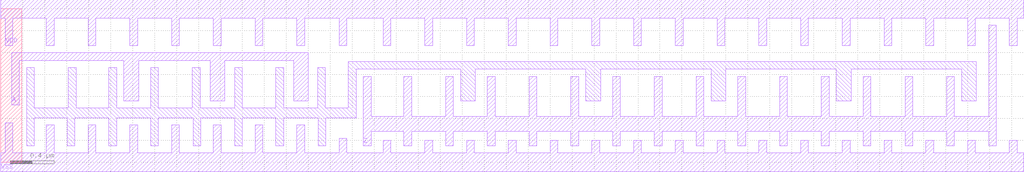
<source format=lef>
#
# ******************************************************************************
# *                                                                            *
# *                   Copyright (C) 2004-2010, Nangate Inc.                    *
# *                           All rights reserved.                             *
# *                                                                            *
# * Nangate and the Nangate logo are trademarks of Nangate Inc.                *
# *                                                                            *
# * All trademarks, logos, software marks, and trade names (collectively the   *
# * "Marks") in this program are proprietary to Nangate or other respective    *
# * owners that have granted Nangate the right and license to use such Marks.  *
# * You are not permitted to use the Marks without the prior written consent   *
# * of Nangate or such third party that may own the Marks.                     *
# *                                                                            *
# * This file has been provided pursuant to a License Agreement containing     *
# * restrictions on its use. This file contains valuable trade secrets and     *
# * proprietary information of Nangate Inc., and is protected by U.S. and      *
# * international laws and/or treaties.                                        *
# *                                                                            *
# * The copyright notice(s) in this file does not indicate actual or intended  *
# * publication of this file.                                                  *
# *                                                                            *
# *     NGLibraryCreator, v2010.08-HR32-SP3-2010-08-05 - build 1009061800      *
# *                                                                            *
# ******************************************************************************
#
#
# Running on brazil06.nangate.com.br for user Giancarlo Franciscatto (gfr).
# Local time is now Fri, 3 Dec 2010, 19:32:18.
# Main process id is 27821.

VERSION 5.6 ;
BUSBITCHARS "[]" ;
DIVIDERCHAR "/" ;

MACRO AND2_X1
  CLASS core ;
  FOREIGN AND2_X1 0.0 0.0 ;
  ORIGIN 0 0 ;
  SYMMETRY X Y ;
  SITE FreePDK45_38x28_10R_NP_162NW_34O ;
  SIZE 0.19 BY 1.4 ;
  PIN A1
    DIRECTION INPUT ;
    ANTENNAPARTIALMETALAREA 0.021875 LAYER metal1 ;
    ANTENNAPARTIALMETALSIDEAREA 0.078 LAYER metal1 ;
    ANTENNAGATEAREA 0.02625 ;
    PORT
      LAYER metal1 ;
        POLYGON 0.06 0.525 0.185 0.525 0.185 0.7 0.06 0.7  ;
    END
  END A1
  PIN A2
    DIRECTION INPUT ;
    ANTENNAPARTIALMETALAREA 0.02275 LAYER metal1 ;
    ANTENNAPARTIALMETALSIDEAREA 0.0793 LAYER metal1 ;
    ANTENNAGATEAREA 0.02625 ;
    PORT
      LAYER metal1 ;
        POLYGON 0.25 0.525 0.38 0.525 0.38 0.7 0.25 0.7  ;
    END
  END A2
  PIN ZN
    DIRECTION OUTPUT ;
    ANTENNAPARTIALMETALAREA 0.0954 LAYER metal1 ;
    ANTENNAPARTIALMETALSIDEAREA 0.299 LAYER metal1 ;
    ANTENNADIFFAREA 0.109725 ;
    PORT
      LAYER metal1 ;
        POLYGON 0.61 0.19 0.7 0.19 0.7 1.25 0.61 1.25  ;
    END
  END ZN
  PIN VDD
    DIRECTION INOUT ;
    USE power ;
    SHAPE ABUTMENT ;
    PORT
      LAYER metal1 ;
        POLYGON 0 1.315 0.04 1.315 0.04 0.975 0.11 0.975 0.11 1.315 0.415 1.315 0.415 0.975 0.485 0.975 0.485 1.315 0.54 1.315 0.76 1.315 0.76 1.485 0.54 1.485 0 1.485  ;
    END
  END VDD
  PIN VSS
    DIRECTION INOUT ;
    USE ground ;
    SHAPE ABUTMENT ;
    PORT
      LAYER metal1 ;
        POLYGON 0 -0.085 0.76 -0.085 0.76 0.085 0.485 0.085 0.485 0.325 0.415 0.325 0.415 0.085 0 0.085  ;
    END
  END VSS
  OBS
      LAYER metal1 ;
        POLYGON 0.235 0.84 0.47 0.84 0.47 0.46 0.045 0.46 0.045 0.19 0.115 0.19 0.115 0.39 0.54 0.39 0.54 0.91 0.305 0.91 0.305 1.25 0.235 1.25  ;
  END
END AND2_X1

MACRO AND2_X2
  CLASS core ;
  FOREIGN AND2_X2 0.0 0.0 ;
  ORIGIN 0 0 ;
  SYMMETRY X Y ;
  SITE FreePDK45_38x28_10R_NP_162NW_34O ;
  SIZE 0.19 BY 1.4 ;
  PIN A1
    DIRECTION INPUT ;
    ANTENNAPARTIALMETALAREA 0.021875 LAYER metal1 ;
    ANTENNAPARTIALMETALSIDEAREA 0.078 LAYER metal1 ;
    ANTENNAGATEAREA 0.05225 ;
    PORT
      LAYER metal1 ;
        POLYGON 0.06 0.525 0.185 0.525 0.185 0.7 0.06 0.7  ;
    END
  END A1
  PIN A2
    DIRECTION INPUT ;
    ANTENNAPARTIALMETALAREA 0.02275 LAYER metal1 ;
    ANTENNAPARTIALMETALSIDEAREA 0.0793 LAYER metal1 ;
    ANTENNAGATEAREA 0.05225 ;
    PORT
      LAYER metal1 ;
        POLYGON 0.25 0.525 0.38 0.525 0.38 0.7 0.25 0.7  ;
    END
  END A2
  PIN ZN
    DIRECTION OUTPUT ;
    ANTENNAPARTIALMETALAREA 0.0935 LAYER metal1 ;
    ANTENNAPARTIALMETALSIDEAREA 0.3081 LAYER metal1 ;
    ANTENNADIFFAREA 0.1463 ;
    PORT
      LAYER metal1 ;
        POLYGON 0.615 0.15 0.7 0.15 0.7 1.25 0.615 1.25  ;
    END
  END ZN
  PIN VDD
    DIRECTION INOUT ;
    USE power ;
    SHAPE ABUTMENT ;
    PORT
      LAYER metal1 ;
        POLYGON 0 1.315 0.04 1.315 0.04 0.975 0.11 0.975 0.11 1.315 0.415 1.315 0.415 0.975 0.485 0.975 0.485 1.315 0.545 1.315 0.795 1.315 0.795 0.975 0.865 0.975 0.865 1.315 0.95 1.315 0.95 1.485 0.545 1.485 0 1.485  ;
    END
  END VDD
  PIN VSS
    DIRECTION INOUT ;
    USE ground ;
    SHAPE ABUTMENT ;
    PORT
      LAYER metal1 ;
        POLYGON 0 -0.085 0.95 -0.085 0.95 0.085 0.865 0.085 0.865 0.425 0.795 0.425 0.795 0.085 0.485 0.085 0.485 0.285 0.415 0.285 0.415 0.085 0 0.085  ;
    END
  END VSS
  OBS
      LAYER metal1 ;
        POLYGON 0.235 0.84 0.475 0.84 0.475 0.46 0.045 0.46 0.045 0.15 0.115 0.15 0.115 0.39 0.545 0.39 0.545 0.91 0.305 0.91 0.305 1.25 0.235 1.25  ;
  END
END AND2_X2

MACRO AND2_X4
  CLASS core ;
  FOREIGN AND2_X4 0.0 0.0 ;
  ORIGIN 0 0 ;
  SYMMETRY X Y ;
  SITE FreePDK45_38x28_10R_NP_162NW_34O ;
  SIZE 0.19 BY 1.4 ;
  PIN A1
    DIRECTION INPUT ;
    ANTENNAPARTIALMETALAREA 0.0312 LAYER metal1 ;
    ANTENNAPARTIALMETALSIDEAREA 0.0962 LAYER metal1 ;
    ANTENNAGATEAREA 0.1045 ;
    PORT
      LAYER metal1 ;
        POLYGON 0.25 0.42 0.38 0.42 0.38 0.66 0.25 0.66  ;
    END
  END A1
  PIN A2
    DIRECTION INPUT ;
    ANTENNAPARTIALMETALAREA 0.101125 LAYER metal1 ;
    ANTENNAPARTIALMETALSIDEAREA 0.3315 LAYER metal1 ;
    ANTENNAGATEAREA 0.1045 ;
    PORT
      LAYER metal1 ;
        POLYGON 0.06 0.42 0.185 0.42 0.185 0.725 0.69 0.725 0.69 0.525 0.76 0.525 0.76 0.795 0.06 0.795  ;
    END
  END A2
  PIN ZN
    DIRECTION OUTPUT ;
    ANTENNAPARTIALMETALAREA 0.19045 LAYER metal1 ;
    ANTENNAPARTIALMETALSIDEAREA 0.6682 LAYER metal1 ;
    ANTENNADIFFAREA 0.2926 ;
    PORT
      LAYER metal1 ;
        POLYGON 0.995 0.15 1.08 0.15 1.08 0.68 1.365 0.68 1.365 0.15 1.435 0.15 1.435 1.25 1.365 1.25 1.365 0.75 1.08 0.75 1.08 1.25 0.995 1.25  ;
    END
  END ZN
  PIN VDD
    DIRECTION INOUT ;
    USE power ;
    SHAPE ABUTMENT ;
    PORT
      LAYER metal1 ;
        POLYGON 0 1.315 0.04 1.315 0.04 0.995 0.11 0.995 0.11 1.315 0.415 1.315 0.415 0.995 0.485 0.995 0.485 1.315 0.795 1.315 0.795 0.995 0.865 0.995 0.865 1.315 0.92 1.315 1.175 1.315 1.175 0.995 1.245 0.995 1.245 1.315 1.555 1.315 1.555 0.995 1.625 0.995 1.625 1.315 1.71 1.315 1.71 1.485 0.92 1.485 0 1.485  ;
    END
  END VDD
  PIN VSS
    DIRECTION INOUT ;
    USE ground ;
    SHAPE ABUTMENT ;
    PORT
      LAYER metal1 ;
        POLYGON 0 -0.085 1.71 -0.085 1.71 0.085 1.625 0.085 1.625 0.355 1.555 0.355 1.555 0.085 1.245 0.085 1.245 0.355 1.175 0.355 1.175 0.085 0.865 0.085 0.865 0.215 0.795 0.215 0.795 0.085 0.11 0.085 0.11 0.355 0.04 0.355 0.04 0.085 0 0.085  ;
    END
  END VSS
  OBS
      LAYER metal1 ;
        POLYGON 0.235 0.86 0.85 0.86 0.85 0.355 0.425 0.355 0.425 0.22 0.495 0.22 0.495 0.285 0.92 0.285 0.92 0.93 0.675 0.93 0.675 1.25 0.605 1.25 0.605 0.93 0.305 0.93 0.305 1.25 0.235 1.25  ;
  END
END AND2_X4

MACRO AND3_X1
  CLASS core ;
  FOREIGN AND3_X1 0.0 0.0 ;
  ORIGIN 0 0 ;
  SYMMETRY X Y ;
  SITE FreePDK45_38x28_10R_NP_162NW_34O ;
  SIZE 0.19 BY 1.4 ;
  PIN A1
    DIRECTION INPUT ;
    ANTENNAPARTIALMETALAREA 0.021875 LAYER metal1 ;
    ANTENNAPARTIALMETALSIDEAREA 0.078 LAYER metal1 ;
    ANTENNAGATEAREA 0.02625 ;
    PORT
      LAYER metal1 ;
        POLYGON 0.06 0.525 0.185 0.525 0.185 0.7 0.06 0.7  ;
    END
  END A1
  PIN A2
    DIRECTION INPUT ;
    ANTENNAPARTIALMETALAREA 0.021875 LAYER metal1 ;
    ANTENNAPARTIALMETALSIDEAREA 0.078 LAYER metal1 ;
    ANTENNAGATEAREA 0.02625 ;
    PORT
      LAYER metal1 ;
        POLYGON 0.25 0.525 0.375 0.525 0.375 0.7 0.25 0.7  ;
    END
  END A2
  PIN A3
    DIRECTION INPUT ;
    ANTENNAPARTIALMETALAREA 0.02275 LAYER metal1 ;
    ANTENNAPARTIALMETALSIDEAREA 0.0793 LAYER metal1 ;
    ANTENNAGATEAREA 0.02625 ;
    PORT
      LAYER metal1 ;
        POLYGON 0.44 0.525 0.57 0.525 0.57 0.7 0.44 0.7  ;
    END
  END A3
  PIN ZN
    DIRECTION OUTPUT ;
    ANTENNAPARTIALMETALAREA 0.088 LAYER metal1 ;
    ANTENNAPARTIALMETALSIDEAREA 0.3146 LAYER metal1 ;
    ANTENNADIFFAREA 0.109725 ;
    PORT
      LAYER metal1 ;
        POLYGON 0.8 0.975 0.82 0.975 0.82 0.425 0.8 0.425 0.8 0.15 0.89 0.15 0.89 1.25 0.8 1.25  ;
    END
  END ZN
  PIN VDD
    DIRECTION INOUT ;
    USE power ;
    SHAPE ABUTMENT ;
    PORT
      LAYER metal1 ;
        POLYGON 0 1.315 0.225 1.315 0.225 1.04 0.295 1.04 0.295 1.315 0.605 1.315 0.605 1 0.675 1 0.675 1.315 0.755 1.315 0.95 1.315 0.95 1.485 0.755 1.485 0 1.485  ;
    END
  END VDD
  PIN VSS
    DIRECTION INOUT ;
    USE ground ;
    SHAPE ABUTMENT ;
    PORT
      LAYER metal1 ;
        POLYGON 0 -0.085 0.95 -0.085 0.95 0.085 0.675 0.085 0.675 0.285 0.605 0.285 0.605 0.085 0 0.085  ;
    END
  END VSS
  OBS
      LAYER metal1 ;
        POLYGON 0.045 0.865 0.635 0.865 0.635 0.42 0.045 0.42 0.045 0.15 0.115 0.15 0.115 0.35 0.705 0.35 0.705 0.525 0.755 0.525 0.755 0.66 0.705 0.66 0.705 0.935 0.485 0.935 0.485 1.25 0.415 1.25 0.415 0.935 0.115 0.935 0.115 1.25 0.045 1.25  ;
  END
END AND3_X1

MACRO AND3_X2
  CLASS core ;
  FOREIGN AND3_X2 0.0 0.0 ;
  ORIGIN 0 0 ;
  SYMMETRY X Y ;
  SITE FreePDK45_38x28_10R_NP_162NW_34O ;
  SIZE 0.19 BY 1.4 ;
  PIN A1
    DIRECTION INPUT ;
    ANTENNAPARTIALMETALAREA 0.021875 LAYER metal1 ;
    ANTENNAPARTIALMETALSIDEAREA 0.078 LAYER metal1 ;
    ANTENNAGATEAREA 0.05225 ;
    PORT
      LAYER metal1 ;
        POLYGON 0.06 0.525 0.185 0.525 0.185 0.7 0.06 0.7  ;
    END
  END A1
  PIN A2
    DIRECTION INPUT ;
    ANTENNAPARTIALMETALAREA 0.021875 LAYER metal1 ;
    ANTENNAPARTIALMETALSIDEAREA 0.078 LAYER metal1 ;
    ANTENNAGATEAREA 0.05225 ;
    PORT
      LAYER metal1 ;
        POLYGON 0.25 0.525 0.375 0.525 0.375 0.7 0.25 0.7  ;
    END
  END A2
  PIN A3
    DIRECTION INPUT ;
    ANTENNAPARTIALMETALAREA 0.02275 LAYER metal1 ;
    ANTENNAPARTIALMETALSIDEAREA 0.0793 LAYER metal1 ;
    ANTENNAGATEAREA 0.05225 ;
    PORT
      LAYER metal1 ;
        POLYGON 0.44 0.525 0.57 0.525 0.57 0.7 0.44 0.7  ;
    END
  END A3
  PIN ZN
    DIRECTION OUTPUT ;
    ANTENNAPARTIALMETALAREA 0.0935 LAYER metal1 ;
    ANTENNAPARTIALMETALSIDEAREA 0.3081 LAYER metal1 ;
    ANTENNADIFFAREA 0.1463 ;
    PORT
      LAYER metal1 ;
        POLYGON 0.805 0.15 0.89 0.15 0.89 1.25 0.805 1.25  ;
    END
  END ZN
  PIN VDD
    DIRECTION INOUT ;
    USE power ;
    SHAPE ABUTMENT ;
    PORT
      LAYER metal1 ;
        POLYGON 0 1.315 0.225 1.315 0.225 0.975 0.295 0.975 0.295 1.315 0.605 1.315 0.605 0.975 0.675 0.975 0.675 1.315 0.735 1.315 0.99 1.315 0.99 0.975 1.06 0.975 1.06 1.315 1.14 1.315 1.14 1.485 0.735 1.485 0 1.485  ;
    END
  END VDD
  PIN VSS
    DIRECTION INOUT ;
    USE ground ;
    SHAPE ABUTMENT ;
    PORT
      LAYER metal1 ;
        POLYGON 0 -0.085 1.14 -0.085 1.14 0.085 1.06 0.085 1.06 0.425 0.99 0.425 0.99 0.085 0.675 0.085 0.675 0.285 0.605 0.285 0.605 0.085 0 0.085  ;
    END
  END VSS
  OBS
      LAYER metal1 ;
        POLYGON 0.045 0.8 0.665 0.8 0.665 0.425 0.045 0.425 0.045 0.15 0.115 0.15 0.115 0.355 0.735 0.355 0.735 0.87 0.485 0.87 0.485 1.25 0.415 1.25 0.415 0.87 0.115 0.87 0.115 1.25 0.045 1.25  ;
  END
END AND3_X2

MACRO AND3_X4
  CLASS core ;
  FOREIGN AND3_X4 0.0 0.0 ;
  ORIGIN 0 0 ;
  SYMMETRY X Y ;
  SITE FreePDK45_38x28_10R_NP_162NW_34O ;
  SIZE 0.19 BY 1.4 ;
  PIN A1
    DIRECTION INPUT ;
    ANTENNAPARTIALMETALAREA 0.019575 LAYER metal1 ;
    ANTENNAPARTIALMETALSIDEAREA 0.0728 LAYER metal1 ;
    ANTENNAGATEAREA 0.1045 ;
    PORT
      LAYER metal1 ;
        POLYGON 0.595 0.555 0.73 0.555 0.73 0.7 0.595 0.7  ;
    END
  END A1
  PIN A2
    DIRECTION INPUT ;
    ANTENNAPARTIALMETALAREA 0.0819 LAYER metal1 ;
    ANTENNAPARTIALMETALSIDEAREA 0.2756 LAYER metal1 ;
    ANTENNAGATEAREA 0.1045 ;
    PORT
      LAYER metal1 ;
        POLYGON 0.34 0.42 0.95 0.42 0.95 0.7 0.82 0.7 0.82 0.49 0.41 0.49 0.41 0.66 0.34 0.66  ;
    END
  END A2
  PIN A3
    DIRECTION INPUT ;
    ANTENNAPARTIALMETALAREA 0.1155 LAYER metal1 ;
    ANTENNAPARTIALMETALSIDEAREA 0.4238 LAYER metal1 ;
    ANTENNAGATEAREA 0.1045 ;
    PORT
      LAYER metal1 ;
        POLYGON 0.06 0.525 0.19 0.525 0.19 0.765 1.07 0.765 1.07 0.525 1.14 0.525 1.14 0.835 0.12 0.835 0.12 0.7 0.06 0.7  ;
    END
  END A3
  PIN ZN
    DIRECTION OUTPUT ;
    ANTENNAPARTIALMETALAREA 0.196 LAYER metal1 ;
    ANTENNAPARTIALMETALSIDEAREA 0.65 LAYER metal1 ;
    ANTENNADIFFAREA 0.2926 ;
    PORT
      LAYER metal1 ;
        POLYGON 1.375 0.15 1.445 0.15 1.445 0.56 1.745 0.56 1.745 0.15 1.815 0.15 1.815 1.25 1.745 1.25 1.745 0.7 1.445 0.7 1.445 1.25 1.375 1.25  ;
    END
  END ZN
  PIN VDD
    DIRECTION INOUT ;
    USE power ;
    SHAPE ABUTMENT ;
    PORT
      LAYER metal1 ;
        POLYGON 0 1.315 0.04 1.315 0.04 1.035 0.11 1.035 0.11 1.315 0.415 1.315 0.415 1.035 0.485 1.035 0.485 1.315 0.795 1.315 0.795 1.035 0.865 1.035 0.865 1.315 1.175 1.315 1.175 1.035 1.245 1.035 1.245 1.315 1.305 1.315 1.555 1.315 1.555 1.035 1.625 1.035 1.625 1.315 1.935 1.315 1.935 1.035 2.005 1.035 2.005 1.315 2.09 1.315 2.09 1.485 1.305 1.485 0 1.485  ;
    END
  END VDD
  PIN VSS
    DIRECTION INOUT ;
    USE ground ;
    SHAPE ABUTMENT ;
    PORT
      LAYER metal1 ;
        POLYGON 0 -0.085 2.09 -0.085 2.09 0.085 2.005 0.085 2.005 0.425 1.935 0.425 1.935 0.085 1.625 0.085 1.625 0.425 1.555 0.425 1.555 0.085 1.245 0.085 1.245 0.195 1.175 0.195 1.175 0.085 0.11 0.085 0.11 0.425 0.04 0.425 0.04 0.085 0 0.085  ;
    END
  END VSS
  OBS
      LAYER metal1 ;
        POLYGON 0.235 0.9 1.235 0.9 1.235 0.33 0.615 0.33 0.615 0.15 0.685 0.15 0.685 0.26 1.305 0.26 1.305 0.97 1.055 0.97 1.055 1.25 0.985 1.25 0.985 0.97 0.675 0.97 0.675 1.25 0.605 1.25 0.605 0.97 0.305 0.97 0.305 1.25 0.235 1.25  ;
  END
END AND3_X4

MACRO AND4_X1
  CLASS core ;
  FOREIGN AND4_X1 0.0 0.0 ;
  ORIGIN 0 0 ;
  SYMMETRY X Y ;
  SITE FreePDK45_38x28_10R_NP_162NW_34O ;
  SIZE 0.19 BY 1.4 ;
  PIN A1
    DIRECTION INPUT ;
    ANTENNAPARTIALMETALAREA 0.021875 LAYER metal1 ;
    ANTENNAPARTIALMETALSIDEAREA 0.078 LAYER metal1 ;
    ANTENNAGATEAREA 0.02625 ;
    PORT
      LAYER metal1 ;
        POLYGON 0.06 0.525 0.185 0.525 0.185 0.7 0.06 0.7  ;
    END
  END A1
  PIN A2
    DIRECTION INPUT ;
    ANTENNAPARTIALMETALAREA 0.021875 LAYER metal1 ;
    ANTENNAPARTIALMETALSIDEAREA 0.078 LAYER metal1 ;
    ANTENNAGATEAREA 0.02625 ;
    PORT
      LAYER metal1 ;
        POLYGON 0.25 0.525 0.375 0.525 0.375 0.7 0.25 0.7  ;
    END
  END A2
  PIN A3
    DIRECTION INPUT ;
    ANTENNAPARTIALMETALAREA 0.021875 LAYER metal1 ;
    ANTENNAPARTIALMETALSIDEAREA 0.078 LAYER metal1 ;
    ANTENNAGATEAREA 0.02625 ;
    PORT
      LAYER metal1 ;
        POLYGON 0.44 0.525 0.565 0.525 0.565 0.7 0.44 0.7  ;
    END
  END A3
  PIN A4
    DIRECTION INPUT ;
    ANTENNAPARTIALMETALAREA 0.02275 LAYER metal1 ;
    ANTENNAPARTIALMETALSIDEAREA 0.0793 LAYER metal1 ;
    ANTENNAGATEAREA 0.02625 ;
    PORT
      LAYER metal1 ;
        POLYGON 0.63 0.525 0.76 0.525 0.76 0.7 0.63 0.7  ;
    END
  END A4
  PIN ZN
    DIRECTION OUTPUT ;
    ANTENNAPARTIALMETALAREA 0.099 LAYER metal1 ;
    ANTENNAPARTIALMETALSIDEAREA 0.3094 LAYER metal1 ;
    ANTENNADIFFAREA 0.109725 ;
    PORT
      LAYER metal1 ;
        POLYGON 0.99 0.15 1.08 0.15 1.08 1.25 0.99 1.25  ;
    END
  END ZN
  PIN VDD
    DIRECTION INOUT ;
    USE power ;
    SHAPE ABUTMENT ;
    PORT
      LAYER metal1 ;
        POLYGON 0 1.315 0.04 1.315 0.04 0.975 0.11 0.975 0.11 1.315 0.415 1.315 0.415 0.975 0.485 0.975 0.485 1.315 0.795 1.315 0.795 0.975 0.865 0.975 0.865 1.315 0.925 1.315 1.14 1.315 1.14 1.485 0.925 1.485 0 1.485  ;
    END
  END VDD
  PIN VSS
    DIRECTION INOUT ;
    USE ground ;
    SHAPE ABUTMENT ;
    PORT
      LAYER metal1 ;
        POLYGON 0 -0.085 1.14 -0.085 1.14 0.085 0.865 0.085 0.865 0.285 0.795 0.285 0.795 0.085 0 0.085  ;
    END
  END VSS
  OBS
      LAYER metal1 ;
        POLYGON 0.235 0.84 0.855 0.84 0.855 0.42 0.045 0.42 0.045 0.15 0.115 0.15 0.115 0.35 0.925 0.35 0.925 0.91 0.675 0.91 0.675 1.25 0.605 1.25 0.605 0.91 0.305 0.91 0.305 1.25 0.235 1.25  ;
  END
END AND4_X1

MACRO AND4_X2
  CLASS core ;
  FOREIGN AND4_X2 0.0 0.0 ;
  ORIGIN 0 0 ;
  SYMMETRY X Y ;
  SITE FreePDK45_38x28_10R_NP_162NW_34O ;
  SIZE 0.19 BY 1.4 ;
  PIN A1
    DIRECTION INPUT ;
    ANTENNAPARTIALMETALAREA 0.021875 LAYER metal1 ;
    ANTENNAPARTIALMETALSIDEAREA 0.078 LAYER metal1 ;
    ANTENNAGATEAREA 0.05225 ;
    PORT
      LAYER metal1 ;
        POLYGON 0.06 0.525 0.185 0.525 0.185 0.7 0.06 0.7  ;
    END
  END A1
  PIN A2
    DIRECTION INPUT ;
    ANTENNAPARTIALMETALAREA 0.021875 LAYER metal1 ;
    ANTENNAPARTIALMETALSIDEAREA 0.078 LAYER metal1 ;
    ANTENNAGATEAREA 0.05225 ;
    PORT
      LAYER metal1 ;
        POLYGON 0.25 0.525 0.375 0.525 0.375 0.7 0.25 0.7  ;
    END
  END A2
  PIN A3
    DIRECTION INPUT ;
    ANTENNAPARTIALMETALAREA 0.021875 LAYER metal1 ;
    ANTENNAPARTIALMETALSIDEAREA 0.078 LAYER metal1 ;
    ANTENNAGATEAREA 0.05225 ;
    PORT
      LAYER metal1 ;
        POLYGON 0.44 0.525 0.565 0.525 0.565 0.7 0.44 0.7  ;
    END
  END A3
  PIN A4
    DIRECTION INPUT ;
    ANTENNAPARTIALMETALAREA 0.02275 LAYER metal1 ;
    ANTENNAPARTIALMETALSIDEAREA 0.0793 LAYER metal1 ;
    ANTENNAGATEAREA 0.05225 ;
    PORT
      LAYER metal1 ;
        POLYGON 0.63 0.525 0.76 0.525 0.76 0.7 0.63 0.7  ;
    END
  END A4
  PIN ZN
    DIRECTION OUTPUT ;
    ANTENNAPARTIALMETALAREA 0.0935 LAYER metal1 ;
    ANTENNAPARTIALMETALSIDEAREA 0.3081 LAYER metal1 ;
    ANTENNADIFFAREA 0.1463 ;
    PORT
      LAYER metal1 ;
        POLYGON 0.995 0.15 1.08 0.15 1.08 1.25 0.995 1.25  ;
    END
  END ZN
  PIN VDD
    DIRECTION INOUT ;
    USE power ;
    SHAPE ABUTMENT ;
    PORT
      LAYER metal1 ;
        POLYGON 0 1.315 0.04 1.315 0.04 0.975 0.11 0.975 0.11 1.315 0.415 1.315 0.415 0.975 0.485 0.975 0.485 1.315 0.795 1.315 0.795 0.975 0.865 0.975 0.865 1.315 0.925 1.315 1.18 1.315 1.18 0.975 1.25 0.975 1.25 1.315 1.33 1.315 1.33 1.485 0.925 1.485 0 1.485  ;
    END
  END VDD
  PIN VSS
    DIRECTION INOUT ;
    USE ground ;
    SHAPE ABUTMENT ;
    PORT
      LAYER metal1 ;
        POLYGON 0 -0.085 1.33 -0.085 1.33 0.085 1.25 0.085 1.25 0.425 1.18 0.425 1.18 0.085 0.865 0.085 0.865 0.27 0.795 0.27 0.795 0.085 0 0.085  ;
    END
  END VSS
  OBS
      LAYER metal1 ;
        POLYGON 0.235 0.8 0.855 0.8 0.855 0.425 0.045 0.425 0.045 0.15 0.115 0.15 0.115 0.355 0.925 0.355 0.925 0.87 0.675 0.87 0.675 1.25 0.605 1.25 0.605 0.87 0.305 0.87 0.305 1.25 0.235 1.25  ;
  END
END AND4_X2

MACRO AND4_X4
  CLASS core ;
  FOREIGN AND4_X4 0.0 0.0 ;
  ORIGIN 0 0 ;
  SYMMETRY X Y ;
  SITE FreePDK45_38x28_10R_NP_162NW_34O ;
  SIZE 0.19 BY 1.4 ;
  PIN A1
    DIRECTION INPUT ;
    ANTENNAPARTIALMETALAREA 0.0189 LAYER metal1 ;
    ANTENNAPARTIALMETALSIDEAREA 0.0715 LAYER metal1 ;
    ANTENNAGATEAREA 0.1045 ;
    PORT
      LAYER metal1 ;
        POLYGON 0.8 0.56 0.935 0.56 0.935 0.7 0.8 0.7  ;
    END
  END A1
  PIN A2
    DIRECTION INPUT ;
    ANTENNAPARTIALMETALAREA 0.079125 LAYER metal1 ;
    ANTENNAPARTIALMETALSIDEAREA 0.2626 LAYER metal1 ;
    ANTENNAGATEAREA 0.1045 ;
    PORT
      LAYER metal1 ;
        POLYGON 0.565 0.425 1.135 0.425 1.135 0.66 1.065 0.66 1.065 0.495 0.7 0.495 0.7 0.7 0.565 0.7  ;
    END
  END A2
  PIN A3
    DIRECTION INPUT ;
    ANTENNAPARTIALMETALAREA 0.121975 LAYER metal1 ;
    ANTENNAPARTIALMETALSIDEAREA 0.403 LAYER metal1 ;
    ANTENNAGATEAREA 0.1045 ;
    PORT
      LAYER metal1 ;
        POLYGON 0.355 0.525 0.425 0.525 0.425 0.77 1.2 0.77 1.2 0.525 1.345 0.525 1.345 0.84 0.355 0.84  ;
    END
  END A3
  PIN A4
    DIRECTION INPUT ;
    ANTENNAPARTIALMETALAREA 0.164325 LAYER metal1 ;
    ANTENNAPARTIALMETALSIDEAREA 0.5993 LAYER metal1 ;
    ANTENNAGATEAREA 0.1045 ;
    PORT
      LAYER metal1 ;
        POLYGON 0.06 0.525 0.205 0.525 0.205 0.905 1.465 0.905 1.465 0.525 1.535 0.525 1.535 0.975 0.135 0.975 0.135 0.7 0.06 0.7  ;
    END
  END A4
  PIN ZN
    DIRECTION OUTPUT ;
    ANTENNAPARTIALMETALAREA 0.1505 LAYER metal1 ;
    ANTENNAPARTIALMETALSIDEAREA 0.481 LAYER metal1 ;
    ANTENNADIFFAREA 0.2926 ;
    PORT
      LAYER metal1 ;
        POLYGON 1.77 0.15 1.84 0.15 1.84 0.56 2.14 0.56 2.14 0.15 2.21 0.15 2.21 0.925 2.14 0.925 2.14 0.7 1.84 0.7 1.84 0.925 1.77 0.925  ;
    END
  END ZN
  PIN VDD
    DIRECTION INOUT ;
    USE power ;
    SHAPE ABUTMENT ;
    PORT
      LAYER metal1 ;
        POLYGON 0 1.315 0.055 1.315 0.055 1.065 0.125 1.065 0.125 1.315 0.43 1.315 0.43 1.175 0.5 1.175 0.5 1.315 0.81 1.315 0.81 1.175 0.88 1.175 0.88 1.315 1.19 1.315 1.19 1.175 1.26 1.175 1.26 1.315 1.57 1.315 1.57 1.175 1.64 1.175 1.64 1.315 1.705 1.315 1.95 1.315 1.95 1.065 2.02 1.065 2.02 1.315 2.33 1.315 2.33 1.065 2.4 1.065 2.4 1.315 2.47 1.315 2.47 1.485 1.705 1.485 0 1.485  ;
    END
  END VDD
  PIN VSS
    DIRECTION INOUT ;
    USE ground ;
    SHAPE ABUTMENT ;
    PORT
      LAYER metal1 ;
        POLYGON 0 -0.085 2.47 -0.085 2.47 0.085 2.4 0.085 2.4 0.425 2.33 0.425 2.33 0.085 2.02 0.085 2.02 0.425 1.95 0.425 1.95 0.085 1.64 0.085 1.64 0.195 1.57 0.195 1.57 0.085 0.125 0.085 0.125 0.425 0.055 0.425 0.055 0.085 0 0.085  ;
    END
  END VSS
  OBS
      LAYER metal1 ;
        POLYGON 0.215 1.04 1.635 1.04 1.635 0.36 0.785 0.36 0.785 0.29 1.705 0.29 1.705 1.11 0.215 1.11  ;
  END
END AND4_X4

MACRO ANTENNA_X1
  CLASS core ;
  FOREIGN ANTENNA_X1 0.0 0.0 ;
  ORIGIN 0 0 ;
  SYMMETRY X Y ;
  SITE FreePDK45_38x28_10R_NP_162NW_34O ;
  SIZE 0.19 BY 1.4 ;
  PIN A
    DIRECTION INPUT ;
    ANTENNAPARTIALMETALAREA 0.0231 LAYER metal1 ;
    ANTENNAPARTIALMETALSIDEAREA 0.104 LAYER metal1 ;
    ANTENNAGATEAREA 0.0162 ;
    PORT
      LAYER metal1 ;
        POLYGON 0.06 0.42 0.13 0.42 0.13 0.75 0.06 0.75  ;
    END
  END A
  PIN VDD
    DIRECTION INOUT ;
    USE power ;
    SHAPE ABUTMENT ;
    PORT
      LAYER metal1 ;
        POLYGON 0 1.315 0.19 1.315 0.19 1.485 0 1.485  ;
    END
  END VDD
  PIN VSS
    DIRECTION INOUT ;
    USE ground ;
    SHAPE ABUTMENT ;
    PORT
      LAYER metal1 ;
        POLYGON 0 -0.085 0.19 -0.085 0.19 0.085 0 0.085  ;
    END
  END VSS
END ANTENNA_X1

MACRO AOI211_X1
  CLASS core ;
  FOREIGN AOI211_X1 0.0 0.0 ;
  ORIGIN 0 0 ;
  SYMMETRY X Y ;
  SITE FreePDK45_38x28_10R_NP_162NW_34O ;
  SIZE 0.19 BY 1.4 ;
  PIN A
    DIRECTION INPUT ;
    ANTENNAPARTIALMETALAREA 0.021875 LAYER metal1 ;
    ANTENNAPARTIALMETALSIDEAREA 0.078 LAYER metal1 ;
    ANTENNAGATEAREA 0.05225 ;
    PORT
      LAYER metal1 ;
        POLYGON 0.765 0.525 0.89 0.525 0.89 0.7 0.765 0.7  ;
    END
  END A
  PIN B
    DIRECTION INPUT ;
    ANTENNAPARTIALMETALAREA 0.021875 LAYER metal1 ;
    ANTENNAPARTIALMETALSIDEAREA 0.078 LAYER metal1 ;
    ANTENNAGATEAREA 0.05225 ;
    PORT
      LAYER metal1 ;
        POLYGON 0.575 0.525 0.7 0.525 0.7 0.7 0.575 0.7  ;
    END
  END B
  PIN C1
    DIRECTION INPUT ;
    ANTENNAPARTIALMETALAREA 0.0175 LAYER metal1 ;
    ANTENNAPARTIALMETALSIDEAREA 0.0715 LAYER metal1 ;
    ANTENNAGATEAREA 0.05225 ;
    PORT
      LAYER metal1 ;
        POLYGON 0.41 0.525 0.51 0.525 0.51 0.7 0.41 0.7  ;
    END
  END C1
  PIN C2
    DIRECTION INPUT ;
    ANTENNAPARTIALMETALAREA 0.02625 LAYER metal1 ;
    ANTENNAPARTIALMETALSIDEAREA 0.0845 LAYER metal1 ;
    ANTENNAGATEAREA 0.05225 ;
    PORT
      LAYER metal1 ;
        POLYGON 0.06 0.525 0.21 0.525 0.21 0.7 0.06 0.7  ;
    END
  END C2
  PIN ZN
    DIRECTION OUTPUT ;
    ANTENNAPARTIALMETALAREA 0.124175 LAYER metal1 ;
    ANTENNAPARTIALMETALSIDEAREA 0.468 LAYER metal1 ;
    ANTENNADIFFAREA 0.189875 ;
    PORT
      LAYER metal1 ;
        POLYGON 0.275 0.355 0.44 0.355 0.44 0.15 0.525 0.15 0.525 0.355 0.835 0.355 0.835 0.15 0.905 0.15 0.905 0.425 0.345 0.425 0.345 1.115 0.275 1.115  ;
    END
  END ZN
  PIN VDD
    DIRECTION INOUT ;
    USE power ;
    SHAPE ABUTMENT ;
    PORT
      LAYER metal1 ;
        POLYGON 0 1.315 0.525 1.315 0.835 1.315 0.835 0.905 0.905 0.905 0.905 1.315 0.95 1.315 0.95 1.485 0.525 1.485 0 1.485  ;
    END
  END VDD
  PIN VSS
    DIRECTION INOUT ;
    USE ground ;
    SHAPE ABUTMENT ;
    PORT
      LAYER metal1 ;
        POLYGON 0 -0.085 0.95 -0.085 0.95 0.085 0.715 0.085 0.715 0.285 0.645 0.285 0.645 0.085 0.15 0.085 0.15 0.425 0.08 0.425 0.08 0.085 0 0.085  ;
    END
  END VSS
  OBS
      LAYER metal1 ;
        POLYGON 0.085 0.905 0.155 0.905 0.155 1.18 0.455 1.18 0.455 0.905 0.525 0.905 0.525 1.25 0.085 1.25  ;
  END
END AOI211_X1

MACRO AOI211_X2
  CLASS core ;
  FOREIGN AOI211_X2 0.0 0.0 ;
  ORIGIN 0 0 ;
  SYMMETRY X Y ;
  SITE FreePDK45_38x28_10R_NP_162NW_34O ;
  SIZE 0.19 BY 1.4 ;
  PIN A
    DIRECTION INPUT ;
    ANTENNAPARTIALMETALAREA 0.0189 LAYER metal1 ;
    ANTENNAPARTIALMETALSIDEAREA 0.0715 LAYER metal1 ;
    ANTENNAGATEAREA 0.1045 ;
    PORT
      LAYER metal1 ;
        POLYGON 0.39 0.56 0.525 0.56 0.525 0.7 0.39 0.7  ;
    END
  END A
  PIN B
    DIRECTION INPUT ;
    ANTENNAPARTIALMETALAREA 0.0951 LAYER metal1 ;
    ANTENNAPARTIALMETALSIDEAREA 0.3224 LAYER metal1 ;
    ANTENNAGATEAREA 0.1045 ;
    PORT
      LAYER metal1 ;
        POLYGON 0.06 0.525 0.185 0.525 0.185 0.765 0.68 0.765 0.68 0.525 0.75 0.525 0.75 0.835 0.06 0.835  ;
    END
  END B
  PIN C1
    DIRECTION INPUT ;
    ANTENNAPARTIALMETALAREA 0.0189 LAYER metal1 ;
    ANTENNAPARTIALMETALSIDEAREA 0.0715 LAYER metal1 ;
    ANTENNAGATEAREA 0.1045 ;
    PORT
      LAYER metal1 ;
        POLYGON 1.19 0.56 1.325 0.56 1.325 0.7 1.19 0.7  ;
    END
  END C1
  PIN C2
    DIRECTION INPUT ;
    ANTENNAPARTIALMETALAREA 0.08205 LAYER metal1 ;
    ANTENNAPARTIALMETALSIDEAREA 0.2925 LAYER metal1 ;
    ANTENNAGATEAREA 0.1045 ;
    PORT
      LAYER metal1 ;
        POLYGON 0.965 0.425 1.65 0.425 1.65 0.7 1.54 0.7 1.54 0.495 1.035 0.495 1.035 0.66 0.965 0.66  ;
    END
  END C2
  PIN ZN
    DIRECTION OUTPUT ;
    ANTENNAPARTIALMETALAREA 0.2202 LAYER metal1 ;
    ANTENNAPARTIALMETALSIDEAREA 0.7709 LAYER metal1 ;
    ANTENNADIFFAREA 0.3507 ;
    PORT
      LAYER metal1 ;
        POLYGON 0.89 0.765 1.475 0.765 1.475 1.055 1.405 1.055 1.405 0.835 1.095 0.835 1.095 1.055 1.025 1.055 1.025 0.835 0.82 0.835 0.82 0.355 0.2 0.355 0.2 0.15 0.335 0.15 0.335 0.285 1.185 0.285 1.185 0.15 1.32 0.15 1.32 0.355 0.89 0.355  ;
    END
  END ZN
  PIN VDD
    DIRECTION INOUT ;
    USE power ;
    SHAPE ABUTMENT ;
    PORT
      LAYER metal1 ;
        POLYGON 0 1.315 0.42 1.315 0.42 1.035 0.49 1.035 0.49 1.315 1.665 1.315 1.71 1.315 1.71 1.485 1.665 1.485 0 1.485  ;
    END
  END VDD
  PIN VSS
    DIRECTION INOUT ;
    USE ground ;
    SHAPE ABUTMENT ;
    PORT
      LAYER metal1 ;
        POLYGON 0 -0.085 1.71 -0.085 1.71 0.085 1.665 0.085 1.665 0.355 1.595 0.355 1.595 0.085 0.895 0.085 0.895 0.215 0.825 0.215 0.825 0.085 0.5 0.085 0.5 0.215 0.43 0.215 0.43 0.085 0.115 0.085 0.115 0.355 0.045 0.355 0.045 0.085 0 0.085  ;
    END
  END VSS
  OBS
      LAYER metal1 ;
        POLYGON 0.05 0.9 0.885 0.9 0.885 1.18 1.22 1.18 1.22 0.975 1.29 0.975 1.29 1.18 1.595 1.18 1.595 0.975 1.665 0.975 1.665 1.25 0.815 1.25 0.815 0.97 0.12 0.97 0.12 1.25 0.05 1.25  ;
  END
END AOI211_X2

MACRO AOI211_X4
  CLASS core ;
  FOREIGN AOI211_X4 0.0 0.0 ;
  ORIGIN 0 0 ;
  SYMMETRY X Y ;
  SITE FreePDK45_38x28_10R_NP_162NW_34O ;
  SIZE 0.19 BY 1.4 ;
  PIN A
    DIRECTION INPUT ;
    ANTENNAPARTIALMETALAREA 0.02275 LAYER metal1 ;
    ANTENNAPARTIALMETALSIDEAREA 0.0793 LAYER metal1 ;
    ANTENNAGATEAREA 0.05225 ;
    PORT
      LAYER metal1 ;
        POLYGON 0.63 0.525 0.76 0.525 0.76 0.7 0.63 0.7  ;
    END
  END A
  PIN B
    DIRECTION INPUT ;
    ANTENNAPARTIALMETALAREA 0.021875 LAYER metal1 ;
    ANTENNAPARTIALMETALSIDEAREA 0.078 LAYER metal1 ;
    ANTENNAGATEAREA 0.05225 ;
    PORT
      LAYER metal1 ;
        POLYGON 0.44 0.525 0.565 0.525 0.565 0.7 0.44 0.7  ;
    END
  END B
  PIN C1
    DIRECTION INPUT ;
    ANTENNAPARTIALMETALAREA 0.021875 LAYER metal1 ;
    ANTENNAPARTIALMETALSIDEAREA 0.078 LAYER metal1 ;
    ANTENNAGATEAREA 0.05225 ;
    PORT
      LAYER metal1 ;
        POLYGON 0.06 0.525 0.185 0.525 0.185 0.7 0.06 0.7  ;
    END
  END C1
  PIN C2
    DIRECTION INPUT ;
    ANTENNAPARTIALMETALAREA 0.021875 LAYER metal1 ;
    ANTENNAPARTIALMETALSIDEAREA 0.078 LAYER metal1 ;
    ANTENNAGATEAREA 0.05225 ;
    PORT
      LAYER metal1 ;
        POLYGON 0.25 0.525 0.375 0.525 0.375 0.7 0.25 0.7  ;
    END
  END C2
  PIN ZN
    DIRECTION OUTPUT ;
    ANTENNAPARTIALMETALAREA 0.1862 LAYER metal1 ;
    ANTENNAPARTIALMETALSIDEAREA 0.6123 LAYER metal1 ;
    ANTENNADIFFAREA 0.2926 ;
    PORT
      LAYER metal1 ;
        POLYGON 1.375 0.15 1.445 0.15 1.445 0.56 1.75 0.56 1.75 0.15 1.82 0.15 1.82 1.175 1.75 1.175 1.75 0.7 1.445 0.7 1.445 1.175 1.375 1.175  ;
    END
  END ZN
  PIN VDD
    DIRECTION INOUT ;
    USE power ;
    SHAPE ABUTMENT ;
    PORT
      LAYER metal1 ;
        POLYGON 0 1.315 0.485 1.315 0.795 1.315 0.795 0.9 0.865 0.9 0.865 1.315 0.93 1.315 1.175 1.315 1.175 0.9 1.245 0.9 1.245 1.315 1.31 1.315 1.555 1.315 1.555 0.9 1.625 0.9 1.625 1.315 1.935 1.315 1.935 0.9 2.005 0.9 2.005 1.315 2.09 1.315 2.09 1.485 1.31 1.485 0.93 1.485 0.485 1.485 0 1.485  ;
    END
  END VDD
  PIN VSS
    DIRECTION INOUT ;
    USE ground ;
    SHAPE ABUTMENT ;
    PORT
      LAYER metal1 ;
        POLYGON 0 -0.085 2.09 -0.085 2.09 0.085 2.005 0.085 2.005 0.425 1.935 0.425 1.935 0.085 1.625 0.085 1.625 0.425 1.555 0.425 1.555 0.085 1.245 0.085 1.245 0.425 1.175 0.425 1.175 0.085 0.865 0.085 0.865 0.285 0.795 0.285 0.795 0.085 0.485 0.085 0.485 0.285 0.415 0.285 0.415 0.085 0 0.085  ;
    END
  END VSS
  OBS
      LAYER metal1 ;
        POLYGON 0.045 0.9 0.115 0.9 0.115 1.18 0.415 1.18 0.415 0.9 0.485 0.9 0.485 1.25 0.045 1.25  ;
        POLYGON 0.235 0.765 0.86 0.765 0.86 0.46 0.045 0.46 0.045 0.15 0.115 0.15 0.115 0.39 0.605 0.39 0.605 0.15 0.675 0.15 0.675 0.39 0.93 0.39 0.93 0.835 0.305 0.835 0.305 1.115 0.235 1.115  ;
        POLYGON 0.995 0.15 1.065 0.15 1.065 0.525 1.31 0.525 1.31 0.66 1.065 0.66 1.065 1.175 0.995 1.175  ;
  END
END AOI211_X4

MACRO AOI21_X1
  CLASS core ;
  FOREIGN AOI21_X1 0.0 0.0 ;
  ORIGIN 0 0 ;
  SYMMETRY X Y ;
  SITE FreePDK45_38x28_10R_NP_162NW_34O ;
  SIZE 0.19 BY 1.4 ;
  PIN A
    DIRECTION INPUT ;
    ANTENNAPARTIALMETALAREA 0.021875 LAYER metal1 ;
    ANTENNAPARTIALMETALSIDEAREA 0.078 LAYER metal1 ;
    ANTENNAGATEAREA 0.05225 ;
    PORT
      LAYER metal1 ;
        POLYGON 0.575 0.525 0.7 0.525 0.7 0.7 0.575 0.7  ;
    END
  END A
  PIN B1
    DIRECTION INPUT ;
    ANTENNAPARTIALMETALAREA 0.01925 LAYER metal1 ;
    ANTENNAPARTIALMETALSIDEAREA 0.0741 LAYER metal1 ;
    ANTENNAGATEAREA 0.05225 ;
    PORT
      LAYER metal1 ;
        POLYGON 0.4 0.525 0.51 0.525 0.51 0.7 0.4 0.7  ;
    END
  END B1
  PIN B2
    DIRECTION INPUT ;
    ANTENNAPARTIALMETALAREA 0.0245 LAYER metal1 ;
    ANTENNAPARTIALMETALSIDEAREA 0.0819 LAYER metal1 ;
    ANTENNAGATEAREA 0.05225 ;
    PORT
      LAYER metal1 ;
        POLYGON 0.06 0.525 0.2 0.525 0.2 0.7 0.06 0.7  ;
    END
  END B2
  PIN ZN
    DIRECTION OUTPUT ;
    ANTENNAPARTIALMETALAREA 0.083925 LAYER metal1 ;
    ANTENNAPARTIALMETALSIDEAREA 0.3185 LAYER metal1 ;
    ANTENNADIFFAREA 0.1463 ;
    PORT
      LAYER metal1 ;
        POLYGON 0.265 0.355 0.44 0.355 0.44 0.15 0.525 0.15 0.525 0.425 0.335 0.425 0.335 1.115 0.265 1.115  ;
    END
  END ZN
  PIN VDD
    DIRECTION INOUT ;
    USE power ;
    SHAPE ABUTMENT ;
    PORT
      LAYER metal1 ;
        POLYGON 0 1.315 0.525 1.315 0.645 1.315 0.645 0.905 0.715 0.905 0.715 1.315 0.76 1.315 0.76 1.485 0.525 1.485 0 1.485  ;
    END
  END VDD
  PIN VSS
    DIRECTION INOUT ;
    USE ground ;
    SHAPE ABUTMENT ;
    PORT
      LAYER metal1 ;
        POLYGON 0 -0.085 0.76 -0.085 0.76 0.085 0.715 0.085 0.715 0.355 0.645 0.355 0.645 0.085 0.15 0.085 0.15 0.425 0.08 0.425 0.08 0.085 0 0.085  ;
    END
  END VSS
  OBS
      LAYER metal1 ;
        POLYGON 0.085 0.905 0.155 0.905 0.155 1.18 0.455 1.18 0.455 0.905 0.525 0.905 0.525 1.25 0.085 1.25  ;
  END
END AOI21_X1

MACRO AOI21_X2
  CLASS core ;
  FOREIGN AOI21_X2 0.0 0.0 ;
  ORIGIN 0 0 ;
  SYMMETRY X Y ;
  SITE FreePDK45_38x28_10R_NP_162NW_34O ;
  SIZE 0.19 BY 1.4 ;
  PIN A
    DIRECTION INPUT ;
    ANTENNAPARTIALMETALAREA 0.0189 LAYER metal1 ;
    ANTENNAPARTIALMETALSIDEAREA 0.0715 LAYER metal1 ;
    ANTENNAGATEAREA 0.1045 ;
    PORT
      LAYER metal1 ;
        POLYGON 0.215 0.56 0.35 0.56 0.35 0.7 0.215 0.7  ;
    END
  END A
  PIN B1
    DIRECTION INPUT ;
    ANTENNAPARTIALMETALAREA 0.0189 LAYER metal1 ;
    ANTENNAPARTIALMETALSIDEAREA 0.0715 LAYER metal1 ;
    ANTENNAGATEAREA 0.1045 ;
    PORT
      LAYER metal1 ;
        POLYGON 0.765 0.56 0.9 0.56 0.9 0.7 0.765 0.7  ;
    END
  END B1
  PIN B2
    DIRECTION INPUT ;
    ANTENNAPARTIALMETALAREA 0.0833 LAYER metal1 ;
    ANTENNAPARTIALMETALSIDEAREA 0.3042 LAYER metal1 ;
    ANTENNAGATEAREA 0.1045 ;
    PORT
      LAYER metal1 ;
        POLYGON 0.57 0.525 0.7 0.525 0.7 0.77 1.11 0.77 1.11 0.525 1.18 0.525 1.18 0.84 0.63 0.84 0.63 0.7 0.57 0.7  ;
    END
  END B2
  PIN ZN
    DIRECTION OUTPUT ;
    ANTENNAPARTIALMETALAREA 0.159875 LAYER metal1 ;
    ANTENNAPARTIALMETALSIDEAREA 0.6006 LAYER metal1 ;
    ANTENNADIFFAREA 0.2926 ;
    PORT
      LAYER metal1 ;
        POLYGON 0.505 0.905 1.13 0.905 1.13 0.975 0.435 0.975 0.435 0.425 0.25 0.425 0.25 0.15 0.335 0.15 0.335 0.355 0.835 0.355 0.835 0.15 0.905 0.15 0.905 0.425 0.505 0.425  ;
    END
  END ZN
  PIN VDD
    DIRECTION INOUT ;
    USE power ;
    SHAPE ABUTMENT ;
    PORT
      LAYER metal1 ;
        POLYGON 0 1.315 0.265 1.315 0.265 1.205 0.335 1.205 0.335 1.315 1.285 1.315 1.33 1.315 1.33 1.485 1.285 1.485 0 1.485  ;
    END
  END VDD
  PIN VSS
    DIRECTION INOUT ;
    USE ground ;
    SHAPE ABUTMENT ;
    PORT
      LAYER metal1 ;
        POLYGON 0 -0.085 1.33 -0.085 1.33 0.085 1.285 0.085 1.285 0.425 1.215 0.425 1.215 0.085 0.525 0.085 0.525 0.285 0.455 0.285 0.455 0.085 0.15 0.085 0.15 0.425 0.08 0.425 0.08 0.085 0 0.085  ;
    END
  END VSS
  OBS
      LAYER metal1 ;
        POLYGON 0.085 0.975 0.155 0.975 0.155 1.07 1.215 1.07 1.215 0.975 1.285 0.975 1.285 1.25 1.215 1.25 1.215 1.14 0.155 1.14 0.155 1.25 0.085 1.25  ;
  END
END AOI21_X2

MACRO AOI21_X4
  CLASS core ;
  FOREIGN AOI21_X4 0.0 0.0 ;
  ORIGIN 0 0 ;
  SYMMETRY X Y ;
  SITE FreePDK45_38x28_10R_NP_162NW_34O ;
  SIZE 0.19 BY 1.4 ;
  PIN A
    DIRECTION INPUT ;
    ANTENNAPARTIALMETALAREA 0.023625 LAYER metal1 ;
    ANTENNAPARTIALMETALSIDEAREA 0.0806 LAYER metal1 ;
    ANTENNAGATEAREA 0.209 ;
    PORT
      LAYER metal1 ;
        POLYGON 0.4 0.525 0.535 0.525 0.535 0.7 0.4 0.7  ;
    END
  END A
  PIN B1
    DIRECTION INPUT ;
    ANTENNAPARTIALMETALAREA 0.09775 LAYER metal1 ;
    ANTENNAPARTIALMETALSIDEAREA 0.3185 LAYER metal1 ;
    ANTENNAGATEAREA 0.209 ;
    PORT
      LAYER metal1 ;
        POLYGON 1.165 0.56 1.3 0.56 1.3 0.69 1.925 0.69 1.925 0.56 2.06 0.56 2.06 0.76 1.165 0.76  ;
    END
  END B1
  PIN B2
    DIRECTION INPUT ;
    ANTENNAPARTIALMETALAREA 0.139675 LAYER metal1 ;
    ANTENNAPARTIALMETALSIDEAREA 0.5044 LAYER metal1 ;
    ANTENNAGATEAREA 0.209 ;
    PORT
      LAYER metal1 ;
        POLYGON 0.925 0.42 2.32 0.42 2.32 0.66 2.25 0.66 2.25 0.49 1.66 0.49 1.66 0.625 1.525 0.625 1.525 0.49 0.995 0.49 0.995 0.66 0.925 0.66  ;
    END
  END B2
  PIN ZN
    DIRECTION OUTPUT ;
    ANTENNAPARTIALMETALAREA 0.35525 LAYER metal1 ;
    ANTENNAPARTIALMETALSIDEAREA 1.3377 LAYER metal1 ;
    ANTENNADIFFAREA 0.5852 ;
    PORT
      LAYER metal1 ;
        POLYGON 0.7 0.825 2.21 0.825 2.21 1.115 2.14 1.115 2.14 0.895 1.83 0.895 1.83 1.115 1.76 1.115 1.76 0.895 1.45 0.895 1.45 1.115 1.38 1.115 1.38 0.895 1.07 0.895 1.07 1.115 1 1.115 1 0.895 0.63 0.895 0.63 0.425 0.25 0.425 0.25 0.15 0.32 0.15 0.32 0.355 0.63 0.355 0.63 0.15 0.7 0.15 0.7 0.26 2.055 0.26 2.055 0.33 0.7 0.33  ;
    END
  END ZN
  PIN VDD
    DIRECTION INOUT ;
    USE power ;
    SHAPE ABUTMENT ;
    PORT
      LAYER metal1 ;
        POLYGON 0 1.315 0.24 1.315 0.24 1.205 0.31 1.205 0.31 1.315 0.62 1.315 0.62 1.205 0.69 1.205 0.69 1.315 2.4 1.315 2.47 1.315 2.47 1.485 2.4 1.485 0 1.485  ;
    END
  END VDD
  PIN VSS
    DIRECTION INOUT ;
    USE ground ;
    SHAPE ABUTMENT ;
    PORT
      LAYER metal1 ;
        POLYGON 0 -0.085 2.47 -0.085 2.47 0.085 2.4 0.085 2.4 0.35 2.33 0.35 2.33 0.085 1.64 0.085 1.64 0.195 1.57 0.195 1.57 0.085 0.88 0.085 0.88 0.195 0.81 0.195 0.81 0.085 0.5 0.085 0.5 0.195 0.43 0.195 0.43 0.085 0.125 0.085 0.125 0.425 0.055 0.425 0.055 0.085 0 0.085  ;
    END
  END VSS
  OBS
      LAYER metal1 ;
        POLYGON 0.06 0.965 0.88 0.965 0.88 1.18 1.19 1.18 1.19 0.96 1.26 0.96 1.26 1.18 1.57 1.18 1.57 0.96 1.64 0.96 1.64 1.18 1.95 1.18 1.95 0.96 2.02 0.96 2.02 1.18 2.33 1.18 2.33 0.84 2.4 0.84 2.4 1.25 0.81 1.25 0.81 1.035 0.5 1.035 0.5 1.24 0.43 1.24 0.43 1.035 0.13 1.035 0.13 1.24 0.06 1.24  ;
  END
END AOI21_X4

MACRO AOI221_X1
  CLASS core ;
  FOREIGN AOI221_X1 0.0 0.0 ;
  ORIGIN 0 0 ;
  SYMMETRY X Y ;
  SITE FreePDK45_38x28_10R_NP_162NW_34O ;
  SIZE 0.19 BY 1.4 ;
  PIN A
    DIRECTION INPUT ;
    ANTENNAPARTIALMETALAREA 0.021875 LAYER metal1 ;
    ANTENNAPARTIALMETALSIDEAREA 0.078 LAYER metal1 ;
    ANTENNAGATEAREA 0.05225 ;
    PORT
      LAYER metal1 ;
        POLYGON 0.44 0.525 0.565 0.525 0.565 0.7 0.44 0.7  ;
    END
  END A
  PIN B1
    DIRECTION INPUT ;
    ANTENNAPARTIALMETALAREA 0.021875 LAYER metal1 ;
    ANTENNAPARTIALMETALSIDEAREA 0.078 LAYER metal1 ;
    ANTENNAGATEAREA 0.05225 ;
    PORT
      LAYER metal1 ;
        POLYGON 0.25 0.525 0.375 0.525 0.375 0.7 0.25 0.7  ;
    END
  END B1
  PIN B2
    DIRECTION INPUT ;
    ANTENNAPARTIALMETALAREA 0.021875 LAYER metal1 ;
    ANTENNAPARTIALMETALSIDEAREA 0.078 LAYER metal1 ;
    ANTENNAGATEAREA 0.05225 ;
    PORT
      LAYER metal1 ;
        POLYGON 0.06 0.525 0.185 0.525 0.185 0.7 0.06 0.7  ;
    END
  END B2
  PIN C1
    DIRECTION INPUT ;
    ANTENNAPARTIALMETALAREA 0.021875 LAYER metal1 ;
    ANTENNAPARTIALMETALSIDEAREA 0.078 LAYER metal1 ;
    ANTENNAGATEAREA 0.05225 ;
    PORT
      LAYER metal1 ;
        POLYGON 0.955 0.525 1.08 0.525 1.08 0.7 0.955 0.7  ;
    END
  END C1
  PIN C2
    DIRECTION INPUT ;
    ANTENNAPARTIALMETALAREA 0.01925 LAYER metal1 ;
    ANTENNAPARTIALMETALSIDEAREA 0.0741 LAYER metal1 ;
    ANTENNAGATEAREA 0.05225 ;
    PORT
      LAYER metal1 ;
        POLYGON 0.63 0.525 0.74 0.525 0.74 0.7 0.63 0.7  ;
    END
  END C2
  PIN ZN
    DIRECTION OUTPUT ;
    ANTENNAPARTIALMETALAREA 0.13145 LAYER metal1 ;
    ANTENNAPARTIALMETALSIDEAREA 0.468 LAYER metal1 ;
    ANTENNADIFFAREA 0.189875 ;
    PORT
      LAYER metal1 ;
        POLYGON 0.425 0.15 0.495 0.15 0.495 0.355 0.985 0.355 0.985 0.15 1.055 0.15 1.055 0.425 0.89 0.425 0.89 1.115 0.805 1.115 0.805 0.425 0.425 0.425  ;
    END
  END ZN
  PIN VDD
    DIRECTION INOUT ;
    USE power ;
    SHAPE ABUTMENT ;
    PORT
      LAYER metal1 ;
        POLYGON 0 1.315 0.225 1.315 0.225 0.905 0.295 0.905 0.295 1.315 0.485 1.315 1.055 1.315 1.14 1.315 1.14 1.485 1.055 1.485 0.485 1.485 0 1.485  ;
    END
  END VDD
  PIN VSS
    DIRECTION INOUT ;
    USE ground ;
    SHAPE ABUTMENT ;
    PORT
      LAYER metal1 ;
        POLYGON 0 -0.085 1.14 -0.085 1.14 0.085 0.675 0.085 0.675 0.215 0.605 0.215 0.605 0.085 0.11 0.085 0.11 0.355 0.04 0.355 0.04 0.085 0 0.085  ;
    END
  END VSS
  OBS
      LAYER metal1 ;
        POLYGON 0.045 0.77 0.485 0.77 0.485 1.18 0.415 1.18 0.415 0.84 0.115 0.84 0.115 1.18 0.045 1.18  ;
        POLYGON 0.615 0.905 0.685 0.905 0.685 1.18 0.985 1.18 0.985 0.905 1.055 0.905 1.055 1.25 0.615 1.25  ;
  END
END AOI221_X1

MACRO AOI221_X2
  CLASS core ;
  FOREIGN AOI221_X2 0.0 0.0 ;
  ORIGIN 0 0 ;
  SYMMETRY X Y ;
  SITE FreePDK45_38x28_10R_NP_162NW_34O ;
  SIZE 0.19 BY 1.4 ;
  PIN A
    DIRECTION INPUT ;
    ANTENNAPARTIALMETALAREA 0.11795 LAYER metal1 ;
    ANTENNAPARTIALMETALSIDEAREA 0.4251 LAYER metal1 ;
    ANTENNAGATEAREA 0.1045 ;
    PORT
      LAYER metal1 ;
        POLYGON 0.06 0.56 0.25 0.56 0.25 0.79 1.06 0.79 1.06 0.525 1.13 0.525 1.13 0.86 0.18 0.86 0.18 0.7 0.06 0.7  ;
    END
  END A
  PIN B1
    DIRECTION INPUT ;
    ANTENNAPARTIALMETALAREA 0.0805 LAYER metal1 ;
    ANTENNAPARTIALMETALSIDEAREA 0.2743 LAYER metal1 ;
    ANTENNAGATEAREA 0.1045 ;
    PORT
      LAYER metal1 ;
        POLYGON 0.34 0.42 0.945 0.42 0.945 0.7 0.82 0.7 0.82 0.49 0.41 0.49 0.41 0.66 0.34 0.66  ;
    END
  END B1
  PIN B2
    DIRECTION INPUT ;
    ANTENNAPARTIALMETALAREA 0.0196 LAYER metal1 ;
    ANTENNAPARTIALMETALSIDEAREA 0.0728 LAYER metal1 ;
    ANTENNAGATEAREA 0.1045 ;
    PORT
      LAYER metal1 ;
        POLYGON 0.585 0.56 0.725 0.56 0.725 0.7 0.585 0.7  ;
    END
  END B2
  PIN C1
    DIRECTION INPUT ;
    ANTENNAPARTIALMETALAREA 0.01575 LAYER metal1 ;
    ANTENNAPARTIALMETALSIDEAREA 0.0689 LAYER metal1 ;
    ANTENNAGATEAREA 0.1045 ;
    PORT
      LAYER metal1 ;
        POLYGON 1.57 0.525 1.66 0.525 1.66 0.7 1.57 0.7  ;
    END
  END C1
  PIN C2
    DIRECTION INPUT ;
    ANTENNAPARTIALMETALAREA 0.08085 LAYER metal1 ;
    ANTENNAPARTIALMETALSIDEAREA 0.2912 LAYER metal1 ;
    ANTENNAGATEAREA 0.1045 ;
    PORT
      LAYER metal1 ;
        POLYGON 1.34 0.525 1.41 0.525 1.41 0.765 1.77 0.765 1.77 0.525 1.91 0.525 1.91 0.7 1.84 0.7 1.84 0.835 1.34 0.835  ;
    END
  END C2
  PIN ZN
    DIRECTION OUTPUT ;
    ANTENNAPARTIALMETALAREA 0.1938 LAYER metal1 ;
    ANTENNAPARTIALMETALSIDEAREA 0.715 LAYER metal1 ;
    ANTENNADIFFAREA 0.3507 ;
    PORT
      LAYER metal1 ;
        POLYGON 1.275 0.9 1.86 0.9 1.86 0.97 1.195 0.97 1.195 0.35 0.2 0.35 0.2 0.28 1.675 0.28 1.675 0.35 1.275 0.35  ;
    END
  END ZN
  PIN VDD
    DIRECTION INOUT ;
    USE power ;
    SHAPE ABUTMENT ;
    PORT
      LAYER metal1 ;
        POLYGON 0 1.315 0.415 1.315 0.415 1.205 0.485 1.205 0.485 1.315 0.795 1.315 0.795 1.205 0.865 1.205 0.865 1.315 2.015 1.315 2.09 1.315 2.09 1.485 2.015 1.485 0 1.485  ;
    END
  END VDD
  PIN VSS
    DIRECTION INOUT ;
    USE ground ;
    SHAPE ABUTMENT ;
    PORT
      LAYER metal1 ;
        POLYGON 0 -0.085 2.09 -0.085 2.09 0.085 2.015 0.085 2.015 0.425 1.945 0.425 1.945 0.085 1.245 0.085 1.245 0.195 1.175 0.195 1.175 0.085 0.675 0.085 0.675 0.195 0.605 0.195 0.605 0.085 0.11 0.085 0.11 0.425 0.04 0.425 0.04 0.085 0 0.085  ;
    END
  END VSS
  OBS
      LAYER metal1 ;
        POLYGON 0.2 0.93 1.09 0.93 1.09 1 0.2 1  ;
        POLYGON 0.045 0.865 0.115 0.865 0.115 1.07 1.945 1.07 1.945 0.865 2.015 0.865 2.015 1.14 0.045 1.14  ;
  END
END AOI221_X2

MACRO AOI221_X4
  CLASS core ;
  FOREIGN AOI221_X4 0.0 0.0 ;
  ORIGIN 0 0 ;
  SYMMETRY X Y ;
  SITE FreePDK45_38x28_10R_NP_162NW_34O ;
  SIZE 0.19 BY 1.4 ;
  PIN A
    DIRECTION INPUT ;
    ANTENNAPARTIALMETALAREA 0.01575 LAYER metal1 ;
    ANTENNAPARTIALMETALSIDEAREA 0.0689 LAYER metal1 ;
    ANTENNAGATEAREA 0.05225 ;
    PORT
      LAYER metal1 ;
        POLYGON 0.61 0.525 0.7 0.525 0.7 0.7 0.61 0.7  ;
    END
  END A
  PIN B1
    DIRECTION INPUT ;
    ANTENNAPARTIALMETALAREA 0.01575 LAYER metal1 ;
    ANTENNAPARTIALMETALSIDEAREA 0.0689 LAYER metal1 ;
    ANTENNAGATEAREA 0.05225 ;
    PORT
      LAYER metal1 ;
        POLYGON 0.8 0.525 0.89 0.525 0.89 0.7 0.8 0.7  ;
    END
  END B1
  PIN B2
    DIRECTION INPUT ;
    ANTENNAPARTIALMETALAREA 0.02975 LAYER metal1 ;
    ANTENNAPARTIALMETALSIDEAREA 0.0897 LAYER metal1 ;
    ANTENNAGATEAREA 0.05225 ;
    PORT
      LAYER metal1 ;
        POLYGON 1.01 0.525 1.18 0.525 1.18 0.7 1.01 0.7  ;
    END
  END B2
  PIN C1
    DIRECTION INPUT ;
    ANTENNAPARTIALMETALAREA 0.03675 LAYER metal1 ;
    ANTENNAPARTIALMETALSIDEAREA 0.1001 LAYER metal1 ;
    ANTENNAGATEAREA 0.05225 ;
    PORT
      LAYER metal1 ;
        POLYGON 0.06 0.525 0.27 0.525 0.27 0.7 0.06 0.7  ;
    END
  END C1
  PIN C2
    DIRECTION INPUT ;
    ANTENNAPARTIALMETALAREA 0.01575 LAYER metal1 ;
    ANTENNAPARTIALMETALSIDEAREA 0.0689 LAYER metal1 ;
    ANTENNAGATEAREA 0.05225 ;
    PORT
      LAYER metal1 ;
        POLYGON 0.42 0.525 0.51 0.525 0.51 0.7 0.42 0.7  ;
    END
  END C2
  PIN ZN
    DIRECTION OUTPUT ;
    ANTENNAPARTIALMETALAREA 0.2049 LAYER metal1 ;
    ANTENNAPARTIALMETALSIDEAREA 0.6513 LAYER metal1 ;
    ANTENNADIFFAREA 0.2926 ;
    PORT
      LAYER metal1 ;
        POLYGON 1.795 0.15 1.885 0.15 1.885 0.56 2.17 0.56 2.17 0.15 2.24 0.15 2.24 1.25 2.17 1.25 2.17 0.7 1.865 0.7 1.865 1.25 1.795 1.25  ;
    END
  END ZN
  PIN VDD
    DIRECTION INOUT ;
    USE power ;
    SHAPE ABUTMENT ;
    PORT
      LAYER metal1 ;
        POLYGON 0 1.315 0.565 1.315 0.875 1.315 0.875 1.035 0.945 1.035 0.945 1.315 1.1 1.315 1.215 1.315 1.215 0.975 1.285 0.975 1.285 1.315 1.35 1.315 1.6 1.315 1.6 1.005 1.67 1.005 1.67 1.315 1.73 1.315 1.975 1.315 1.975 0.975 2.045 0.975 2.045 1.315 2.355 1.315 2.355 0.975 2.425 0.975 2.425 1.315 2.47 1.315 2.47 1.485 1.73 1.485 1.35 1.485 1.1 1.485 0.565 1.485 0 1.485  ;
    END
  END VDD
  PIN VSS
    DIRECTION INOUT ;
    USE ground ;
    SHAPE ABUTMENT ;
    PORT
      LAYER metal1 ;
        POLYGON 0 -0.085 2.47 -0.085 2.47 0.085 2.425 0.085 2.425 0.425 2.355 0.425 2.355 0.085 2.045 0.085 2.045 0.425 1.975 0.425 1.975 0.085 1.675 0.085 1.675 0.425 1.605 0.425 1.605 0.085 1.285 0.085 1.285 0.285 1.215 0.285 1.215 0.085 0.565 0.085 0.565 0.285 0.495 0.285 0.495 0.085 0 0.085  ;
    END
  END VSS
  OBS
      LAYER metal1 ;
        POLYGON 0.125 0.975 0.195 0.975 0.195 1.105 0.495 1.105 0.495 0.975 0.565 0.975 0.565 1.25 0.495 1.25 0.495 1.175 0.195 1.175 0.195 1.25 0.125 1.25  ;
        POLYGON 0.695 0.9 1.1 0.9 1.1 1.25 1.03 1.25 1.03 0.97 0.765 0.97 0.765 1.25 0.695 1.25  ;
        POLYGON 0.315 0.765 1.28 0.765 1.28 0.425 0.125 0.425 0.125 0.15 0.195 0.15 0.195 0.355 0.71 0.355 0.71 0.15 0.78 0.15 0.78 0.355 1.35 0.355 1.35 0.835 0.385 0.835 0.385 1.04 0.315 1.04  ;
        POLYGON 1.415 0.15 1.485 0.15 1.485 0.525 1.73 0.525 1.73 0.66 1.485 0.66 1.485 1.25 1.415 1.25  ;
  END
END AOI221_X4

MACRO AOI222_X1
  CLASS core ;
  FOREIGN AOI222_X1 0.0 0.0 ;
  ORIGIN 0 0 ;
  SYMMETRY X Y ;
  SITE FreePDK45_38x28_10R_NP_162NW_34O ;
  SIZE 0.19 BY 1.4 ;
  PIN A1
    DIRECTION INPUT ;
    ANTENNAPARTIALMETALAREA 0.025375 LAYER metal1 ;
    ANTENNAPARTIALMETALSIDEAREA 0.0832 LAYER metal1 ;
    ANTENNAGATEAREA 0.05225 ;
    PORT
      LAYER metal1 ;
        POLYGON 1.315 0.525 1.46 0.525 1.46 0.7 1.315 0.7  ;
    END
  END A1
  PIN A2
    DIRECTION INPUT ;
    ANTENNAPARTIALMETALAREA 0.014875 LAYER metal1 ;
    ANTENNAPARTIALMETALSIDEAREA 0.0676 LAYER metal1 ;
    ANTENNAGATEAREA 0.05225 ;
    PORT
      LAYER metal1 ;
        POLYGON 0.995 0.525 1.08 0.525 1.08 0.7 0.995 0.7  ;
    END
  END A2
  PIN B1
    DIRECTION INPUT ;
    ANTENNAPARTIALMETALAREA 0.0175 LAYER metal1 ;
    ANTENNAPARTIALMETALSIDEAREA 0.0715 LAYER metal1 ;
    ANTENNAGATEAREA 0.05225 ;
    PORT
      LAYER metal1 ;
        POLYGON 0.62 0.525 0.72 0.525 0.72 0.7 0.62 0.7  ;
    END
  END B1
  PIN B2
    DIRECTION INPUT ;
    ANTENNAPARTIALMETALAREA 0.01575 LAYER metal1 ;
    ANTENNAPARTIALMETALSIDEAREA 0.0689 LAYER metal1 ;
    ANTENNAGATEAREA 0.05225 ;
    PORT
      LAYER metal1 ;
        POLYGON 0.82 0.525 0.91 0.525 0.91 0.7 0.82 0.7  ;
    END
  END B2
  PIN C1
    DIRECTION INPUT ;
    ANTENNAPARTIALMETALAREA 0.021875 LAYER metal1 ;
    ANTENNAPARTIALMETALSIDEAREA 0.078 LAYER metal1 ;
    ANTENNAGATEAREA 0.05225 ;
    PORT
      LAYER metal1 ;
        POLYGON 0.385 0.525 0.51 0.525 0.51 0.7 0.385 0.7  ;
    END
  END C1
  PIN C2
    DIRECTION INPUT ;
    ANTENNAPARTIALMETALAREA 0.027125 LAYER metal1 ;
    ANTENNAPARTIALMETALSIDEAREA 0.0858 LAYER metal1 ;
    ANTENNAGATEAREA 0.05225 ;
    PORT
      LAYER metal1 ;
        POLYGON 0.06 0.525 0.215 0.525 0.215 0.7 0.06 0.7  ;
    END
  END C2
  PIN ZN
    DIRECTION OUTPUT ;
    ANTENNAPARTIALMETALAREA 0.15955 LAYER metal1 ;
    ANTENNAPARTIALMETALSIDEAREA 0.546 LAYER metal1 ;
    ANTENNADIFFAREA 0.252125 ;
    PORT
      LAYER metal1 ;
        POLYGON 0.5 0.175 0.57 0.175 0.57 0.375 1.325 0.375 1.325 0.175 1.46 0.175 1.46 0.45 1.215 0.45 1.215 1.115 1.145 1.115 1.145 0.45 0.5 0.45  ;
    END
  END ZN
  PIN VDD
    DIRECTION INOUT ;
    USE power ;
    SHAPE ABUTMENT ;
    PORT
      LAYER metal1 ;
        POLYGON 0 1.315 0.04 1.315 0.04 0.905 0.11 0.905 0.11 1.315 0.415 1.315 0.415 0.905 0.485 0.905 0.485 1.315 1.395 1.315 1.52 1.315 1.52 1.485 1.395 1.485 0 1.485  ;
    END
  END VDD
  PIN VSS
    DIRECTION INOUT ;
    USE ground ;
    SHAPE ABUTMENT ;
    PORT
      LAYER metal1 ;
        POLYGON 0 -0.085 1.52 -0.085 1.52 0.085 1.015 0.085 1.015 0.31 0.945 0.31 0.945 0.085 0.11 0.085 0.11 0.45 0.04 0.45 0.04 0.085 0 0.085  ;
    END
  END VSS
  OBS
      LAYER metal1 ;
        POLYGON 0.235 0.77 0.825 0.77 0.825 1.115 0.755 1.115 0.755 0.84 0.305 0.84 0.305 1.18 0.235 1.18  ;
        POLYGON 0.575 0.905 0.645 0.905 0.645 1.18 0.945 1.18 0.945 0.905 1.015 0.905 1.015 1.18 1.325 1.18 1.325 0.905 1.395 0.905 1.395 1.25 0.575 1.25  ;
  END
END AOI222_X1

MACRO AOI222_X2
  CLASS core ;
  FOREIGN AOI222_X2 0.0 0.0 ;
  ORIGIN 0 0 ;
  SYMMETRY X Y ;
  SITE FreePDK45_38x28_10R_NP_162NW_34O ;
  SIZE 0.19 BY 1.4 ;
  PIN A1
    DIRECTION INPUT ;
    ANTENNAPARTIALMETALAREA 0.0189 LAYER metal1 ;
    ANTENNAPARTIALMETALSIDEAREA 0.0715 LAYER metal1 ;
    ANTENNAGATEAREA 0.1045 ;
    PORT
      LAYER metal1 ;
        POLYGON 1.91 0.56 2.045 0.56 2.045 0.7 1.91 0.7  ;
    END
  END A1
  PIN A2
    DIRECTION INPUT ;
    ANTENNAPARTIALMETALAREA 0.0189 LAYER metal1 ;
    ANTENNAPARTIALMETALSIDEAREA 0.0715 LAYER metal1 ;
    ANTENNAGATEAREA 0.1045 ;
    PORT
      LAYER metal1 ;
        POLYGON 2.285 0.56 2.42 0.56 2.42 0.7 2.285 0.7  ;
    END
  END A2
  PIN B1
    DIRECTION INPUT ;
    ANTENNAPARTIALMETALAREA 0.0189 LAYER metal1 ;
    ANTENNAPARTIALMETALSIDEAREA 0.0715 LAYER metal1 ;
    ANTENNAGATEAREA 0.1045 ;
    PORT
      LAYER metal1 ;
        POLYGON 1.145 0.56 1.28 0.56 1.28 0.7 1.145 0.7  ;
    END
  END B1
  PIN B2
    DIRECTION INPUT ;
    ANTENNAPARTIALMETALAREA 0.08525 LAYER metal1 ;
    ANTENNAPARTIALMETALSIDEAREA 0.2717 LAYER metal1 ;
    ANTENNAGATEAREA 0.1045 ;
    PORT
      LAYER metal1 ;
        POLYGON 0.91 0.42 1.545 0.42 1.545 0.66 1.475 0.66 1.475 0.49 1.08 0.49 1.08 0.66 0.91 0.66  ;
    END
  END B2
  PIN C1
    DIRECTION INPUT ;
    ANTENNAPARTIALMETALAREA 0.0189 LAYER metal1 ;
    ANTENNAPARTIALMETALSIDEAREA 0.0715 LAYER metal1 ;
    ANTENNAGATEAREA 0.1045 ;
    PORT
      LAYER metal1 ;
        POLYGON 0.385 0.56 0.52 0.56 0.52 0.7 0.385 0.7  ;
    END
  END C1
  PIN C2
    DIRECTION INPUT ;
    ANTENNAPARTIALMETALAREA 0.0872 LAYER metal1 ;
    ANTENNAPARTIALMETALSIDEAREA 0.2964 LAYER metal1 ;
    ANTENNAGATEAREA 0.1045 ;
    PORT
      LAYER metal1 ;
        POLYGON 0.06 0.425 0.76 0.425 0.76 0.66 0.69 0.66 0.69 0.495 0.19 0.495 0.19 0.7 0.06 0.7  ;
    END
  END C2
  PIN ZN
    DIRECTION OUTPUT ;
    ANTENNAPARTIALMETALAREA 0.26185 LAYER metal1 ;
    ANTENNAPARTIALMETALSIDEAREA 0.9256 LAYER metal1 ;
    ANTENNADIFFAREA 0.3507 ;
    PORT
      LAYER metal1 ;
        POLYGON 1.84 0.77 2.38 0.77 2.38 1.115 2.31 1.115 2.31 0.84 2.01 0.84 2.01 1.115 1.94 1.115 1.94 0.84 1.77 0.84 1.77 0.355 0.39 0.355 0.39 0.15 0.525 0.15 0.525 0.285 1.145 0.285 1.145 0.15 1.28 0.15 1.28 0.285 2.035 0.285 2.035 0.355 1.84 0.355  ;
    END
  END ZN
  PIN VDD
    DIRECTION INOUT ;
    USE power ;
    SHAPE ABUTMENT ;
    PORT
      LAYER metal1 ;
        POLYGON 0 1.315 0.225 1.315 0.225 0.905 0.295 0.905 0.295 1.315 0.605 1.315 0.605 0.905 0.675 0.905 0.675 1.315 2.57 1.315 2.66 1.315 2.66 1.485 2.57 1.485 0 1.485  ;
    END
  END VDD
  PIN VSS
    DIRECTION INOUT ;
    USE ground ;
    SHAPE ABUTMENT ;
    PORT
      LAYER metal1 ;
        POLYGON 0 -0.085 2.66 -0.085 2.66 0.085 2.38 0.085 2.38 0.25 2.31 0.25 2.31 0.085 1.625 0.085 1.625 0.195 1.555 0.195 1.555 0.085 0.9 0.085 0.9 0.215 0.765 0.215 0.765 0.085 0.11 0.085 0.11 0.25 0.04 0.25 0.04 0.085 0 0.085  ;
    END
  END VSS
  OBS
      LAYER metal1 ;
        POLYGON 0.045 0.77 1.625 0.77 1.625 1.115 1.555 1.115 1.555 0.84 1.245 0.84 1.245 1.115 1.175 1.115 1.175 0.84 0.865 0.84 0.865 1.18 0.795 1.18 0.795 0.84 0.485 0.84 0.485 1.18 0.415 1.18 0.415 0.84 0.115 0.84 0.115 1.18 0.045 1.18  ;
        POLYGON 1.715 0.15 2.17 0.15 2.17 0.355 2.5 0.355 2.5 0.15 2.57 0.15 2.57 0.425 2.1 0.425 2.1 0.22 1.715 0.22  ;
        POLYGON 0.995 0.905 1.065 0.905 1.065 1.18 1.365 1.18 1.365 0.905 1.435 0.905 1.435 1.18 1.745 1.18 1.745 0.905 1.815 0.905 1.815 1.18 2.12 1.18 2.12 0.905 2.19 0.905 2.19 1.18 2.5 1.18 2.5 0.905 2.57 0.905 2.57 1.25 0.995 1.25  ;
  END
END AOI222_X2

MACRO AOI222_X4
  CLASS core ;
  FOREIGN AOI222_X4 0.0 0.0 ;
  ORIGIN 0 0 ;
  SYMMETRY X Y ;
  SITE FreePDK45_38x28_10R_NP_162NW_34O ;
  SIZE 0.19 BY 1.4 ;
  PIN A1
    DIRECTION INPUT ;
    ANTENNAPARTIALMETALAREA 0.030625 LAYER metal1 ;
    ANTENNAPARTIALMETALSIDEAREA 0.091 LAYER metal1 ;
    ANTENNAGATEAREA 0.05225 ;
    PORT
      LAYER metal1 ;
        POLYGON 0.06 0.525 0.235 0.525 0.235 0.7 0.06 0.7  ;
    END
  END A1
  PIN A2
    DIRECTION INPUT ;
    ANTENNAPARTIALMETALAREA 0.021875 LAYER metal1 ;
    ANTENNAPARTIALMETALSIDEAREA 0.078 LAYER metal1 ;
    ANTENNAGATEAREA 0.05225 ;
    PORT
      LAYER metal1 ;
        POLYGON 0.385 0.525 0.51 0.525 0.51 0.7 0.385 0.7  ;
    END
  END A2
  PIN B1
    DIRECTION INPUT ;
    ANTENNAPARTIALMETALAREA 0.021875 LAYER metal1 ;
    ANTENNAPARTIALMETALSIDEAREA 0.078 LAYER metal1 ;
    ANTENNAGATEAREA 0.05225 ;
    PORT
      LAYER metal1 ;
        POLYGON 0.765 0.525 0.89 0.525 0.89 0.7 0.765 0.7  ;
    END
  END B1
  PIN B2
    DIRECTION INPUT ;
    ANTENNAPARTIALMETALAREA 0.021875 LAYER metal1 ;
    ANTENNAPARTIALMETALSIDEAREA 0.078 LAYER metal1 ;
    ANTENNAGATEAREA 0.05225 ;
    PORT
      LAYER metal1 ;
        POLYGON 0.575 0.525 0.7 0.525 0.7 0.7 0.575 0.7  ;
    END
  END B2
  PIN C1
    DIRECTION INPUT ;
    ANTENNAPARTIALMETALAREA 0.021875 LAYER metal1 ;
    ANTENNAPARTIALMETALSIDEAREA 0.078 LAYER metal1 ;
    ANTENNAGATEAREA 0.05225 ;
    PORT
      LAYER metal1 ;
        POLYGON 1.01 0.525 1.135 0.525 1.135 0.7 1.01 0.7  ;
    END
  END C1
  PIN C2
    DIRECTION INPUT ;
    ANTENNAPARTIALMETALAREA 0.023625 LAYER metal1 ;
    ANTENNAPARTIALMETALSIDEAREA 0.0806 LAYER metal1 ;
    ANTENNAGATEAREA 0.05225 ;
    PORT
      LAYER metal1 ;
        POLYGON 1.2 0.525 1.335 0.525 1.335 0.7 1.2 0.7  ;
    END
  END C2
  PIN ZN
    DIRECTION OUTPUT ;
    ANTENNAPARTIALMETALAREA 0.2037 LAYER metal1 ;
    ANTENNAPARTIALMETALSIDEAREA 0.6318 LAYER metal1 ;
    ANTENNADIFFAREA 0.2926 ;
    PORT
      LAYER metal1 ;
        POLYGON 1.95 0.15 2.02 0.15 2.02 0.56 2.325 0.56 2.325 0.15 2.41 0.15 2.41 1.205 2.33 1.205 2.33 0.7 2.02 0.7 2.02 1.205 1.95 1.205  ;
    END
  END ZN
  PIN VDD
    DIRECTION INOUT ;
    USE power ;
    SHAPE ABUTMENT ;
    PORT
      LAYER metal1 ;
        POLYGON 0 1.315 0.91 1.315 0.995 1.315 0.995 1.065 1.065 1.065 1.065 1.315 1.25 1.315 1.37 1.315 1.37 0.93 1.44 0.93 1.44 1.315 1.505 1.315 1.75 1.315 1.75 0.93 1.82 0.93 1.82 1.315 1.885 1.315 2.13 1.315 2.13 0.93 2.2 0.93 2.2 1.315 2.51 1.315 2.51 0.93 2.58 0.93 2.58 1.315 2.66 1.315 2.66 1.485 1.885 1.485 1.505 1.485 1.25 1.485 0.91 1.485 0 1.485  ;
    END
  END VDD
  PIN VSS
    DIRECTION INOUT ;
    USE ground ;
    SHAPE ABUTMENT ;
    PORT
      LAYER metal1 ;
        POLYGON 0 -0.085 2.66 -0.085 2.66 0.085 2.58 0.085 2.58 0.425 2.51 0.425 2.51 0.085 2.21 0.085 2.21 0.425 2.14 0.425 2.14 0.085 1.82 0.085 1.82 0.425 1.75 0.425 1.75 0.085 1.44 0.085 1.44 0.285 1.37 0.285 1.37 0.085 0.53 0.085 0.53 0.285 0.46 0.285 0.46 0.085 0 0.085  ;
    END
  END VSS
  OBS
      LAYER metal1 ;
        POLYGON 0.09 0.93 0.16 0.93 0.16 1.135 0.46 1.135 0.46 0.93 0.53 0.93 0.53 1.135 0.84 1.135 0.84 1.07 0.91 1.07 0.91 1.205 0.09 1.205  ;
        POLYGON 0.66 0.93 1.25 0.93 1.25 1.205 1.18 1.205 1.18 1 0.73 1 0.73 1.065 0.66 1.065  ;
        POLYGON 0.28 0.765 1.435 0.765 1.435 0.425 0.09 0.425 0.09 0.15 0.16 0.15 0.16 0.355 0.84 0.355 0.84 0.15 0.91 0.15 0.91 0.355 1.505 0.355 1.505 0.835 0.35 0.835 0.35 1.04 0.28 1.04  ;
        POLYGON 1.57 0.15 1.64 0.15 1.64 0.525 1.885 0.525 1.885 0.66 1.64 0.66 1.64 1.205 1.57 1.205  ;
  END
END AOI222_X4

MACRO AOI22_X1
  CLASS core ;
  FOREIGN AOI22_X1 0.0 0.0 ;
  ORIGIN 0 0 ;
  SYMMETRY X Y ;
  SITE FreePDK45_38x28_10R_NP_162NW_34O ;
  SIZE 0.19 BY 1.4 ;
  PIN A1
    DIRECTION INPUT ;
    ANTENNAPARTIALMETALAREA 0.03 LAYER metal1 ;
    ANTENNAPARTIALMETALSIDEAREA 0.0949 LAYER metal1 ;
    ANTENNAGATEAREA 0.05225 ;
    PORT
      LAYER metal1 ;
        POLYGON 0.575 0.42 0.7 0.42 0.7 0.66 0.575 0.66  ;
    END
  END A1
  PIN A2
    DIRECTION INPUT ;
    ANTENNAPARTIALMETALAREA 0.03 LAYER metal1 ;
    ANTENNAPARTIALMETALSIDEAREA 0.0949 LAYER metal1 ;
    ANTENNAGATEAREA 0.05225 ;
    PORT
      LAYER metal1 ;
        POLYGON 0.765 0.42 0.89 0.42 0.89 0.66 0.765 0.66  ;
    END
  END A2
  PIN B1
    DIRECTION INPUT ;
    ANTENNAPARTIALMETALAREA 0.021875 LAYER metal1 ;
    ANTENNAPARTIALMETALSIDEAREA 0.078 LAYER metal1 ;
    ANTENNAGATEAREA 0.05225 ;
    PORT
      LAYER metal1 ;
        POLYGON 0.25 0.525 0.375 0.525 0.375 0.7 0.25 0.7  ;
    END
  END B1
  PIN B2
    DIRECTION INPUT ;
    ANTENNAPARTIALMETALAREA 0.021875 LAYER metal1 ;
    ANTENNAPARTIALMETALSIDEAREA 0.078 LAYER metal1 ;
    ANTENNAGATEAREA 0.05225 ;
    PORT
      LAYER metal1 ;
        POLYGON 0.06 0.525 0.185 0.525 0.185 0.7 0.06 0.7  ;
    END
  END B2
  PIN ZN
    DIRECTION OUTPUT ;
    ANTENNAPARTIALMETALAREA 0.07245 LAYER metal1 ;
    ANTENNAPARTIALMETALSIDEAREA 0.2873 LAYER metal1 ;
    ANTENNADIFFAREA 0.1463 ;
    PORT
      LAYER metal1 ;
        POLYGON 0.44 0.15 0.51 0.15 0.51 0.725 0.69 0.725 0.69 1.005 0.62 1.005 0.62 0.795 0.44 0.795  ;
    END
  END ZN
  PIN VDD
    DIRECTION INOUT ;
    USE power ;
    SHAPE ABUTMENT ;
    PORT
      LAYER metal1 ;
        POLYGON 0 1.315 0.24 1.315 0.24 1.205 0.31 1.205 0.31 1.315 0.88 1.315 0.95 1.315 0.95 1.485 0.88 1.485 0 1.485  ;
    END
  END VDD
  PIN VSS
    DIRECTION INOUT ;
    USE ground ;
    SHAPE ABUTMENT ;
    PORT
      LAYER metal1 ;
        POLYGON 0 -0.085 0.95 -0.085 0.95 0.085 0.88 0.085 0.88 0.355 0.81 0.355 0.81 0.085 0.125 0.085 0.125 0.355 0.055 0.355 0.055 0.085 0 0.085  ;
    END
  END VSS
  OBS
      LAYER metal1 ;
        POLYGON 0.06 0.865 0.13 0.865 0.13 1.07 0.435 1.07 0.435 0.865 0.505 0.865 0.505 1.07 0.81 1.07 0.81 0.865 0.88 0.865 0.88 1.14 0.06 1.14  ;
  END
END AOI22_X1

MACRO AOI22_X2
  CLASS core ;
  FOREIGN AOI22_X2 0.0 0.0 ;
  ORIGIN 0 0 ;
  SYMMETRY X Y ;
  SITE FreePDK45_38x28_10R_NP_162NW_34O ;
  SIZE 0.19 BY 1.4 ;
  PIN A1
    DIRECTION INPUT ;
    ANTENNAPARTIALMETALAREA 0.0189 LAYER metal1 ;
    ANTENNAPARTIALMETALSIDEAREA 0.0715 LAYER metal1 ;
    ANTENNAGATEAREA 0.1045 ;
    PORT
      LAYER metal1 ;
        POLYGON 1.155 0.56 1.29 0.56 1.29 0.7 1.155 0.7  ;
    END
  END A1
  PIN A2
    DIRECTION INPUT ;
    ANTENNAPARTIALMETALAREA 0.078825 LAYER metal1 ;
    ANTENNAPARTIALMETALSIDEAREA 0.2691 LAYER metal1 ;
    ANTENNAGATEAREA 0.1045 ;
    PORT
      LAYER metal1 ;
        POLYGON 0.955 0.425 1.55 0.425 1.55 0.66 1.48 0.66 1.48 0.495 1.08 0.495 1.08 0.7 0.955 0.7  ;
    END
  END A2
  PIN B1
    DIRECTION INPUT ;
    ANTENNAPARTIALMETALAREA 0.0189 LAYER metal1 ;
    ANTENNAPARTIALMETALSIDEAREA 0.0715 LAYER metal1 ;
    ANTENNAGATEAREA 0.1045 ;
    PORT
      LAYER metal1 ;
        POLYGON 0.395 0.56 0.53 0.56 0.53 0.7 0.395 0.7  ;
    END
  END B1
  PIN B2
    DIRECTION INPUT ;
    ANTENNAPARTIALMETALAREA 0.09785 LAYER metal1 ;
    ANTENNAPARTIALMETALSIDEAREA 0.3237 LAYER metal1 ;
    ANTENNAGATEAREA 0.1045 ;
    PORT
      LAYER metal1 ;
        POLYGON 0.06 0.525 0.195 0.525 0.195 0.765 0.685 0.765 0.685 0.525 0.755 0.525 0.755 0.835 0.06 0.835  ;
    END
  END B2
  PIN ZN
    DIRECTION OUTPUT ;
    ANTENNAPARTIALMETALAREA 0.2065 LAYER metal1 ;
    ANTENNAPARTIALMETALSIDEAREA 0.7072 LAYER metal1 ;
    ANTENNADIFFAREA 0.2926 ;
    PORT
      LAYER metal1 ;
        POLYGON 0.89 0.765 1.445 0.765 1.445 1.065 1.375 1.065 1.375 0.835 1.06 0.835 1.06 1.065 0.99 1.065 0.99 0.835 0.82 0.835 0.82 0.355 0.395 0.355 0.395 0.15 0.53 0.15 0.53 0.28 1.15 0.28 1.15 0.15 1.285 0.15 1.285 0.355 0.89 0.355  ;
    END
  END ZN
  PIN VDD
    DIRECTION INOUT ;
    USE power ;
    SHAPE ABUTMENT ;
    PORT
      LAYER metal1 ;
        POLYGON 0 1.315 0.23 1.315 0.23 1.035 0.3 1.035 0.3 1.315 0.61 1.315 0.61 1.035 0.68 1.035 0.68 1.315 1.63 1.315 1.71 1.315 1.71 1.485 1.63 1.485 0 1.485  ;
    END
  END VDD
  PIN VSS
    DIRECTION INOUT ;
    USE ground ;
    SHAPE ABUTMENT ;
    PORT
      LAYER metal1 ;
        POLYGON 0 -0.085 1.71 -0.085 1.71 0.085 1.63 0.085 1.63 0.36 1.56 0.36 1.56 0.085 0.905 0.085 0.905 0.205 0.77 0.205 0.77 0.085 0.115 0.085 0.115 0.39 0.045 0.39 0.045 0.085 0 0.085  ;
    END
  END VSS
  OBS
      LAYER metal1 ;
        POLYGON 0.05 0.9 0.87 0.9 0.87 1.18 1.18 1.18 1.18 0.975 1.25 0.975 1.25 1.18 1.56 1.18 1.56 0.975 1.63 0.975 1.63 1.25 0.8 1.25 0.8 0.97 0.49 0.97 0.49 1.25 0.42 1.25 0.42 0.97 0.12 0.97 0.12 1.25 0.05 1.25  ;
  END
END AOI22_X2

MACRO AOI22_X4
  CLASS core ;
  FOREIGN AOI22_X4 0.0 0.0 ;
  ORIGIN 0 0 ;
  SYMMETRY X Y ;
  SITE FreePDK45_38x28_10R_NP_162NW_34O ;
  SIZE 0.19 BY 1.4 ;
  PIN A1
    DIRECTION INPUT ;
    ANTENNAPARTIALMETALAREA 0.09635 LAYER metal1 ;
    ANTENNAPARTIALMETALSIDEAREA 0.3133 LAYER metal1 ;
    ANTENNAGATEAREA 0.209 ;
    PORT
      LAYER metal1 ;
        POLYGON 1.915 0.56 2.05 0.56 2.05 0.69 2.655 0.69 2.655 0.56 2.79 0.56 2.79 0.76 1.915 0.76  ;
    END
  END A1
  PIN A2
    DIRECTION INPUT ;
    ANTENNAPARTIALMETALAREA 0.146175 LAYER metal1 ;
    ANTENNAPARTIALMETALSIDEAREA 0.4875 LAYER metal1 ;
    ANTENNAGATEAREA 0.209 ;
    PORT
      LAYER metal1 ;
        POLYGON 1.715 0.42 3.045 0.42 3.045 0.66 2.91 0.66 2.91 0.49 2.43 0.49 2.43 0.625 2.295 0.625 2.295 0.49 1.785 0.49 1.785 0.66 1.715 0.66  ;
    END
  END A2
  PIN B1
    DIRECTION INPUT ;
    ANTENNAPARTIALMETALAREA 0.09775 LAYER metal1 ;
    ANTENNAPARTIALMETALSIDEAREA 0.3185 LAYER metal1 ;
    ANTENNAGATEAREA 0.209 ;
    PORT
      LAYER metal1 ;
        POLYGON 0.395 0.56 0.53 0.56 0.53 0.69 1.155 0.69 1.155 0.56 1.29 0.56 1.29 0.76 0.395 0.76  ;
    END
  END B1
  PIN B2
    DIRECTION INPUT ;
    ANTENNAPARTIALMETALAREA 0.139325 LAYER metal1 ;
    ANTENNAPARTIALMETALSIDEAREA 0.5031 LAYER metal1 ;
    ANTENNAGATEAREA 0.209 ;
    PORT
      LAYER metal1 ;
        POLYGON 0.125 0.42 1.515 0.42 1.515 0.66 1.445 0.66 1.445 0.49 0.89 0.49 0.89 0.625 0.755 0.625 0.755 0.49 0.195 0.49 0.195 0.66 0.125 0.66  ;
    END
  END B2
  PIN ZN
    DIRECTION OUTPUT ;
    ANTENNAPARTIALMETALAREA 0.36155 LAYER metal1 ;
    ANTENNAPARTIALMETALSIDEAREA 1.3611 LAYER metal1 ;
    ANTENNADIFFAREA 0.5852 ;
    PORT
      LAYER metal1 ;
        POLYGON 1.65 0.725 1.82 0.725 1.82 0.825 2.96 0.825 2.96 1.115 2.89 1.115 2.89 0.895 2.58 0.895 2.58 1.115 2.51 1.115 2.51 0.895 2.2 0.895 2.2 1.115 2.13 1.115 2.13 0.895 1.82 0.895 1.82 1.115 1.75 1.115 1.75 0.795 1.58 0.795 1.58 0.33 0.395 0.33 0.395 0.26 2.805 0.26 2.805 0.33 1.65 0.33  ;
    END
  END ZN
  PIN VDD
    DIRECTION INOUT ;
    USE power ;
    SHAPE ABUTMENT ;
    PORT
      LAYER metal1 ;
        POLYGON 0 1.315 0.23 1.315 0.23 1.065 0.3 1.065 0.3 1.315 0.61 1.315 0.61 1.065 0.68 1.065 0.68 1.315 0.99 1.315 0.99 1.065 1.06 1.065 1.06 1.315 1.37 1.315 1.37 1.065 1.44 1.065 1.44 1.315 3.15 1.315 3.23 1.315 3.23 1.485 3.15 1.485 0 1.485  ;
    END
  END VDD
  PIN VSS
    DIRECTION INOUT ;
    USE ground ;
    SHAPE ABUTMENT ;
    PORT
      LAYER metal1 ;
        POLYGON 0 -0.085 3.23 -0.085 3.23 0.085 3.15 0.085 3.15 0.335 3.08 0.335 3.08 0.085 2.425 0.085 2.425 0.16 2.29 0.16 2.29 0.085 1.665 0.085 1.665 0.16 1.53 0.16 1.53 0.085 0.905 0.085 0.905 0.16 0.77 0.16 0.77 0.085 0.115 0.085 0.115 0.335 0.045 0.335 0.045 0.085 0 0.085  ;
    END
  END VSS
  OBS
      LAYER metal1 ;
        POLYGON 0.05 0.87 1.63 0.87 1.63 1.18 1.94 1.18 1.94 0.96 2.01 0.96 2.01 1.18 2.32 1.18 2.32 0.96 2.39 0.96 2.39 1.18 2.7 1.18 2.7 0.96 2.77 0.96 2.77 1.18 3.08 1.18 3.08 0.84 3.15 0.84 3.15 1.25 1.56 1.25 1.56 0.94 1.25 0.94 1.25 1.16 1.18 1.16 1.18 0.94 0.87 0.94 0.87 1.16 0.8 1.16 0.8 0.94 0.49 0.94 0.49 1.16 0.42 1.16 0.42 0.94 0.12 0.94 0.12 1.16 0.05 1.16  ;
  END
END AOI22_X4

MACRO BUF_X1
  CLASS core ;
  FOREIGN BUF_X1 0.0 0.0 ;
  ORIGIN 0 0 ;
  SYMMETRY X Y ;
  SITE FreePDK45_38x28_10R_NP_162NW_34O ;
  SIZE 0.19 BY 1.4 ;
  PIN A
    DIRECTION INPUT ;
    ANTENNAPARTIALMETALAREA 0.02275 LAYER metal1 ;
    ANTENNAPARTIALMETALSIDEAREA 0.0793 LAYER metal1 ;
    ANTENNAGATEAREA 0.02625 ;
    PORT
      LAYER metal1 ;
        POLYGON 0.06 0.525 0.19 0.525 0.19 0.7 0.06 0.7  ;
    END
  END A
  PIN Z
    DIRECTION OUTPUT ;
    ANTENNAPARTIALMETALAREA 0.0945 LAYER metal1 ;
    ANTENNAPARTIALMETALSIDEAREA 0.2964 LAYER metal1 ;
    ANTENNADIFFAREA 0.109725 ;
    PORT
      LAYER metal1 ;
        POLYGON 0.42 0.19 0.51 0.19 0.51 1.24 0.42 1.24  ;
    END
  END Z
  PIN VDD
    DIRECTION INOUT ;
    USE power ;
    SHAPE ABUTMENT ;
    PORT
      LAYER metal1 ;
        POLYGON 0 1.315 0.225 1.315 0.225 0.965 0.295 0.965 0.295 1.315 0.355 1.315 0.57 1.315 0.57 1.485 0.355 1.485 0 1.485  ;
    END
  END VDD
  PIN VSS
    DIRECTION INOUT ;
    USE ground ;
    SHAPE ABUTMENT ;
    PORT
      LAYER metal1 ;
        POLYGON 0 -0.085 0.57 -0.085 0.57 0.085 0.295 0.085 0.295 0.325 0.225 0.325 0.225 0.085 0 0.085  ;
    END
  END VSS
  OBS
      LAYER metal1 ;
        POLYGON 0.045 0.83 0.285 0.83 0.285 0.46 0.045 0.46 0.045 0.19 0.115 0.19 0.115 0.39 0.355 0.39 0.355 0.9 0.115 0.9 0.115 1.24 0.045 1.24  ;
  END
END BUF_X1

MACRO BUF_X16
  CLASS core ;
  FOREIGN BUF_X16 0.0 0.0 ;
  ORIGIN 0 0 ;
  SYMMETRY X Y ;
  SITE FreePDK45_38x28_10R_NP_162NW_34O ;
  SIZE 0.19 BY 1.4 ;
  PIN A
    DIRECTION INPUT ;
    ANTENNAPARTIALMETALAREA 0.02375 LAYER metal1 ;
    ANTENNAPARTIALMETALSIDEAREA 0.0819 LAYER metal1 ;
    ANTENNAGATEAREA 0.418 ;
    PORT
      LAYER metal1 ;
        POLYGON 0.06 0.525 0.185 0.525 0.185 0.715 0.06 0.715  ;
    END
  END A
  PIN Z
    DIRECTION OUTPUT ;
    ANTENNAPARTIALMETALAREA 0.7364 LAYER metal1 ;
    ANTENNAPARTIALMETALSIDEAREA 2.0644 LAYER metal1 ;
    ANTENNADIFFAREA 1.1704 ;
    PORT
      LAYER metal1 ;
        POLYGON 1.77 0.15 1.84 0.15 1.84 0.28 2.14 0.28 2.14 0.15 2.21 0.15 2.21 0.28 2.52 0.28 2.52 0.15 2.59 0.15 2.59 0.28 2.9 0.28 2.9 0.15 2.97 0.15 2.97 0.28 3.28 0.28 3.28 0.15 3.35 0.15 3.35 0.28 3.66 0.28 3.66 0.15 3.73 0.15 3.73 0.28 4.04 0.28 4.04 0.15 4.11 0.15 4.11 0.28 4.42 0.28 4.42 0.15 4.49 0.15 4.49 0.925 4.42 0.925 4.42 0.42 4.12 0.42 4.12 0.925 4.05 0.925 4.05 0.42 3.73 0.42 3.73 0.925 3.66 0.925 3.66 0.42 3.35 0.42 3.35 0.925 3.28 0.925 3.28 0.42 2.97 0.42 2.97 0.925 2.9 0.925 2.9 0.42 2.59 0.42 2.59 0.925 2.52 0.925 2.52 0.42 2.21 0.42 2.21 0.925 2.14 0.925 2.14 0.42 1.84 0.42 1.84 0.925 1.77 0.925  ;
    END
  END Z
  PIN VDD
    DIRECTION INOUT ;
    USE power ;
    SHAPE ABUTMENT ;
    PORT
      LAYER metal1 ;
        POLYGON 0 1.315 0.055 1.315 0.055 0.975 0.125 0.975 0.125 1.315 0.43 1.315 0.43 0.975 0.5 0.975 0.5 1.315 0.81 1.315 0.81 0.975 0.88 0.975 0.88 1.315 1.19 1.315 1.19 0.975 1.26 0.975 1.26 1.315 1.57 1.315 1.57 1.205 1.64 1.205 1.64 1.315 1.95 1.315 1.95 1.205 2.02 1.205 2.02 1.315 2.33 1.315 2.33 1.205 2.4 1.205 2.4 1.315 2.71 1.315 2.71 1.205 2.78 1.205 2.78 1.315 3.09 1.315 3.09 1.205 3.16 1.205 3.16 1.315 3.47 1.315 3.47 1.205 3.54 1.205 3.54 1.315 3.85 1.315 3.85 1.205 3.92 1.205 3.92 1.315 4.23 1.315 4.23 1.205 4.3 1.205 4.3 1.315 4.61 1.315 4.61 1.205 4.63 1.205 4.68 1.205 4.68 1.315 4.75 1.315 4.75 1.485 4.63 1.485 0 1.485  ;
    END
  END VDD
  PIN VSS
    DIRECTION INOUT ;
    USE ground ;
    SHAPE ABUTMENT ;
    PORT
      LAYER metal1 ;
        POLYGON 0 -0.085 4.75 -0.085 4.75 0.085 4.68 0.085 4.68 0.2 4.61 0.2 4.61 0.085 4.3 0.085 4.3 0.2 4.23 0.2 4.23 0.085 3.92 0.085 3.92 0.2 3.85 0.2 3.85 0.085 3.54 0.085 3.54 0.2 3.47 0.2 3.47 0.085 3.16 0.085 3.16 0.2 3.09 0.2 3.09 0.085 2.78 0.085 2.78 0.2 2.71 0.2 2.71 0.085 2.4 0.085 2.4 0.2 2.33 0.2 2.33 0.085 2.02 0.085 2.02 0.2 1.95 0.2 1.95 0.085 1.64 0.085 1.64 0.34 1.57 0.34 1.57 0.085 1.26 0.085 1.26 0.34 1.19 0.34 1.19 0.085 0.88 0.085 0.88 0.34 0.81 0.34 0.81 0.085 0.5 0.085 0.5 0.34 0.43 0.34 0.43 0.085 0.125 0.085 0.125 0.34 0.055 0.34 0.055 0.085 0 0.085  ;
    END
  END VSS
  OBS
      LAYER metal1 ;
        POLYGON 0.25 0.15 0.32 0.15 0.32 0.525 0.62 0.525 0.62 0.15 0.69 0.15 0.69 0.525 1 0.525 1 0.15 1.07 0.15 1.07 0.525 1.38 0.525 1.38 0.15 1.45 0.15 1.45 0.525 1.705 0.525 1.705 1.05 2.69 1.05 2.69 0.525 2.76 0.525 2.76 1.05 3.45 1.05 3.45 0.525 3.52 0.525 3.52 1.05 4.56 1.05 4.56 0.525 4.63 0.525 4.63 1.12 1.635 1.12 1.635 0.66 1.45 0.66 1.45 1.25 1.38 1.25 1.38 0.66 1.07 0.66 1.07 1.25 1 1.25 1 0.66 0.69 0.66 0.69 1.25 0.62 1.25 0.62 0.66 0.32 0.66 0.32 1.25 0.25 1.25  ;
  END
END BUF_X16

MACRO BUF_X2
  CLASS core ;
  FOREIGN BUF_X2 0.0 0.0 ;
  ORIGIN 0 0 ;
  SYMMETRY X Y ;
  SITE FreePDK45_38x28_10R_NP_162NW_34O ;
  SIZE 0.19 BY 1.4 ;
  PIN A
    DIRECTION INPUT ;
    ANTENNAPARTIALMETALAREA 0.02975 LAYER metal1 ;
    ANTENNAPARTIALMETALSIDEAREA 0.0897 LAYER metal1 ;
    ANTENNAGATEAREA 0.05225 ;
    PORT
      LAYER metal1 ;
        POLYGON 0.06 0.525 0.23 0.525 0.23 0.7 0.06 0.7  ;
    END
  END A
  PIN Z
    DIRECTION OUTPUT ;
    ANTENNAPARTIALMETALAREA 0.1001 LAYER metal1 ;
    ANTENNAPARTIALMETALSIDEAREA 0.3471 LAYER metal1 ;
    ANTENNADIFFAREA 0.1463 ;
    PORT
      LAYER metal1 ;
        POLYGON 0.465 0.15 0.535 0.15 0.535 0.56 0.7 0.56 0.7 0.7 0.535 0.7 0.535 1.25 0.465 1.25  ;
    END
  END Z
  PIN VDD
    DIRECTION INOUT ;
    USE power ;
    SHAPE ABUTMENT ;
    PORT
      LAYER metal1 ;
        POLYGON 0 1.315 0.265 1.315 0.265 1.04 0.335 1.04 0.335 1.315 0.395 1.315 0.645 1.315 0.645 0.975 0.715 0.975 0.715 1.315 0.76 1.315 0.76 1.485 0.395 1.485 0 1.485  ;
    END
  END VDD
  PIN VSS
    DIRECTION INOUT ;
    USE ground ;
    SHAPE ABUTMENT ;
    PORT
      LAYER metal1 ;
        POLYGON 0 -0.085 0.76 -0.085 0.76 0.085 0.715 0.085 0.715 0.425 0.645 0.425 0.645 0.085 0.335 0.085 0.335 0.285 0.265 0.285 0.265 0.085 0 0.085  ;
    END
  END VSS
  OBS
      LAYER metal1 ;
        POLYGON 0.085 0.82 0.325 0.82 0.325 0.46 0.085 0.46 0.085 0.15 0.155 0.15 0.155 0.39 0.395 0.39 0.395 0.89 0.155 0.89 0.155 1.25 0.085 1.25  ;
  END
END BUF_X2

MACRO BUF_X32
  CLASS core ;
  FOREIGN BUF_X32 0.0 0.0 ;
  ORIGIN 0 0 ;
  SYMMETRY X Y ;
  SITE FreePDK45_38x28_10R_NP_162NW_34O ;
  SIZE 0.19 BY 1.4 ;
  PIN A
    DIRECTION INPUT ;
    ANTENNAPARTIALMETALAREA 0.3672 LAYER metal1 ;
    ANTENNAPARTIALMETALSIDEAREA 1.1141 LAYER metal1 ;
    ANTENNAGATEAREA 0.836 ;
    PORT
      LAYER metal1 ;
        POLYGON 0.1 0.525 0.17 0.525 0.17 0.93 1.12 0.93 1.12 0.56 1.255 0.56 1.255 0.93 1.905 0.93 1.905 0.56 2.04 0.56 2.04 0.93 2.665 0.93 2.665 0.56 2.8 0.56 2.8 1 0.1 1  ;
    END
  END A
  PIN Z
    DIRECTION OUTPUT ;
    ANTENNAPARTIALMETALAREA 1.39335 LAYER metal1 ;
    ANTENNAPARTIALMETALSIDEAREA 3.7141 LAYER metal1 ;
    ANTENNADIFFAREA 2.3617 ;
    PORT
      LAYER metal1 ;
        POLYGON 3.3 0.15 3.37 0.15 3.37 0.28 3.67 0.28 3.67 0.15 3.74 0.15 3.74 0.28 4.05 0.28 4.05 0.15 4.12 0.15 4.12 0.28 4.43 0.28 4.43 0.15 4.5 0.15 4.5 0.28 4.81 0.28 4.81 0.15 4.88 0.15 4.88 0.28 5.19 0.28 5.19 0.15 5.26 0.15 5.26 0.28 5.57 0.28 5.57 0.15 5.64 0.15 5.64 0.28 5.95 0.28 5.95 0.15 6.02 0.15 6.02 0.28 6.33 0.28 6.33 0.15 6.4 0.15 6.4 0.28 6.71 0.28 6.71 0.15 6.78 0.15 6.78 0.28 7.09 0.28 7.09 0.15 7.16 0.15 7.16 0.28 7.47 0.28 7.47 0.15 7.54 0.15 7.54 0.28 7.85 0.28 7.85 0.15 7.92 0.15 7.92 0.28 8.23 0.28 8.23 0.15 8.3 0.15 8.3 0.28 8.61 0.28 8.61 0.15 8.68 0.15 8.68 0.28 8.99 0.28 8.99 0.15 9.06 0.15 9.06 1.25 8.99 1.25 8.99 0.42 8.68 0.42 8.68 0.785 8.61 0.785 8.61 0.42 8.3 0.42 8.3 0.785 8.23 0.785 8.23 0.42 7.92 0.42 7.92 0.785 7.85 0.785 7.85 0.42 7.54 0.42 7.54 0.785 7.47 0.785 7.47 0.42 7.16 0.42 7.16 0.785 7.09 0.785 7.09 0.42 6.78 0.42 6.78 0.785 6.71 0.785 6.71 0.42 6.4 0.42 6.4 0.785 6.33 0.785 6.33 0.42 6.02 0.42 6.02 0.785 5.95 0.785 5.95 0.42 5.64 0.42 5.64 0.785 5.57 0.785 5.57 0.42 5.26 0.42 5.26 0.785 5.19 0.785 5.19 0.42 4.88 0.42 4.88 0.785 4.81 0.785 4.81 0.42 4.5 0.42 4.5 0.785 4.43 0.785 4.43 0.42 4.12 0.42 4.12 0.785 4.05 0.785 4.05 0.42 3.74 0.42 3.74 0.785 3.67 0.785 3.67 0.42 3.37 0.42 3.37 0.785 3.3 0.785  ;
    END
  END Z
  PIN VDD
    DIRECTION INOUT ;
    USE power ;
    SHAPE ABUTMENT ;
    PORT
      LAYER metal1 ;
        POLYGON 0 1.315 0.04 1.315 0.04 1.065 0.11 1.065 0.11 1.315 0.415 1.315 0.415 1.065 0.485 1.065 0.485 1.315 0.795 1.315 0.795 1.065 0.865 1.065 0.865 1.315 1.175 1.315 1.175 1.065 1.245 1.065 1.245 1.315 1.555 1.315 1.555 1.065 1.625 1.065 1.625 1.315 1.935 1.315 1.935 1.065 2.005 1.065 2.005 1.315 2.315 1.315 2.315 1.065 2.385 1.065 2.385 1.315 2.695 1.315 2.695 1.065 2.765 1.065 2.765 1.315 3.08 1.315 3.08 1.065 3.15 1.065 3.15 1.315 3.48 1.315 3.48 1.065 3.55 1.065 3.55 1.315 3.86 1.315 3.86 1.065 3.93 1.065 3.93 1.315 4.24 1.315 4.24 1.065 4.31 1.065 4.31 1.315 4.62 1.315 4.62 1.065 4.69 1.065 4.69 1.315 5 1.315 5 1.065 5.07 1.065 5.07 1.315 5.38 1.315 5.38 1.065 5.45 1.065 5.45 1.315 5.76 1.315 5.76 1.065 5.83 1.065 5.83 1.315 6.14 1.315 6.14 1.065 6.21 1.065 6.21 1.315 6.52 1.315 6.52 1.065 6.59 1.065 6.59 1.315 6.9 1.315 6.9 1.065 6.97 1.065 6.97 1.315 7.28 1.315 7.28 1.065 7.35 1.065 7.35 1.315 7.66 1.315 7.66 1.065 7.73 1.065 7.73 1.315 8.04 1.315 8.04 1.065 8.11 1.065 8.11 1.315 8.42 1.315 8.42 1.065 8.49 1.065 8.49 1.315 8.8 1.315 8.8 1.065 8.87 1.065 8.87 1.315 8.88 1.315 9.18 1.315 9.18 1.065 9.25 1.065 9.25 1.315 9.31 1.315 9.31 1.485 8.88 1.485 0 1.485  ;
    END
  END VDD
  PIN VSS
    DIRECTION INOUT ;
    USE ground ;
    SHAPE ABUTMENT ;
    PORT
      LAYER metal1 ;
        POLYGON 0 -0.085 9.31 -0.085 9.31 0.085 9.25 0.085 9.25 0.2 9.18 0.2 9.18 0.085 8.87 0.085 8.87 0.2 8.8 0.2 8.8 0.085 8.49 0.085 8.49 0.2 8.42 0.2 8.42 0.085 8.11 0.085 8.11 0.2 8.04 0.2 8.04 0.085 7.73 0.085 7.73 0.2 7.66 0.2 7.66 0.085 7.35 0.085 7.35 0.2 7.28 0.2 7.28 0.085 6.97 0.085 6.97 0.2 6.9 0.2 6.9 0.085 6.59 0.085 6.59 0.2 6.52 0.2 6.52 0.085 6.21 0.085 6.21 0.2 6.14 0.2 6.14 0.085 5.83 0.085 5.83 0.2 5.76 0.2 5.76 0.085 5.45 0.085 5.45 0.2 5.38 0.2 5.38 0.085 5.07 0.085 5.07 0.2 5 0.2 5 0.085 4.69 0.085 4.69 0.2 4.62 0.2 4.62 0.085 4.31 0.085 4.31 0.2 4.24 0.2 4.24 0.085 3.93 0.085 3.93 0.2 3.86 0.2 3.86 0.085 3.55 0.085 3.55 0.2 3.48 0.2 3.48 0.085 3.15 0.085 3.15 0.22 3.08 0.22 3.08 0.085 2.765 0.085 2.765 0.34 2.695 0.34 2.695 0.085 2.385 0.085 2.385 0.34 2.315 0.34 2.315 0.085 2.005 0.085 2.005 0.34 1.935 0.34 1.935 0.085 1.625 0.085 1.625 0.34 1.555 0.34 1.555 0.085 1.245 0.085 1.245 0.34 1.175 0.34 1.175 0.085 0.865 0.085 0.865 0.34 0.795 0.34 0.795 0.085 0.485 0.085 0.485 0.34 0.415 0.34 0.415 0.085 0.11 0.085 0.11 0.36 0.04 0.36 0.04 0.085 0 0.085  ;
    END
  END VSS
  OBS
      LAYER metal1 ;
        POLYGON 0.235 0.15 0.305 0.15 0.305 0.405 0.605 0.405 0.605 0.15 0.675 0.15 0.675 0.405 0.985 0.405 0.985 0.15 1.055 0.15 1.055 0.405 1.365 0.405 1.365 0.15 1.435 0.15 1.435 0.405 1.75 0.405 1.75 0.15 1.82 0.15 1.82 0.405 2.13 0.405 2.13 0.15 2.2 0.15 2.2 0.405 2.505 0.405 2.505 0.15 2.575 0.15 2.575 0.405 2.89 0.405 2.89 0.15 2.96 0.15 2.96 0.405 3.235 0.405 3.235 0.85 4.185 0.85 4.185 0.56 4.32 0.56 4.32 0.85 5.325 0.85 5.325 0.56 5.46 0.56 5.46 0.85 6.465 0.85 6.465 0.56 6.6 0.56 6.6 0.85 7.605 0.85 7.605 0.56 7.74 0.56 7.74 0.85 8.745 0.85 8.745 0.56 8.88 0.56 8.88 0.92 3.165 0.92 3.165 0.495 2.955 0.495 2.955 0.865 2.885 0.865 2.885 0.495 2.575 0.495 2.575 0.865 2.505 0.865 2.505 0.495 2.2 0.495 2.2 0.865 2.13 0.865 2.13 0.495 1.815 0.495 1.815 0.865 1.745 0.865 1.745 0.495 1.435 0.495 1.435 0.865 1.365 0.865 1.365 0.495 1.055 0.495 1.055 0.865 0.985 0.865 0.985 0.495 0.685 0.495 0.685 0.865 0.615 0.865 0.615 0.495 0.305 0.495 0.305 0.865 0.235 0.865  ;
  END
END BUF_X32

MACRO BUF_X4
  CLASS core ;
  FOREIGN BUF_X4 0.0 0.0 ;
  ORIGIN 0 0 ;
  SYMMETRY X Y ;
  SITE FreePDK45_38x28_10R_NP_162NW_34O ;
  SIZE 0.19 BY 1.4 ;
  PIN A
    DIRECTION INPUT ;
    ANTENNAPARTIALMETALAREA 0.01925 LAYER metal1 ;
    ANTENNAPARTIALMETALSIDEAREA 0.0741 LAYER metal1 ;
    ANTENNAGATEAREA 0.1045 ;
    PORT
      LAYER metal1 ;
        POLYGON 0.06 0.525 0.17 0.525 0.17 0.7 0.06 0.7  ;
    END
  END A
  PIN Z
    DIRECTION OUTPUT ;
    ANTENNAPARTIALMETALAREA 0.1974 LAYER metal1 ;
    ANTENNAPARTIALMETALSIDEAREA 0.6526 LAYER metal1 ;
    ANTENNADIFFAREA 0.2926 ;
    PORT
      LAYER metal1 ;
        POLYGON 0.615 0.15 0.685 0.15 0.685 0.56 0.995 0.56 0.995 0.15 1.065 0.15 1.065 1.25 0.995 1.25 0.995 0.7 0.685 0.7 0.685 1.25 0.615 1.25  ;
    END
  END Z
  PIN VDD
    DIRECTION INOUT ;
    USE power ;
    SHAPE ABUTMENT ;
    PORT
      LAYER metal1 ;
        POLYGON 0 1.315 0.04 1.315 0.04 0.975 0.11 0.975 0.11 1.315 0.415 1.315 0.415 0.975 0.485 0.975 0.485 1.315 0.55 1.315 0.795 1.315 0.795 0.975 0.865 0.975 0.865 1.315 1.175 1.315 1.175 0.975 1.245 0.975 1.245 1.315 1.33 1.315 1.33 1.485 0.55 1.485 0 1.485  ;
    END
  END VDD
  PIN VSS
    DIRECTION INOUT ;
    USE ground ;
    SHAPE ABUTMENT ;
    PORT
      LAYER metal1 ;
        POLYGON 0 -0.085 1.33 -0.085 1.33 0.085 1.245 0.085 1.245 0.37 1.175 0.37 1.175 0.085 0.865 0.085 0.865 0.37 0.795 0.37 0.795 0.085 0.485 0.085 0.485 0.37 0.415 0.37 0.415 0.085 0.11 0.085 0.11 0.37 0.04 0.37 0.04 0.085 0 0.085  ;
    END
  END VSS
  OBS
      LAYER metal1 ;
        POLYGON 0.235 0.15 0.305 0.15 0.305 0.525 0.55 0.525 0.55 0.66 0.305 0.66 0.305 1.25 0.235 1.25  ;
  END
END BUF_X4

MACRO BUF_X8
  CLASS core ;
  FOREIGN BUF_X8 0.0 0.0 ;
  ORIGIN 0 0 ;
  SYMMETRY X Y ;
  SITE FreePDK45_38x28_10R_NP_162NW_34O ;
  SIZE 0.19 BY 1.4 ;
  PIN A
    DIRECTION INPUT ;
    ANTENNAPARTIALMETALAREA 0.01925 LAYER metal1 ;
    ANTENNAPARTIALMETALSIDEAREA 0.0741 LAYER metal1 ;
    ANTENNAGATEAREA 0.209 ;
    PORT
      LAYER metal1 ;
        POLYGON 0.06 0.525 0.17 0.525 0.17 0.7 0.06 0.7  ;
    END
  END A
  PIN Z
    DIRECTION OUTPUT ;
    ANTENNAPARTIALMETALAREA 0.4368 LAYER metal1 ;
    ANTENNAPARTIALMETALSIDEAREA 1.3468 LAYER metal1 ;
    ANTENNADIFFAREA 0.5852 ;
    PORT
      LAYER metal1 ;
        POLYGON 0.995 0.15 1.065 0.15 1.065 0.56 1.365 0.56 1.365 0.15 1.435 0.15 1.435 0.56 1.745 0.56 1.745 0.15 1.815 0.15 1.815 0.56 2.125 0.56 2.125 0.15 2.195 0.15 2.195 1.25 2.125 1.25 2.125 0.7 1.825 0.7 1.825 1.25 1.755 1.25 1.755 0.7 1.435 0.7 1.435 1.25 1.365 1.25 1.365 0.7 1.065 0.7 1.065 1.25 0.995 1.25  ;
    END
  END Z
  PIN VDD
    DIRECTION INOUT ;
    USE power ;
    SHAPE ABUTMENT ;
    PORT
      LAYER metal1 ;
        POLYGON 0 1.315 0.04 1.315 0.04 0.975 0.11 0.975 0.11 1.315 0.415 1.315 0.415 0.975 0.485 0.975 0.485 1.315 0.795 1.315 0.795 0.975 0.865 0.975 0.865 1.315 0.925 1.315 1.175 1.315 1.175 0.975 1.245 0.975 1.245 1.315 1.555 1.315 1.555 0.975 1.625 0.975 1.625 1.315 1.935 1.315 1.935 0.975 2.005 0.975 2.005 1.315 2.315 1.315 2.315 0.975 2.385 0.975 2.385 1.315 2.47 1.315 2.47 1.485 0.925 1.485 0 1.485  ;
    END
  END VDD
  PIN VSS
    DIRECTION INOUT ;
    USE ground ;
    SHAPE ABUTMENT ;
    PORT
      LAYER metal1 ;
        POLYGON 0 -0.085 2.47 -0.085 2.47 0.085 2.385 0.085 2.385 0.425 2.315 0.425 2.315 0.085 2.005 0.085 2.005 0.425 1.935 0.425 1.935 0.085 1.625 0.085 1.625 0.425 1.555 0.425 1.555 0.085 1.255 0.085 1.255 0.425 1.185 0.425 1.185 0.085 0.865 0.085 0.865 0.425 0.795 0.425 0.795 0.085 0.485 0.085 0.485 0.425 0.415 0.425 0.415 0.085 0.11 0.085 0.11 0.425 0.04 0.425 0.04 0.085 0 0.085  ;
    END
  END VSS
  OBS
      LAYER metal1 ;
        POLYGON 0.235 0.15 0.305 0.15 0.305 0.525 0.605 0.525 0.605 0.15 0.675 0.15 0.675 0.525 0.925 0.525 0.925 0.66 0.675 0.66 0.675 1.25 0.605 1.25 0.605 0.66 0.305 0.66 0.305 1.25 0.235 1.25  ;
  END
END BUF_X8

MACRO CLKBUF_X1
  CLASS core ;
  FOREIGN CLKBUF_X1 0.0 0.0 ;
  ORIGIN 0 0 ;
  SYMMETRY X Y ;
  SITE FreePDK45_38x28_10R_NP_162NW_34O ;
  SIZE 0.19 BY 1.4 ;
  PIN A
    DIRECTION INPUT ;
    ANTENNAPARTIALMETALAREA 0.02625 LAYER metal1 ;
    ANTENNAPARTIALMETALSIDEAREA 0.0845 LAYER metal1 ;
    ANTENNAGATEAREA 0.0205 ;
    PORT
      LAYER metal1 ;
        POLYGON 0.06 0.525 0.21 0.525 0.21 0.7 0.06 0.7  ;
    END
  END A
  PIN Z
    DIRECTION OUTPUT ;
    ANTENNAPARTIALMETALAREA 0.0763 LAYER metal1 ;
    ANTENNAPARTIALMETALSIDEAREA 0.3016 LAYER metal1 ;
    ANTENNADIFFAREA 0.086625 ;
    PORT
      LAYER metal1 ;
        POLYGON 0.44 0.15 0.51 0.15 0.51 1.24 0.44 1.24  ;
    END
  END Z
  PIN VDD
    DIRECTION INOUT ;
    USE power ;
    SHAPE ABUTMENT ;
    PORT
      LAYER metal1 ;
        POLYGON 0 1.315 0.245 1.315 0.245 0.965 0.315 0.965 0.315 1.315 0.37 1.315 0.57 1.315 0.57 1.485 0.37 1.485 0 1.485  ;
    END
  END VDD
  PIN VSS
    DIRECTION INOUT ;
    USE ground ;
    SHAPE ABUTMENT ;
    PORT
      LAYER metal1 ;
        POLYGON 0 -0.085 0.57 -0.085 0.57 0.085 0.315 0.085 0.315 0.285 0.245 0.285 0.245 0.085 0 0.085  ;
    END
  END VSS
  OBS
      LAYER metal1 ;
        POLYGON 0.065 0.83 0.3 0.83 0.3 0.42 0.065 0.42 0.065 0.15 0.135 0.15 0.135 0.35 0.37 0.35 0.37 0.9 0.135 0.9 0.135 1.24 0.065 1.24  ;
  END
END CLKBUF_X1

MACRO CLKBUF_X2
  CLASS core ;
  FOREIGN CLKBUF_X2 0.0 0.0 ;
  ORIGIN 0 0 ;
  SYMMETRY X Y ;
  SITE FreePDK45_38x28_10R_NP_162NW_34O ;
  SIZE 0.19 BY 1.4 ;
  PIN A
    DIRECTION INPUT ;
    ANTENNAPARTIALMETALAREA 0.02275 LAYER metal1 ;
    ANTENNAPARTIALMETALSIDEAREA 0.0793 LAYER metal1 ;
    ANTENNAGATEAREA 0.04125 ;
    PORT
      LAYER metal1 ;
        POLYGON 0.06 0.525 0.19 0.525 0.19 0.7 0.06 0.7  ;
    END
  END A
  PIN Z
    DIRECTION OUTPUT ;
    ANTENNAPARTIALMETALAREA 0.0935 LAYER metal1 ;
    ANTENNAPARTIALMETALSIDEAREA 0.3081 LAYER metal1 ;
    ANTENNADIFFAREA 0.1155 ;
    PORT
      LAYER metal1 ;
        POLYGON 0.425 0.15 0.51 0.15 0.51 1.25 0.425 1.25  ;
    END
  END Z
  PIN VDD
    DIRECTION INOUT ;
    USE power ;
    SHAPE ABUTMENT ;
    PORT
      LAYER metal1 ;
        POLYGON 0 1.315 0.225 1.315 0.225 1.04 0.295 1.04 0.295 1.315 0.36 1.315 0.605 1.315 0.605 0.975 0.675 0.975 0.675 1.315 0.76 1.315 0.76 1.485 0.36 1.485 0 1.485  ;
    END
  END VDD
  PIN VSS
    DIRECTION INOUT ;
    USE ground ;
    SHAPE ABUTMENT ;
    PORT
      LAYER metal1 ;
        POLYGON 0 -0.085 0.76 -0.085 0.76 0.085 0.675 0.085 0.675 0.285 0.605 0.285 0.605 0.085 0.295 0.085 0.295 0.285 0.225 0.285 0.225 0.085 0 0.085  ;
    END
  END VSS
  OBS
      LAYER metal1 ;
        POLYGON 0.045 0.905 0.29 0.905 0.29 0.42 0.045 0.42 0.045 0.15 0.115 0.15 0.115 0.35 0.36 0.35 0.36 0.975 0.115 0.975 0.115 1.25 0.045 1.25  ;
  END
END CLKBUF_X2

MACRO CLKBUF_X3
  CLASS core ;
  FOREIGN CLKBUF_X3 0.0 0.0 ;
  ORIGIN 0 0 ;
  SYMMETRY X Y ;
  SITE FreePDK45_38x28_10R_NP_162NW_34O ;
  SIZE 0.19 BY 1.4 ;
  PIN A
    DIRECTION INPUT ;
    ANTENNAPARTIALMETALAREA 0.02275 LAYER metal1 ;
    ANTENNAPARTIALMETALSIDEAREA 0.0793 LAYER metal1 ;
    ANTENNAGATEAREA 0.04125 ;
    PORT
      LAYER metal1 ;
        POLYGON 0.06 0.525 0.19 0.525 0.19 0.7 0.06 0.7  ;
    END
  END A
  PIN Z
    DIRECTION OUTPUT ;
    ANTENNAPARTIALMETALAREA 0.1813 LAYER metal1 ;
    ANTENNAPARTIALMETALSIDEAREA 0.5954 LAYER metal1 ;
    ANTENNADIFFAREA 0.202125 ;
    PORT
      LAYER metal1 ;
        POLYGON 0.425 0.18 0.495 0.18 0.495 0.42 0.795 0.42 0.795 0.18 0.865 0.18 0.865 1.175 0.795 1.175 0.795 0.56 0.495 0.56 0.495 1.175 0.425 1.175  ;
    END
  END Z
  PIN VDD
    DIRECTION INOUT ;
    USE power ;
    SHAPE ABUTMENT ;
    PORT
      LAYER metal1 ;
        POLYGON 0 1.315 0.225 1.315 0.225 0.9 0.295 0.9 0.295 1.315 0.355 1.315 0.605 1.315 0.605 0.9 0.675 0.9 0.675 1.315 0.95 1.315 0.95 1.485 0.355 1.485 0 1.485  ;
    END
  END VDD
  PIN VSS
    DIRECTION INOUT ;
    USE ground ;
    SHAPE ABUTMENT ;
    PORT
      LAYER metal1 ;
        POLYGON 0 -0.085 0.95 -0.085 0.95 0.085 0.675 0.085 0.675 0.235 0.605 0.235 0.605 0.085 0.295 0.085 0.295 0.235 0.225 0.235 0.225 0.085 0 0.085  ;
    END
  END VSS
  OBS
      LAYER metal1 ;
        POLYGON 0.045 0.765 0.285 0.765 0.285 0.45 0.045 0.45 0.045 0.18 0.115 0.18 0.115 0.38 0.355 0.38 0.355 0.835 0.115 0.835 0.115 1.175 0.045 1.175  ;
  END
END CLKBUF_X3

MACRO CLKGATETST_X1
  CLASS core ;
  FOREIGN CLKGATETST_X1 0.0 0.0 ;
  ORIGIN 0 0 ;
  SYMMETRY X Y ;
  SITE FreePDK45_38x28_10R_NP_162NW_34O ;
  SIZE 0.19 BY 1.4 ;
  PIN CK
    DIRECTION INPUT ;
    ANTENNAPARTIALMETALAREA 0.0203 LAYER metal1 ;
    ANTENNAPARTIALMETALSIDEAREA 0.0741 LAYER metal1 ;
    ANTENNAGATEAREA 0.0525 ;
    PORT
      LAYER metal1 ;
        POLYGON 2.075 0.7 2.22 0.7 2.22 0.84 2.075 0.84  ;
    END
  END CK
  PIN E
    DIRECTION INPUT ;
    ANTENNAPARTIALMETALAREA 0.0182 LAYER metal1 ;
    ANTENNAPARTIALMETALSIDEAREA 0.0702 LAYER metal1 ;
    ANTENNAGATEAREA 0.02625 ;
    PORT
      LAYER metal1 ;
        POLYGON 0.25 0.7 0.38 0.7 0.38 0.84 0.25 0.84  ;
    END
  END E
  PIN SE
    DIRECTION INPUT ;
    ANTENNAPARTIALMETALAREA 0.0175 LAYER metal1 ;
    ANTENNAPARTIALMETALSIDEAREA 0.0689 LAYER metal1 ;
    ANTENNAGATEAREA 0.02625 ;
    PORT
      LAYER metal1 ;
        POLYGON 0.06 0.7 0.185 0.7 0.185 0.84 0.06 0.84  ;
    END
  END SE
  PIN GCK
    DIRECTION OUTPUT ;
    ANTENNAPARTIALMETALAREA 0.075225 LAYER metal1 ;
    ANTENNAPARTIALMETALSIDEAREA 0.2522 LAYER metal1 ;
    ANTENNADIFFAREA 0.086625 ;
    PORT
      LAYER metal1 ;
        POLYGON 2.705 0.35 2.79 0.35 2.79 1.235 2.705 1.235  ;
    END
  END GCK
  PIN VDD
    DIRECTION INOUT ;
    USE power ;
    SHAPE ABUTMENT ;
    PORT
      LAYER metal1 ;
        POLYGON 0 1.315 0.385 1.315 0.385 1.04 0.52 1.04 0.52 1.315 0.57 1.315 1.185 1.315 1.185 1.01 1.32 1.01 1.32 1.315 1.475 1.315 1.555 1.315 1.69 1.315 1.755 1.315 1.755 0.94 1.825 0.94 1.825 1.315 2.07 1.315 2.135 1.315 2.135 0.94 2.205 0.94 2.205 1.315 2.48 1.315 2.48 1.045 2.615 1.045 2.615 1.315 2.64 1.315 2.85 1.315 2.85 1.485 2.64 1.485 2.07 1.485 1.69 1.485 1.555 1.485 1.475 1.485 0.57 1.485 0 1.485  ;
    END
  END VDD
  PIN VSS
    DIRECTION INOUT ;
    USE ground ;
    SHAPE ABUTMENT ;
    PORT
      LAYER metal1 ;
        POLYGON 0 -0.085 2.85 -0.085 2.85 0.085 2.62 0.085 2.62 0.385 2.485 0.385 2.485 0.085 1.82 0.085 1.82 0.42 1.75 0.42 1.75 0.085 1.32 0.085 1.32 0.38 1.185 0.38 1.185 0.085 0.52 0.085 0.52 0.385 0.385 0.385 0.385 0.085 0.11 0.085 0.11 0.42 0.04 0.42 0.04 0.085 0 0.085  ;
    END
  END VSS
  OBS
      LAYER metal1 ;
        POLYGON 0.045 0.905 0.5 0.905 0.5 0.52 0.235 0.52 0.235 0.285 0.305 0.285 0.305 0.45 0.57 0.45 0.57 0.975 0.115 0.975 0.115 1.235 0.045 1.235  ;
        POLYGON 0.74 1.16 1.05 1.16 1.05 0.875 1.475 0.875 1.475 1.235 1.405 1.235 1.405 0.945 1.12 0.945 1.12 1.23 0.67 1.23 0.67 0.15 1.015 0.15 1.015 0.445 1.405 0.445 1.405 0.285 1.475 0.285 1.475 0.515 0.945 0.515 0.945 0.22 0.74 0.22  ;
        POLYGON 0.805 0.285 0.875 0.285 0.875 0.735 1.555 0.735 1.555 0.805 0.875 0.805 0.875 1.095 0.805 1.095  ;
        POLYGON 1.565 0.93 1.62 0.93 1.62 0.655 1.105 0.655 1.105 0.585 1.565 0.585 1.565 0.285 1.635 0.285 1.635 0.585 1.69 0.585 1.69 1.205 1.565 1.205  ;
        POLYGON 1.935 0.15 2.07 0.15 2.07 0.22 2.005 0.22 2.005 1.21 1.935 1.21  ;
        POLYGON 2.14 0.285 2.21 0.285 2.21 0.525 2.64 0.525 2.64 0.66 2.4 0.66 2.4 1.005 2.33 1.005 2.33 0.595 2.14 0.595  ;
  END
END CLKGATETST_X1

MACRO CLKGATETST_X2
  CLASS core ;
  FOREIGN CLKGATETST_X2 0.0 0.0 ;
  ORIGIN 0 0 ;
  SYMMETRY X Y ;
  SITE FreePDK45_38x28_10R_NP_162NW_34O ;
  SIZE 0.19 BY 1.4 ;
  PIN CK
    DIRECTION INPUT ;
    ANTENNAPARTIALMETALAREA 0.102025 LAYER metal1 ;
    ANTENNAPARTIALMETALSIDEAREA 0.3549 LAYER metal1 ;
    ANTENNAGATEAREA 0.0785 ;
    PORT
      LAYER metal1 ;
        POLYGON 2.18 0.525 2.25 0.525 2.25 0.85 2.45 0.85 2.72 0.85 2.72 0.525 2.825 0.525 2.825 0.92 2.45 0.92 2.18 0.92  ;
    END
  END CK
  PIN E
    DIRECTION INPUT ;
    ANTENNAPARTIALMETALAREA 0.020625 LAYER metal1 ;
    ANTENNAPARTIALMETALSIDEAREA 0.0754 LAYER metal1 ;
    ANTENNAGATEAREA 0.02625 ;
    PORT
      LAYER metal1 ;
        POLYGON 0.25 0.56 0.375 0.56 0.375 0.725 0.25 0.725  ;
    END
  END E
  PIN SE
    DIRECTION INPUT ;
    ANTENNAPARTIALMETALAREA 0.017325 LAYER metal1 ;
    ANTENNAPARTIALMETALSIDEAREA 0.0702 LAYER metal1 ;
    ANTENNAGATEAREA 0.02625 ;
    PORT
      LAYER metal1 ;
        POLYGON 0.44 0.56 0.545 0.56 0.545 0.725 0.44 0.725  ;
    END
  END SE
  PIN GCK
    DIRECTION OUTPUT ;
    ANTENNAPARTIALMETALAREA 0.0508 LAYER metal1 ;
    ANTENNAPARTIALMETALSIDEAREA 0.1859 LAYER metal1 ;
    ANTENNADIFFAREA 0.1155 ;
    PORT
      LAYER metal1 ;
        POLYGON 2.52 0.15 2.6 0.15 2.6 0.785 2.52 0.785  ;
    END
  END GCK
  PIN VDD
    DIRECTION INOUT ;
    USE power ;
    SHAPE ABUTMENT ;
    PORT
      LAYER metal1 ;
        POLYGON 0 1.315 0.225 1.315 0.225 0.94 0.295 0.94 0.295 1.315 0.73 1.315 0.73 1.115 0.865 1.115 0.865 1.315 1.515 1.315 1.515 0.91 1.585 0.91 1.585 1.315 1.83 1.315 1.83 1.24 1.965 1.24 1.965 1.315 2.275 1.315 2.275 1.24 2.41 1.24 2.41 1.315 2.675 1.315 2.675 1.24 2.81 1.24 2.81 1.315 2.965 1.315 3.04 1.315 3.04 1.485 2.965 1.485 0 1.485  ;
    END
  END VDD
  PIN VSS
    DIRECTION INOUT ;
    USE ground ;
    SHAPE ABUTMENT ;
    PORT
      LAYER metal1 ;
        POLYGON 0 -0.085 3.04 -0.085 3.04 0.085 2.77 0.085 2.77 0.195 2.7 0.195 2.7 0.085 2.395 0.085 2.395 0.195 2.325 0.195 2.325 0.085 1.9 0.085 1.9 0.185 1.765 0.185 1.765 0.085 1.52 0.085 1.52 0.405 1.45 0.405 1.45 0.085 0.675 0.085 0.675 0.285 0.605 0.285 0.605 0.085 0.295 0.085 0.295 0.285 0.225 0.285 0.225 0.085 0 0.085  ;
    END
  END VSS
  OBS
      LAYER metal1 ;
        POLYGON 0.425 0.15 0.495 0.15 0.495 0.41 0.87 0.41 0.87 0.545 0.68 0.545 0.68 0.885 0.61 0.885 0.61 0.48 0.425 0.48  ;
        POLYGON 0.045 0.15 0.115 0.15 0.115 0.805 0.48 0.805 0.48 0.95 0.945 0.95 0.945 0.15 1.285 0.15 1.285 0.22 1.015 0.22 1.015 0.61 1.08 0.61 1.08 0.745 1.015 0.745 1.015 1.02 0.41 1.02 0.41 0.875 0.115 0.875 0.115 1.125 0.045 1.125  ;
        POLYGON 1.08 0.285 1.215 0.285 1.215 0.525 1.63 0.525 1.63 0.66 1.215 0.66 1.215 1.03 1.145 1.03 1.145 0.42 1.08 0.42  ;
        POLYGON 1.38 0.76 1.705 0.76 1.705 0.35 1.61 0.35 1.61 0.28 1.775 0.28 1.775 0.83 1.38 0.83  ;
        POLYGON 2.045 0.39 2.17 0.39 2.17 0.15 2.24 0.15 2.24 0.325 2.45 0.325 2.45 0.46 2.115 0.46 2.115 0.925 2.045 0.925  ;
        POLYGON 1.68 1.08 2.895 1.08 2.895 0.15 2.965 0.15 2.965 1.24 2.895 1.24 2.895 1.15 1.75 1.15 1.75 1.245 1.68 1.245  ;
  END
END CLKGATETST_X2

MACRO CLKGATETST_X4
  CLASS core ;
  FOREIGN CLKGATETST_X4 0.0 0.0 ;
  ORIGIN 0 0 ;
  SYMMETRY X Y ;
  SITE FreePDK45_38x28_10R_NP_162NW_34O ;
  SIZE 0.19 BY 1.4 ;
  PIN CK
    DIRECTION INPUT ;
    ANTENNAPARTIALMETALAREA 0.1002 LAYER metal1 ;
    ANTENNAPARTIALMETALSIDEAREA 0.3146 LAYER metal1 ;
    ANTENNAGATEAREA 0.13075 ;
    PORT
      LAYER metal1 ;
        POLYGON 2.21 0.525 2.28 0.525 2.28 0.77 2.495 0.77 2.72 0.77 2.72 0.525 2.85 0.525 2.85 0.85 2.495 0.85 2.21 0.85  ;
    END
  END CK
  PIN E
    DIRECTION INPUT ;
    ANTENNAPARTIALMETALAREA 0.02795 LAYER metal1 ;
    ANTENNAPARTIALMETALSIDEAREA 0.0897 LAYER metal1 ;
    ANTENNAGATEAREA 0.02625 ;
    PORT
      LAYER metal1 ;
        POLYGON 0.25 0.56 0.38 0.56 0.38 0.775 0.25 0.775  ;
    END
  END E
  PIN SE
    DIRECTION INPUT ;
    ANTENNAPARTIALMETALAREA 0.026875 LAYER metal1 ;
    ANTENNAPARTIALMETALSIDEAREA 0.0884 LAYER metal1 ;
    ANTENNAGATEAREA 0.02625 ;
    PORT
      LAYER metal1 ;
        POLYGON 0.06 0.56 0.185 0.56 0.185 0.775 0.06 0.775  ;
    END
  END SE
  PIN GCK
    DIRECTION OUTPUT ;
    ANTENNAPARTIALMETALAREA 0.1463 LAYER metal1 ;
    ANTENNAPARTIALMETALSIDEAREA 0.4654 LAYER metal1 ;
    ANTENNADIFFAREA 0.231 ;
    PORT
      LAYER metal1 ;
        POLYGON 3.085 0.18 3.155 0.18 3.155 0.42 3.455 0.42 3.455 0.18 3.525 0.18 3.525 0.925 3.455 0.925 3.455 0.56 3.155 0.56 3.155 0.925 3.085 0.925  ;
    END
  END GCK
  PIN VDD
    DIRECTION INOUT ;
    USE power ;
    SHAPE ABUTMENT ;
    PORT
      LAYER metal1 ;
        POLYGON 0 1.315 0.415 1.315 0.415 0.975 0.485 0.975 0.485 1.315 0.755 1.315 0.755 1.13 0.825 1.13 0.825 1.315 1.49 1.315 1.49 1.165 1.625 1.165 1.625 1.315 2.13 1.315 2.13 1.205 2.2 1.205 2.2 1.315 2.505 1.315 2.505 1.2 2.575 1.2 2.575 1.315 2.885 1.315 2.885 1.2 2.955 1.2 2.955 1.315 3.015 1.315 3.265 1.315 3.265 0.975 3.335 0.975 3.335 1.315 3.645 1.315 3.645 0.975 3.715 0.975 3.715 1.315 3.8 1.315 3.8 1.485 3.015 1.485 0 1.485  ;
    END
  END VDD
  PIN VSS
    DIRECTION INOUT ;
    USE ground ;
    SHAPE ABUTMENT ;
    PORT
      LAYER metal1 ;
        POLYGON 0 -0.085 3.8 -0.085 3.8 0.085 3.715 0.085 3.715 0.2 3.645 0.2 3.645 0.085 3.335 0.085 3.335 0.2 3.265 0.2 3.265 0.085 2.955 0.085 2.955 0.2 2.885 0.2 2.885 0.085 2.195 0.085 2.195 0.285 2.125 0.285 2.125 0.085 1.6 0.085 1.6 0.285 1.53 0.285 1.53 0.085 0.825 0.085 0.825 0.195 0.755 0.195 0.755 0.085 0.485 0.085 0.485 0.285 0.415 0.285 0.415 0.085 0.11 0.085 0.11 0.285 0.04 0.285 0.04 0.085 0 0.085  ;
    END
  END VSS
  OBS
      LAYER metal1 ;
        POLYGON 0.045 0.84 0.84 0.84 0.84 0.485 0.235 0.485 0.235 0.15 0.335 0.15 0.335 0.415 0.91 0.415 0.91 0.91 0.115 0.91 0.115 1.25 0.045 1.25  ;
        POLYGON 0.575 0.975 0.975 0.975 0.975 0.33 0.575 0.33 0.575 0.15 0.645 0.15 0.645 0.26 1.045 0.26 1.045 0.39 1.325 0.39 1.325 0.46 1.065 0.46 1.065 1.045 0.645 1.045 0.645 1.25 0.575 1.25  ;
        POLYGON 1.405 0.725 1.71 0.725 1.71 0.15 1.78 0.15 1.78 0.795 1.405 0.795  ;
        POLYGON 1.265 0.795 1.335 0.795 1.335 0.865 1.92 0.865 1.92 0.15 1.99 0.15 1.99 0.935 1.265 0.935  ;
        POLYGON 1.2 1.03 2.055 1.03 2.055 0.39 2.495 0.39 2.495 0.66 2.425 0.66 2.425 0.46 2.125 0.46 2.125 1.1 1.205 1.1 1.205 1.25 1.13 1.25 1.13 0.525 1.39 0.525 1.39 0.255 1.11 0.255 1.11 0.185 1.46 0.185 1.46 0.525 1.645 0.525 1.645 0.66 1.2 0.66  ;
        POLYGON 2.29 0.93 2.945 0.93 2.945 0.42 2.655 0.42 2.655 0.255 2.48 0.255 2.48 0.185 2.725 0.185 2.725 0.35 3.015 0.35 3.015 1 2.29 1  ;
  END
END CLKGATETST_X4

MACRO CLKGATETST_X8
  CLASS core ;
  FOREIGN CLKGATETST_X8 0.0 0.0 ;
  ORIGIN 0 0 ;
  SYMMETRY X Y ;
  SITE FreePDK45_38x28_10R_NP_162NW_34O ;
  SIZE 0.19 BY 1.4 ;
  PIN CK
    DIRECTION INPUT ;
    ANTENNAPARTIALMETALAREA 0.18095 LAYER metal1 ;
    ANTENNAPARTIALMETALSIDEAREA 0.6903 LAYER metal1 ;
    ANTENNAGATEAREA 0.23525 ;
    PORT
      LAYER metal1 ;
        POLYGON 2.385 0.525 2.455 0.525 2.455 0.845 3.1 0.845 3.1 0.63 3.035 0.63 3.035 0.56 3.17 0.56 3.17 0.845 3.855 0.845 3.855 0.63 3.765 0.63 3.765 0.56 3.925 0.56 3.925 0.915 2.385 0.915  ;
    END
  END CK
  PIN E
    DIRECTION INPUT ;
    ANTENNAPARTIALMETALAREA 0.0252 LAYER metal1 ;
    ANTENNAPARTIALMETALSIDEAREA 0.0832 LAYER metal1 ;
    ANTENNAGATEAREA 0.02625 ;
    PORT
      LAYER metal1 ;
        POLYGON 0.33 0.7 0.51 0.7 0.51 0.84 0.33 0.84  ;
    END
  END E
  PIN SE
    DIRECTION INPUT ;
    ANTENNAPARTIALMETALAREA 0.0266 LAYER metal1 ;
    ANTENNAPARTIALMETALSIDEAREA 0.0858 LAYER metal1 ;
    ANTENNAGATEAREA 0.02625 ;
    PORT
      LAYER metal1 ;
        POLYGON 0.06 0.7 0.25 0.7 0.25 0.84 0.06 0.84  ;
    END
  END SE
  PIN GCK
    DIRECTION OUTPUT ;
    ANTENNAPARTIALMETALAREA 0.44895 LAYER metal1 ;
    ANTENNAPARTIALMETALSIDEAREA 1.3585 LAYER metal1 ;
    ANTENNADIFFAREA 0.462 ;
    PORT
      LAYER metal1 ;
        POLYGON 4.075 0.975 4.12 0.975 4.12 0.285 4.075 0.285 4.075 0.15 4.19 0.15 4.19 0.56 4.445 0.56 4.445 0.15 4.515 0.15 4.515 0.56 4.825 0.56 4.825 0.15 4.895 0.15 4.895 0.56 5.205 0.56 5.205 0.15 5.275 0.15 5.275 1.25 5.205 1.25 5.205 0.7 4.895 0.7 4.895 1.25 4.825 1.25 4.825 0.7 4.515 0.7 4.515 1.25 4.445 1.25 4.445 0.7 4.19 0.7 4.19 1.25 4.075 1.25  ;
    END
  END GCK
  PIN VDD
    DIRECTION INOUT ;
    USE power ;
    SHAPE ABUTMENT ;
    PORT
      LAYER metal1 ;
        POLYGON 0 1.315 0.41 1.315 0.41 1.215 0.545 1.215 0.545 1.315 0.75 1.315 0.75 1.24 0.885 1.24 0.885 1.315 1.535 1.315 1.535 1.1 1.67 1.1 1.67 1.315 1.915 1.315 1.915 1.1 2.05 1.1 2.05 1.315 2.365 1.315 2.365 1.06 2.435 1.06 2.435 1.315 2.705 1.315 2.705 1.01 2.84 1.01 2.84 1.315 3.085 1.315 3.085 1.01 3.22 1.01 3.22 1.315 3.465 1.315 3.465 1.01 3.6 1.01 3.6 1.315 3.845 1.315 3.845 1.01 3.98 1.01 3.98 1.315 4.055 1.315 4.26 1.315 4.26 0.975 4.33 0.975 4.33 1.315 4.635 1.315 4.635 0.975 4.705 0.975 4.705 1.315 5.015 1.315 5.015 0.975 5.085 0.975 5.085 1.315 5.395 1.315 5.395 0.975 5.465 0.975 5.465 1.315 5.51 1.315 5.51 1.485 4.055 1.485 0 1.485  ;
    END
  END VDD
  PIN VSS
    DIRECTION INOUT ;
    USE ground ;
    SHAPE ABUTMENT ;
    PORT
      LAYER metal1 ;
        POLYGON 0 -0.085 5.51 -0.085 5.51 0.085 5.465 0.085 5.465 0.285 5.395 0.285 5.395 0.085 5.085 0.085 5.085 0.285 5.015 0.285 5.015 0.085 4.705 0.085 4.705 0.285 4.635 0.285 4.635 0.085 4.325 0.085 4.325 0.285 4.255 0.285 4.255 0.085 3.98 0.085 3.98 0.25 3.845 0.25 3.845 0.085 3.22 0.085 3.22 0.16 3.085 0.16 3.085 0.085 2.465 0.085 2.465 0.16 2.33 0.16 2.33 0.085 2.02 0.085 2.02 0.425 1.95 0.425 1.95 0.085 1.645 0.085 1.645 0.265 1.575 0.265 1.575 0.085 0.885 0.085 0.885 0.175 0.75 0.175 0.75 0.085 0.51 0.085 0.51 0.285 0.44 0.285 0.44 0.085 0.135 0.085 0.135 0.285 0.065 0.285 0.065 0.085 0 0.085  ;
    END
  END VSS
  OBS
      LAYER metal1 ;
        POLYGON 0.07 0.905 0.87 0.905 0.87 0.49 0.26 0.49 0.26 0.15 0.33 0.15 0.33 0.42 0.95 0.42 0.95 0.975 0.14 0.975 0.14 1.25 0.07 1.25  ;
        POLYGON 0.565 1.065 1.015 1.065 1.015 0.32 0.6 0.32 0.6 0.15 0.67 0.15 0.67 0.25 1.085 0.25 1.085 0.425 1.37 0.425 1.37 0.495 1.085 0.495 1.085 1.135 0.565 1.135  ;
        POLYGON 1.45 0.695 1.815 0.695 1.815 0.39 1.73 0.39 1.73 0.185 1.885 0.185 1.885 0.765 1.45 0.765  ;
        POLYGON 1.315 0.715 1.385 0.715 1.385 0.83 2.1 0.83 2.1 0.195 2.17 0.195 2.17 0.9 1.315 0.9  ;
        POLYGON 1.23 0.965 2.235 0.965 2.235 0.29 3.44 0.29 3.44 0.555 3.52 0.555 3.52 0.625 3.37 0.625 3.37 0.36 2.645 0.36 2.645 0.56 2.735 0.56 2.735 0.63 2.575 0.63 2.575 0.36 2.305 0.36 2.305 1.035 1.23 1.035 1.23 1.185 1.16 1.185 1.16 0.56 1.435 0.56 1.435 0.25 1.155 0.25 1.155 0.18 1.505 0.18 1.505 0.56 1.75 0.56 1.75 0.63 1.23 0.63  ;
        POLYGON 2.52 0.71 2.9 0.71 2.9 0.495 2.71 0.495 2.71 0.425 3.305 0.425 3.305 0.705 3.63 0.705 3.63 0.23 3.47 0.23 3.47 0.16 3.7 0.16 3.7 0.35 4.055 0.35 4.055 0.485 3.7 0.485 3.7 0.71 3.79 0.71 3.79 0.78 3.235 0.78 3.235 0.495 2.97 0.495 2.97 0.71 3.03 0.71 3.03 0.78 2.52 0.78  ;
  END
END CLKGATETST_X8

MACRO CLKGATE_X1
  CLASS core ;
  FOREIGN CLKGATE_X1 0.0 0.0 ;
  ORIGIN 0 0 ;
  SYMMETRY X Y ;
  SITE FreePDK45_38x28_10R_NP_162NW_34O ;
  SIZE 0.19 BY 1.4 ;
  PIN CK
    DIRECTION INPUT ;
    ANTENNAPARTIALMETALAREA 0.0497 LAYER metal1 ;
    ANTENNAPARTIALMETALSIDEAREA 0.1287 LAYER metal1 ;
    ANTENNAGATEAREA 0.0525 ;
    PORT
      LAYER metal1 ;
        POLYGON 1.54 0.42 1.895 0.42 1.895 0.56 1.54 0.56  ;
    END
  END CK
  PIN E
    DIRECTION INPUT ;
    ANTENNAPARTIALMETALAREA 0.02975 LAYER metal1 ;
    ANTENNAPARTIALMETALSIDEAREA 0.0897 LAYER metal1 ;
    ANTENNAGATEAREA 0.02625 ;
    PORT
      LAYER metal1 ;
        POLYGON 0.91 0.525 1.08 0.525 1.08 0.7 0.91 0.7  ;
    END
  END E
  PIN GCK
    DIRECTION OUTPUT ;
    ANTENNAPARTIALMETALAREA 0.0915 LAYER metal1 ;
    ANTENNAPARTIALMETALSIDEAREA 0.2639 LAYER metal1 ;
    ANTENNADIFFAREA 0.086625 ;
    PORT
      LAYER metal1 ;
        POLYGON 2.31 0.175 2.41 0.175 2.41 1.09 2.31 1.09  ;
    END
  END GCK
  PIN VDD
    DIRECTION INOUT ;
    USE power ;
    SHAPE ABUTMENT ;
    PORT
      LAYER metal1 ;
        POLYGON 0 1.315 0.225 1.315 0.225 0.955 0.295 0.955 0.295 1.315 0.715 1.315 0.955 1.315 0.955 0.9 1.09 0.9 1.09 1.315 1.245 1.315 1.475 1.315 1.585 1.315 1.585 0.89 1.655 0.89 1.655 1.315 2.03 1.315 2.03 0.915 2.1 0.915 2.1 1.315 2.245 1.315 2.47 1.315 2.47 1.485 2.245 1.485 1.475 1.485 1.245 1.485 0.715 1.485 0 1.485  ;
    END
  END VDD
  PIN VSS
    DIRECTION INOUT ;
    USE ground ;
    SHAPE ABUTMENT ;
    PORT
      LAYER metal1 ;
        POLYGON 0 -0.085 2.47 -0.085 2.47 0.085 2.19 0.085 2.19 0.225 2.12 0.225 2.12 0.085 1.655 0.085 1.655 0.195 1.585 0.195 1.585 0.085 1.055 0.085 1.055 0.32 0.985 0.32 0.985 0.085 0.295 0.085 0.295 0.32 0.225 0.32 0.225 0.085 0 0.085  ;
    END
  END VSS
  OBS
      LAYER metal1 ;
        POLYGON 0.04 0.265 0.11 0.265 0.11 0.45 0.44 0.45 0.44 0.52 0.11 0.52 0.11 1.04 0.04 1.04  ;
        POLYGON 0.58 0.98 0.715 0.98 0.715 1.05 0.51 1.05 0.51 0.725 0.175 0.725 0.175 0.59 0.51 0.59 0.51 0.22 0.71 0.22 0.71 0.29 0.58 0.29  ;
        POLYGON 0.765 0.765 1.245 0.765 1.245 1.05 1.175 1.05 1.175 0.835 0.695 0.835 0.695 0.39 1.175 0.39 1.175 0.27 1.245 0.27 1.245 0.46 0.765 0.46  ;
        POLYGON 1.145 0.525 1.405 0.525 1.405 0.195 1.475 0.195 1.475 1.09 1.405 1.09 1.405 0.66 1.145 0.66  ;
        POLYGON 1.785 0.765 2.175 0.765 2.175 0.42 1.97 0.42 1.97 0.185 2.04 0.185 2.04 0.35 2.245 0.35 2.245 0.835 1.855 0.835 1.855 1.09 1.785 1.09  ;
  END
END CLKGATE_X1

MACRO CLKGATE_X2
  CLASS core ;
  FOREIGN CLKGATE_X2 0.0 0.0 ;
  ORIGIN 0 0 ;
  SYMMETRY X Y ;
  SITE FreePDK45_38x28_10R_NP_162NW_34O ;
  SIZE 0.19 BY 1.4 ;
  PIN CK
    DIRECTION INPUT ;
    ANTENNAPARTIALMETALAREA 0.0168 LAYER metal1 ;
    ANTENNAPARTIALMETALSIDEAREA 0.0806 LAYER metal1 ;
    ANTENNAGATEAREA 0.0785 ;
    PORT
      LAYER metal1 ;
        POLYGON 1.58 0.42 1.65 0.42 1.65 0.66 1.58 0.66  ;
    END
  END CK
  PIN E
    DIRECTION INPUT ;
    ANTENNAPARTIALMETALAREA 0.0289 LAYER metal1 ;
    ANTENNAPARTIALMETALSIDEAREA 0.0884 LAYER metal1 ;
    ANTENNAGATEAREA 0.02625 ;
    PORT
      LAYER metal1 ;
        POLYGON 0.34 0.42 0.51 0.42 0.51 0.59 0.34 0.59  ;
    END
  END E
  PIN GCK
    DIRECTION OUTPUT ;
    ANTENNAPARTIALMETALAREA 0.0927 LAYER metal1 ;
    ANTENNAPARTIALMETALSIDEAREA 0.2912 LAYER metal1 ;
    ANTENNADIFFAREA 0.1155 ;
    PORT
      LAYER metal1 ;
        POLYGON 2.32 0.185 2.41 0.185 2.41 1.215 2.32 1.215  ;
    END
  END GCK
  PIN VDD
    DIRECTION INOUT ;
    USE power ;
    SHAPE ABUTMENT ;
    PORT
      LAYER metal1 ;
        POLYGON 0 1.315 0.225 1.315 0.225 0.94 0.295 0.94 0.295 1.315 0.985 1.315 0.985 0.98 1.055 0.98 1.055 1.315 1.725 1.315 1.725 0.89 1.795 0.89 1.795 1.315 2.095 1.315 2.095 0.94 2.165 0.94 2.165 1.315 2.255 1.315 2.505 1.315 2.505 0.94 2.575 0.94 2.575 1.315 2.66 1.315 2.66 1.485 2.255 1.485 0 1.485  ;
    END
  END VDD
  PIN VSS
    DIRECTION INOUT ;
    USE ground ;
    SHAPE ABUTMENT ;
    PORT
      LAYER metal1 ;
        POLYGON 0 -0.085 2.66 -0.085 2.66 0.085 2.575 0.085 2.575 0.22 2.505 0.22 2.505 0.085 2.165 0.085 2.165 0.22 2.095 0.22 2.095 0.085 1.635 0.085 1.635 0.235 1.565 0.235 1.565 0.085 1.09 0.085 1.09 0.285 0.955 0.285 0.955 0.085 0.295 0.085 0.295 0.32 0.225 0.32 0.225 0.085 0 0.085  ;
    END
  END VSS
  OBS
      LAYER metal1 ;
        POLYGON 0.175 0.525 0.245 0.525 0.245 0.655 0.605 0.655 0.605 0.2 0.675 0.2 0.675 1.115 0.605 1.115 0.605 0.725 0.175 0.725  ;
        POLYGON 0.99 0.65 1.325 0.65 1.325 1.115 1.255 1.115 1.255 0.72 0.74 0.72 0.74 0.585 0.92 0.585 0.92 0.35 1.28 0.35 1.28 0.42 0.99 0.42  ;
        POLYGON 1.065 0.49 1.385 0.49 1.385 0.185 1.455 0.185 1.455 0.49 1.49 0.49 1.49 0.975 1.42 0.975 1.42 0.56 1.065 0.56  ;
        POLYGON 0.04 0.295 0.11 0.295 0.11 0.805 0.43 0.805 0.43 1.18 0.85 1.18 0.85 0.79 1.19 0.79 1.19 1.18 1.57 1.18 1.57 0.755 1.715 0.755 1.715 0.56 2.095 0.56 2.095 0.63 1.785 0.63 1.785 0.825 1.64 0.825 1.64 1.25 1.12 1.25 1.12 0.86 0.92 0.86 0.92 1.25 0.36 1.25 0.36 0.875 0.11 0.875 0.11 1.17 0.04 1.17  ;
        POLYGON 1.915 0.805 2.185 0.805 2.185 0.46 1.725 0.46 1.725 0.185 1.795 0.185 1.795 0.39 2.255 0.39 2.255 0.875 1.985 0.875 1.985 1.215 1.915 1.215  ;
  END
END CLKGATE_X2

MACRO CLKGATE_X4
  CLASS core ;
  FOREIGN CLKGATE_X4 0.0 0.0 ;
  ORIGIN 0 0 ;
  SYMMETRY X Y ;
  SITE FreePDK45_38x28_10R_NP_162NW_34O ;
  SIZE 0.19 BY 1.4 ;
  PIN CK
    DIRECTION INPUT ;
    ANTENNAPARTIALMETALAREA 0.0717 LAYER metal1 ;
    ANTENNAPARTIALMETALSIDEAREA 0.2444 LAYER metal1 ;
    ANTENNAGATEAREA 0.13075 ;
    PORT
      LAYER metal1 ;
        POLYGON 1.535 0.39 1.965 0.39 1.965 0.66 1.895 0.66 1.895 0.46 1.65 0.46 1.65 0.7 1.535 0.7  ;
    END
  END CK
  PIN E
    DIRECTION INPUT ;
    ANTENNAPARTIALMETALAREA 0.0336 LAYER metal1 ;
    ANTENNAPARTIALMETALSIDEAREA 0.0962 LAYER metal1 ;
    ANTENNAGATEAREA 0.02625 ;
    PORT
      LAYER metal1 ;
        POLYGON 0.35 0.42 0.51 0.42 0.51 0.63 0.35 0.63  ;
    END
  END E
  PIN GCK
    DIRECTION OUTPUT ;
    ANTENNAPARTIALMETALAREA 0.1946 LAYER metal1 ;
    ANTENNAPARTIALMETALSIDEAREA 0.6448 LAYER metal1 ;
    ANTENNADIFFAREA 0.231 ;
    PORT
      LAYER metal1 ;
        POLYGON 2.555 0.15 2.625 0.15 2.625 0.42 2.925 0.42 2.925 0.15 2.995 0.15 2.995 1.24 2.925 1.24 2.925 0.56 2.625 0.56 2.625 1.24 2.555 1.24  ;
    END
  END GCK
  PIN VDD
    DIRECTION INOUT ;
    USE power ;
    SHAPE ABUTMENT ;
    PORT
      LAYER metal1 ;
        POLYGON 0 1.315 0.235 1.315 0.235 0.965 0.305 0.965 0.305 1.315 0.995 1.315 0.995 0.965 1.065 0.965 1.065 1.315 1.57 1.315 1.57 1.24 1.705 1.24 1.705 1.315 1.975 1.315 1.975 1.065 2.045 1.065 2.045 1.315 2.355 1.315 2.355 1.065 2.425 1.065 2.425 1.315 2.49 1.315 2.735 1.315 2.735 0.965 2.805 0.965 2.805 1.315 3.115 1.315 3.115 0.965 3.185 0.965 3.185 1.315 3.23 1.315 3.23 1.485 2.49 1.485 0 1.485  ;
    END
  END VDD
  PIN VSS
    DIRECTION INOUT ;
    USE ground ;
    SHAPE ABUTMENT ;
    PORT
      LAYER metal1 ;
        POLYGON 0 -0.085 3.23 -0.085 3.23 0.085 3.185 0.085 3.185 0.215 3.115 0.215 3.115 0.085 2.805 0.085 2.805 0.215 2.735 0.215 2.735 0.085 2.46 0.085 2.46 0.185 2.325 0.185 2.325 0.085 1.65 0.085 1.65 0.285 1.58 0.285 1.58 0.085 1.065 0.085 1.065 0.32 0.995 0.32 0.995 0.085 0.305 0.085 0.305 0.32 0.235 0.32 0.235 0.085 0 0.085  ;
    END
  END VSS
  OBS
      LAYER metal1 ;
        POLYGON 0.185 0.525 0.255 0.525 0.255 0.695 0.615 0.695 0.615 0.2 0.685 0.2 0.685 1.095 0.615 1.095 0.615 0.765 0.185 0.765  ;
        POLYGON 1.125 0.695 1.335 0.695 1.335 0.87 1.265 0.87 1.265 0.765 1.055 0.765 1.055 0.46 0.82 0.46 0.82 0.66 0.75 0.66 0.75 0.39 1.185 0.39 1.185 0.3 1.255 0.3 1.255 0.46 1.125 0.46  ;
        POLYGON 1.19 0.56 1.4 0.56 1.4 0.15 1.47 0.15 1.47 1.04 1.4 1.04 1.4 0.63 1.19 0.63  ;
        POLYGON 0.05 0.15 0.12 0.15 0.12 0.83 0.44 0.83 0.44 1.165 0.815 1.165 0.815 0.83 0.92 0.83 0.92 0.56 0.99 0.56 0.99 0.83 1.2 0.83 1.2 1.105 1.57 1.105 1.57 0.765 1.715 0.765 1.715 0.525 1.785 0.525 1.785 0.765 2.25 0.765 2.25 0.525 2.32 0.525 2.32 0.835 1.64 0.835 1.64 1.175 1.13 1.175 1.13 0.9 0.885 0.9 0.885 1.235 0.37 1.235 0.37 0.9 0.12 0.9 0.12 1.24 0.05 1.24  ;
        POLYGON 1.79 0.905 2.42 0.905 2.42 0.325 1.95 0.325 1.95 0.255 2.49 0.255 2.49 0.975 2.235 0.975 2.235 1.24 2.165 1.24 2.165 0.975 1.86 0.975 1.86 1.24 1.79 1.24  ;
  END
END CLKGATE_X4

MACRO CLKGATE_X8
  CLASS core ;
  FOREIGN CLKGATE_X8 0.0 0.0 ;
  ORIGIN 0 0 ;
  SYMMETRY X Y ;
  SITE FreePDK45_38x28_10R_NP_162NW_34O ;
  SIZE 0.19 BY 1.4 ;
  PIN CK
    DIRECTION INPUT ;
    ANTENNAPARTIALMETALAREA 0.1453 LAYER metal1 ;
    ANTENNAPARTIALMETALSIDEAREA 0.533 LAYER metal1 ;
    ANTENNAGATEAREA 0.23525 ;
    PORT
      LAYER metal1 ;
        POLYGON 1.625 0.86 2.13 0.86 2.13 0.525 2.22 0.525 2.22 0.86 2.865 0.86 2.865 0.525 2.935 0.525 2.935 0.93 1.625 0.93  ;
    END
  END CK
  PIN E
    DIRECTION INPUT ;
    ANTENNAPARTIALMETALAREA 0.0231 LAYER metal1 ;
    ANTENNAPARTIALMETALSIDEAREA 0.0793 LAYER metal1 ;
    ANTENNAGATEAREA 0.03475 ;
    PORT
      LAYER metal1 ;
        POLYGON 0.345 0.56 0.51 0.56 0.51 0.7 0.345 0.7  ;
    END
  END E
  PIN GCK
    DIRECTION OUTPUT ;
    ANTENNAPARTIALMETALAREA 0.4326 LAYER metal1 ;
    ANTENNAPARTIALMETALSIDEAREA 1.3312 LAYER metal1 ;
    ANTENNADIFFAREA 0.462 ;
    PORT
      LAYER metal1 ;
        POLYGON 3.485 0.15 3.555 0.15 3.555 0.42 3.855 0.42 3.855 0.15 3.925 0.15 3.925 0.42 4.235 0.42 4.235 0.15 4.305 0.15 4.305 0.42 4.615 0.42 4.615 0.15 4.685 0.15 4.685 1.235 4.615 1.235 4.615 0.56 4.305 0.56 4.305 1.235 4.235 1.235 4.235 0.56 3.925 0.56 3.925 1.235 3.855 1.235 3.855 0.56 3.555 0.56 3.555 1.235 3.485 1.235  ;
    END
  END GCK
  PIN VDD
    DIRECTION INOUT ;
    USE power ;
    SHAPE ABUTMENT ;
    PORT
      LAYER metal1 ;
        POLYGON 0 1.315 0.23 1.315 0.23 0.96 0.3 0.96 0.3 1.315 1.005 1.315 1.005 0.995 1.075 0.995 1.075 1.315 1.355 1.315 1.355 1.175 1.49 1.175 1.49 1.315 1.645 1.315 1.725 1.315 1.725 1.065 1.795 1.065 1.795 1.315 2.12 1.315 2.12 1.205 2.19 1.205 2.19 1.315 2.5 1.315 2.5 1.205 2.57 1.205 2.57 1.315 2.88 1.315 2.88 1.205 2.95 1.205 2.95 1.315 3.275 1.315 3.275 0.96 3.345 0.96 3.345 1.315 3.42 1.315 3.665 1.315 3.665 0.96 3.735 0.96 3.735 1.315 4.045 1.315 4.045 0.96 4.115 0.96 4.115 1.315 4.425 1.315 4.425 0.96 4.495 0.96 4.495 1.315 4.805 1.315 4.805 0.96 4.875 0.96 4.875 1.315 4.94 1.315 4.94 1.485 3.42 1.485 1.645 1.485 0 1.485  ;
    END
  END VDD
  PIN VSS
    DIRECTION INOUT ;
    USE ground ;
    SHAPE ABUTMENT ;
    PORT
      LAYER metal1 ;
        POLYGON 0 -0.085 4.94 -0.085 4.94 0.085 4.875 0.085 4.875 0.285 4.805 0.285 4.805 0.085 4.495 0.085 4.495 0.285 4.425 0.285 4.425 0.085 4.115 0.085 4.115 0.285 4.045 0.285 4.045 0.085 3.74 0.085 3.74 0.285 3.67 0.285 3.67 0.085 3.38 0.085 3.38 0.16 3.245 0.16 3.245 0.085 2.605 0.085 2.605 0.16 2.47 0.16 2.47 0.085 1.85 0.085 1.85 0.16 1.715 0.16 1.715 0.085 1.49 0.085 1.49 0.16 1.355 0.16 1.355 0.085 1.075 0.085 1.075 0.285 1.005 0.285 1.005 0.085 0.335 0.085 0.335 0.25 0.2 0.25 0.2 0.085 0 0.085  ;
    END
  END VSS
  OBS
      LAYER metal1 ;
        POLYGON 0.045 0.15 0.115 0.15 0.115 0.39 0.8 0.39 0.8 0.46 0.645 0.46 0.645 0.87 0.575 0.87 0.575 0.46 0.115 0.46 0.115 1.235 0.045 1.235  ;
        POLYGON 0.585 1.01 0.735 1.01 0.735 0.525 0.865 0.525 0.865 0.25 0.585 0.25 0.585 0.18 0.935 0.18 0.935 0.525 1.14 0.525 1.14 0.66 0.805 0.66 0.805 1.08 0.585 1.08  ;
        POLYGON 1.56 1.005 1.645 1.005 1.645 1.075 1.49 1.075 1.49 0.93 0.94 0.93 0.94 1.22 0.44 1.22 0.44 0.835 0.18 0.835 0.18 0.605 0.25 0.605 0.25 0.765 0.51 0.765 0.51 1.15 0.87 1.15 0.87 0.86 1.49 0.86 1.49 0.43 1.645 0.43 1.645 0.5 1.56 0.5  ;
        POLYGON 0.87 0.725 1.205 0.725 1.205 0.15 1.275 0.15 1.275 0.255 3.225 0.255 3.225 0.66 3.155 0.66 3.155 0.325 2.57 0.325 2.57 0.66 2.5 0.66 2.5 0.325 1.895 0.325 1.895 0.66 1.825 0.66 1.825 0.325 1.275 0.325 1.275 0.795 0.87 0.795  ;
        POLYGON 1.905 0.995 3.07 0.995 3.07 0.795 3.005 0.795 3.005 0.46 2.74 0.46 2.74 0.795 2.31 0.795 2.31 0.46 2.095 0.46 2.095 0.39 2.38 0.39 2.38 0.725 2.67 0.725 2.67 0.39 3.075 0.39 3.075 0.725 3.35 0.725 3.35 0.525 3.42 0.525 3.42 0.795 3.14 0.795 3.14 1.235 3.07 1.235 3.07 1.065 2.795 1.065 2.795 1.2 2.66 1.2 2.66 1.065 2.415 1.065 2.415 1.2 2.28 1.2 2.28 1.065 2.04 1.065 2.04 1.2 1.905 1.2  ;
  END
END CLKGATE_X8

MACRO DFFRS_X1
  CLASS core ;
  FOREIGN DFFRS_X1 0.0 0.0 ;
  ORIGIN 0 0 ;
  SYMMETRY X Y ;
  SITE FreePDK45_38x28_10R_NP_162NW_34O ;
  SIZE 0.19 BY 1.4 ;
  PIN D
    DIRECTION INPUT ;
    ANTENNAPARTIALMETALAREA 0.04845 LAYER metal1 ;
    ANTENNAPARTIALMETALSIDEAREA 0.1157 LAYER metal1 ;
    ANTENNAGATEAREA 0.03475 ;
    PORT
      LAYER metal1 ;
        POLYGON 4.12 0.585 4.31 0.585 4.31 0.84 4.12 0.84  ;
    END
  END D
  PIN RN
    DIRECTION INPUT ;
    ANTENNAPARTIALMETALAREA 0.0203 LAYER metal1 ;
    ANTENNAPARTIALMETALSIDEAREA 0.0741 LAYER metal1 ;
    ANTENNAGATEAREA 0.03525 ;
    PORT
      LAYER metal1 ;
        POLYGON 1.2 0.7 1.345 0.7 1.345 0.84 1.2 0.84  ;
    END
  END RN
  PIN SN
    DIRECTION INPUT ;
    ANTENNAPARTIALMETALAREA 0.0126 LAYER metal1 ;
    ANTENNAPARTIALMETALSIDEAREA 0.0598 LAYER metal1 ;
    ANTENNAGATEAREA 0.0615 ;
    PORT
      LAYER metal1 ;
        POLYGON 0.8 0.7 0.89 0.7 0.89 0.84 0.8 0.84  ;
    END
  END SN
  PIN CK
    DIRECTION INPUT ;
    ANTENNAPARTIALMETALAREA 0.031175 LAYER metal1 ;
    ANTENNAPARTIALMETALSIDEAREA 0.0936 LAYER metal1 ;
    ANTENNAGATEAREA 0.02625 ;
    PORT
      LAYER metal1 ;
        POLYGON 4.24 0.28 4.385 0.28 4.385 0.495 4.24 0.495  ;
    END
  END CK
  PIN Q
    DIRECTION OUTPUT ;
    ANTENNAPARTIALMETALAREA 0.03325 LAYER metal1 ;
    ANTENNAPARTIALMETALSIDEAREA 0.1417 LAYER metal1 ;
    ANTENNADIFFAREA 0.109725 ;
    PORT
      LAYER metal1 ;
        POLYGON 0.44 0.4 0.51 0.4 0.51 0.875 0.44 0.875  ;
    END
  END Q
  PIN QN
    DIRECTION OUTPUT ;
    ANTENNAPARTIALMETALAREA 0.0623 LAYER metal1 ;
    ANTENNAPARTIALMETALSIDEAREA 0.2496 LAYER metal1 ;
    ANTENNADIFFAREA 0.109725 ;
    PORT
      LAYER metal1 ;
        POLYGON 0.06 0.185 0.13 0.185 0.13 1.075 0.06 1.075  ;
    END
  END QN
  PIN VDD
    DIRECTION INOUT ;
    USE power ;
    SHAPE ABUTMENT ;
    PORT
      LAYER metal1 ;
        POLYGON 0 1.315 0.215 1.315 0.215 1.1 0.35 1.1 0.35 1.315 0.56 1.315 0.56 1.095 0.695 1.095 0.695 1.315 0.88 1.315 0.965 1.315 0.965 1.065 1.035 1.065 1.035 1.315 1.345 1.315 1.345 0.925 1.415 0.925 1.415 1.315 1.655 1.315 1.655 0.99 1.79 0.99 1.79 1.315 1.945 1.315 2.415 1.315 2.415 0.89 2.55 0.89 2.55 1.315 2.795 1.315 2.795 0.835 2.93 0.835 2.93 1.315 3.325 1.315 3.325 1.03 3.46 1.03 3.46 1.315 3.615 1.315 4.055 1.315 4.255 1.315 4.255 0.915 4.325 0.915 4.325 1.315 4.52 1.315 4.56 1.315 4.56 1.485 4.52 1.485 4.055 1.485 3.615 1.485 1.945 1.485 0.88 1.485 0 1.485  ;
    END
  END VDD
  PIN VSS
    DIRECTION INOUT ;
    USE ground ;
    SHAPE ABUTMENT ;
    PORT
      LAYER metal1 ;
        POLYGON 0 -0.085 4.56 -0.085 4.56 0.085 4.36 0.085 4.36 0.16 4.225 0.16 4.225 0.085 3.27 0.085 3.27 0.285 3.135 0.285 3.135 0.085 2.55 0.085 2.55 0.285 2.415 0.285 2.415 0.085 1.605 0.085 1.605 0.285 1.47 0.285 1.47 0.085 1.07 0.085 1.07 0.285 0.935 0.285 0.935 0.085 0.35 0.085 0.35 0.2 0.215 0.2 0.215 0.085 0 0.085  ;
    END
  END VSS
  OBS
      LAYER metal1 ;
        POLYGON 0.27 0.96 0.88 0.96 0.88 1.03 0.2 1.03 0.2 0.265 0.695 0.265 0.695 0.335 0.27 0.335  ;
        POLYGON 0.595 0.555 0.95 0.555 0.95 0.35 1.9 0.35 1.9 0.425 1.025 0.425 1.025 0.925 1.26 0.925 1.26 0.995 0.955 0.995 0.955 0.625 0.595 0.625  ;
        POLYGON 1.505 0.855 1.945 0.855 1.945 1.075 1.875 1.075 1.875 0.925 1.575 0.925 1.575 1.075 1.505 1.075  ;
        POLYGON 1.09 0.495 2.065 0.495 2.065 0.185 2.135 0.185 2.135 1.085 2.065 1.085 2.065 0.63 1.09 0.63  ;
        POLYGON 2.345 0.485 2.825 0.485 2.825 0.3 2.895 0.3 2.895 0.485 3.545 0.485 3.545 0.555 2.415 0.555 2.415 0.755 2.705 0.755 2.705 1.07 2.635 1.07 2.635 0.825 2.345 0.825  ;
        POLYGON 3.175 0.895 3.615 0.895 3.615 1.115 3.545 1.115 3.545 0.965 3.245 0.965 3.245 1.115 3.175 1.115  ;
        POLYGON 2.5 0.62 3.76 0.62 3.76 0.285 3.83 0.285 3.83 0.62 3.92 0.62 3.92 1.115 3.85 1.115 3.85 0.69 2.5 0.69  ;
        POLYGON 3.02 0.76 3.75 0.76 3.75 1.18 3.985 1.18 3.985 0.22 3.69 0.22 3.69 0.46 3.62 0.46 3.62 0.42 2.98 0.42 2.98 0.235 2.76 0.235 2.76 0.42 2.275 0.42 2.275 1.235 1.955 1.235 1.955 1.165 2.205 1.165 2.205 0.35 2.69 0.35 2.69 0.165 3.05 0.165 3.05 0.35 3.62 0.35 3.62 0.15 4.055 0.15 4.055 1.25 3.68 1.25 3.68 0.83 3.09 0.83 3.09 1.07 3.02 1.07  ;
        POLYGON 4.45 0.185 4.52 0.185 4.52 1.25 4.45 1.25  ;
  END
END DFFRS_X1

MACRO DFFRS_X2
  CLASS core ;
  FOREIGN DFFRS_X2 0.0 0.0 ;
  ORIGIN 0 0 ;
  SYMMETRY X Y ;
  SITE FreePDK45_38x28_10R_NP_162NW_34O ;
  SIZE 0.19 BY 1.4 ;
  PIN D
    DIRECTION INPUT ;
    ANTENNAPARTIALMETALAREA 0.04495 LAYER metal1 ;
    ANTENNAPARTIALMETALSIDEAREA 0.13 LAYER metal1 ;
    ANTENNAGATEAREA 0.03475 ;
    PORT
      LAYER metal1 ;
        POLYGON 4.485 0.28 4.69 0.28 4.69 0.46 4.555 0.46 4.555 0.575 4.485 0.575  ;
    END
  END D
  PIN RN
    DIRECTION INPUT ;
    ANTENNAPARTIALMETALAREA 0.01085 LAYER metal1 ;
    ANTENNAPARTIALMETALSIDEAREA 0.0585 LAYER metal1 ;
    ANTENNAGATEAREA 0.04875 ;
    PORT
      LAYER metal1 ;
        POLYGON 1.39 0.545 1.46 0.545 1.46 0.7 1.39 0.7  ;
    END
  END RN
  PIN SN
    DIRECTION INPUT ;
    ANTENNAPARTIALMETALAREA 0.01085 LAYER metal1 ;
    ANTENNAPARTIALMETALSIDEAREA 0.0585 LAYER metal1 ;
    ANTENNAGATEAREA 0.075 ;
    PORT
      LAYER metal1 ;
        POLYGON 1.2 0.545 1.27 0.545 1.27 0.7 1.2 0.7  ;
    END
  END SN
  PIN CK
    DIRECTION INPUT ;
    ANTENNAPARTIALMETALAREA 0.016 LAYER metal1 ;
    ANTENNAPARTIALMETALSIDEAREA 0.0676 LAYER metal1 ;
    ANTENNAGATEAREA 0.02625 ;
    PORT
      LAYER metal1 ;
        POLYGON 4.62 0.54 4.72 0.54 4.72 0.7 4.62 0.7  ;
    END
  END CK
  PIN Q
    DIRECTION OUTPUT ;
    ANTENNAPARTIALMETALAREA 0.042375 LAYER metal1 ;
    ANTENNAPARTIALMETALSIDEAREA 0.1664 LAYER metal1 ;
    ANTENNADIFFAREA 0.1463 ;
    PORT
      LAYER metal1 ;
        POLYGON 0.625 0.4 0.7 0.4 0.7 0.965 0.625 0.965  ;
    END
  END Q
  PIN QN
    DIRECTION OUTPUT ;
    ANTENNAPARTIALMETALAREA 0.0612 LAYER metal1 ;
    ANTENNAPARTIALMETALSIDEAREA 0.2197 LAYER metal1 ;
    ANTENNADIFFAREA 0.1463 ;
    PORT
      LAYER metal1 ;
        POLYGON 0.24 0.2 0.32 0.2 0.32 0.965 0.24 0.965  ;
    END
  END QN
  PIN VDD
    DIRECTION INOUT ;
    USE power ;
    SHAPE ABUTMENT ;
    PORT
      LAYER metal1 ;
        POLYGON 0 1.315 0.05 1.315 0.05 0.925 0.12 0.925 0.12 1.315 0.425 1.315 0.425 1.205 0.495 1.205 0.495 1.315 0.875 1.315 0.875 1.205 0.945 1.205 0.945 1.315 1.225 1.315 1.335 1.315 1.335 1.08 1.405 1.08 1.405 1.315 1.715 1.315 1.715 0.895 1.785 0.895 1.785 1.315 2.055 1.315 2.055 0.955 2.125 0.955 2.125 1.315 2.315 1.315 2.815 1.315 2.815 0.955 2.885 0.955 2.885 1.315 3.195 1.315 3.195 0.765 3.265 0.765 3.265 1.315 3.695 1.315 3.695 1.03 3.83 1.03 3.83 1.315 3.985 1.315 4.39 1.315 4.59 1.315 4.59 0.765 4.66 0.765 4.66 1.315 4.855 1.315 4.94 1.315 4.94 1.485 4.855 1.485 4.39 1.485 3.985 1.485 2.315 1.485 1.225 1.485 0 1.485  ;
    END
  END VDD
  PIN VSS
    DIRECTION INOUT ;
    USE ground ;
    SHAPE ABUTMENT ;
    PORT
      LAYER metal1 ;
        POLYGON 0 -0.085 4.94 -0.085 4.94 0.085 4.695 0.085 4.695 0.215 4.56 0.215 4.56 0.085 3.64 0.085 3.64 0.285 3.505 0.285 3.505 0.085 2.92 0.085 2.92 0.285 2.785 0.285 2.785 0.085 1.94 0.085 1.94 0.32 1.87 0.32 1.87 0.085 1.405 0.085 1.405 0.32 1.335 0.32 1.335 0.085 0.875 0.085 0.875 0.2 0.805 0.2 0.805 0.085 0.495 0.085 0.495 0.2 0.425 0.2 0.425 0.085 0.12 0.085 0.12 0.415 0.05 0.415 0.05 0.085 0 0.085  ;
    END
  END VSS
  OBS
      LAYER metal1 ;
        POLYGON 0.56 1.035 1.225 1.035 1.225 1.105 0.49 1.105 0.49 0.66 0.385 0.66 0.385 0.525 0.49 0.525 0.49 0.265 1.065 0.265 1.065 0.335 0.56 0.335  ;
        POLYGON 0.84 0.525 1.065 0.525 1.065 0.41 1.715 0.41 1.715 0.205 1.785 0.205 1.785 0.41 2.27 0.41 2.27 0.48 1.135 0.48 1.135 0.845 1.63 0.845 1.63 0.915 1.065 0.915 1.065 0.66 0.84 0.66  ;
        POLYGON 1.875 0.82 2.315 0.82 2.315 1.075 2.245 1.075 2.245 0.89 1.945 0.89 1.945 1.075 1.875 1.075  ;
        POLYGON 1.58 0.58 2.425 0.58 2.425 0.2 2.505 0.2 2.505 1.075 2.425 1.075 2.425 0.65 1.58 0.65  ;
        POLYGON 2.76 0.485 3.195 0.485 3.195 0.32 3.265 0.32 3.265 0.485 3.915 0.485 3.915 0.555 2.83 0.555 2.83 0.755 3.075 0.755 3.075 1.04 3.005 1.04 3.005 0.825 2.76 0.825  ;
        POLYGON 3.545 0.895 3.985 0.895 3.985 1.115 3.915 1.115 3.915 0.965 3.615 0.965 3.615 1.115 3.545 1.115  ;
        POLYGON 2.895 0.62 4.13 0.62 4.13 0.285 4.2 0.285 4.2 0.62 4.255 0.62 4.255 1.115 4.185 1.115 4.185 0.69 2.895 0.69  ;
        POLYGON 3.39 0.76 4.12 0.76 4.12 1.18 4.32 1.18 4.32 0.22 4.055 0.22 4.055 0.46 3.985 0.46 3.985 0.42 3.35 0.42 3.35 0.255 3.13 0.255 3.13 0.42 2.64 0.42 2.64 1.21 2.325 1.21 2.325 1.14 2.57 1.14 2.57 0.35 3.06 0.35 3.06 0.185 3.42 0.185 3.42 0.35 3.985 0.35 3.985 0.15 4.39 0.15 4.39 1.25 4.05 1.25 4.05 0.83 3.46 0.83 3.46 1.04 3.39 1.04  ;
        POLYGON 4.785 0.25 4.855 0.25 4.855 1.24 4.785 1.24  ;
  END
END DFFRS_X2

MACRO DFFR_X1
  CLASS core ;
  FOREIGN DFFR_X1 0.0 0.0 ;
  ORIGIN 0 0 ;
  SYMMETRY X Y ;
  SITE FreePDK45_38x28_10R_NP_162NW_34O ;
  SIZE 0.19 BY 1.4 ;
  PIN D
    DIRECTION INPUT ;
    ANTENNAPARTIALMETALAREA 0.0222 LAYER metal1 ;
    ANTENNAPARTIALMETALSIDEAREA 0.0793 LAYER metal1 ;
    ANTENNAGATEAREA 0.03475 ;
    PORT
      LAYER metal1 ;
        POLYGON 0.6 0.56 0.72 0.56 0.72 0.745 0.6 0.745  ;
    END
  END D
  PIN RN
    DIRECTION INPUT ;
    ANTENNAPARTIALMETALAREA 0.181 LAYER metal1 ;
    ANTENNAPARTIALMETALSIDEAREA 0.6682 LAYER metal1 ;
    ANTENNAGATEAREA 0.03525 ;
    PORT
      LAYER metal1 ;
        POLYGON 1.495 1.165 1.63 1.165 1.815 1.165 1.815 0.93 2.175 0.93 2.175 1.18 2.255 1.18 2.455 1.18 2.455 0.56 2.6 0.56 2.6 0.64 2.89 0.64 2.89 0.71 2.525 0.71 2.525 1.25 2.255 1.25 2.105 1.25 2.105 1 1.885 1 1.885 1.235 1.63 1.235 1.495 1.235  ;
    END
  END RN
  PIN CK
    DIRECTION INPUT ;
    ANTENNAPARTIALMETALAREA 0.0203 LAYER metal1 ;
    ANTENNAPARTIALMETALSIDEAREA 0.0741 LAYER metal1 ;
    ANTENNAGATEAREA 0.02625 ;
    PORT
      LAYER metal1 ;
        POLYGON 0.175 0.42 0.32 0.42 0.32 0.56 0.175 0.56  ;
    END
  END CK
  PIN Q
    DIRECTION OUTPUT ;
    ANTENNAPARTIALMETALAREA 0.0852 LAYER metal1 ;
    ANTENNAPARTIALMETALSIDEAREA 0.2977 LAYER metal1 ;
    ANTENNADIFFAREA 0.109725 ;
    PORT
      LAYER metal1 ;
        POLYGON 3.66 0.185 3.74 0.185 3.74 1.25 3.66 1.25  ;
    END
  END Q
  PIN QN
    DIRECTION OUTPUT ;
    ANTENNAPARTIALMETALAREA 0.06375 LAYER metal1 ;
    ANTENNAPARTIALMETALSIDEAREA 0.2405 LAYER metal1 ;
    ANTENNADIFFAREA 0.109725 ;
    PORT
      LAYER metal1 ;
        POLYGON 3.285 0.4 3.36 0.4 3.36 1.25 3.285 1.25  ;
    END
  END QN
  PIN VDD
    DIRECTION INOUT ;
    USE power ;
    SHAPE ABUTMENT ;
    PORT
      LAYER metal1 ;
        POLYGON 0 1.315 0.23 1.315 0.23 1.065 0.3 1.065 0.3 1.315 0.355 1.315 0.575 1.315 0.575 1.015 0.645 1.015 0.645 1.315 1.295 1.315 1.295 1.03 1.43 1.03 1.43 1.315 1.63 1.315 1.95 1.315 1.95 1.065 2.02 1.065 2.02 1.315 2.255 1.315 2.7 1.315 2.7 0.98 2.77 0.98 2.77 1.315 3.08 1.315 3.08 1.065 3.15 1.065 3.15 1.315 3.465 1.315 3.465 0.975 3.535 0.975 3.535 1.315 3.595 1.315 3.8 1.315 3.8 1.485 3.595 1.485 2.255 1.485 1.63 1.485 0.355 1.485 0 1.485  ;
    END
  END VDD
  PIN VSS
    DIRECTION INOUT ;
    USE ground ;
    SHAPE ABUTMENT ;
    PORT
      LAYER metal1 ;
        POLYGON 0 -0.085 3.8 -0.085 3.8 0.085 3.535 0.085 3.535 0.195 3.465 0.195 3.465 0.085 2.77 0.085 2.77 0.32 2.7 0.32 2.7 0.085 2.03 0.085 2.03 0.285 1.895 0.285 1.895 0.085 1.585 0.085 1.585 0.41 1.515 0.41 1.515 0.085 0.645 0.085 0.645 0.32 0.575 0.32 0.575 0.085 0.3 0.085 0.3 0.32 0.23 0.32 0.23 0.085 0 0.085  ;
    END
  END VSS
  OBS
      LAYER metal1 ;
        POLYGON 0.04 0.185 0.11 0.185 0.11 0.7 0.355 0.7 0.355 0.835 0.11 0.835 0.11 1.25 0.04 1.25  ;
        POLYGON 1.135 0.895 1.565 0.895 1.565 1.025 1.63 1.025 1.63 1.095 1.495 1.095 1.495 0.965 1.205 0.965 1.205 1.125 1.135 1.125  ;
        POLYGON 0.955 0.29 1.025 0.29 1.025 0.625 1.895 0.625 1.895 0.695 1.025 0.695 1.025 1.125 0.955 1.125  ;
        POLYGON 0.42 0.185 0.49 0.185 0.49 0.425 0.82 0.425 0.82 0.15 1.16 0.15 1.16 0.485 2.12 0.485 2.12 0.67 1.985 0.67 1.985 0.555 1.09 0.555 1.09 0.22 0.89 0.22 0.89 0.785 0.82 0.785 0.82 0.495 0.49 0.495 0.49 1.25 0.42 1.25  ;
        POLYGON 1.19 0.76 2.185 0.76 2.185 0.42 1.69 0.42 1.69 0.185 1.76 0.185 1.76 0.35 2.255 0.35 2.255 0.83 1.75 0.83 1.75 0.96 1.68 0.96 1.68 0.83 1.19 0.83  ;
        POLYGON 2.32 0.185 2.39 0.185 2.39 0.425 3.05 0.425 3.05 0.66 2.98 0.66 2.98 0.495 2.39 0.495 2.39 1.115 2.32 1.115  ;
        POLYGON 2.59 0.81 3.115 0.81 3.115 0.335 3.05 0.335 3.05 0.265 3.595 0.265 3.595 0.66 3.525 0.66 3.525 0.335 3.185 0.335 3.185 0.88 2.96 0.88 2.96 1.25 2.89 1.25 2.89 0.88 2.59 0.88  ;
  END
END DFFR_X1

MACRO DFFR_X2
  CLASS core ;
  FOREIGN DFFR_X2 0.0 0.0 ;
  ORIGIN 0 0 ;
  SYMMETRY X Y ;
  SITE FreePDK45_38x28_10R_NP_162NW_34O ;
  SIZE 0.19 BY 1.4 ;
  PIN D
    DIRECTION INPUT ;
    ANTENNAPARTIALMETALAREA 0.0198 LAYER metal1 ;
    ANTENNAPARTIALMETALSIDEAREA 0.0754 LAYER metal1 ;
    ANTENNAGATEAREA 0.03475 ;
    PORT
      LAYER metal1 ;
        POLYGON 0.63 0.52 0.74 0.52 0.74 0.7 0.63 0.7  ;
    END
  END D
  PIN RN
    DIRECTION INPUT ;
    ANTENNAPARTIALMETALAREA 0.1876 LAYER metal1 ;
    ANTENNAPARTIALMETALSIDEAREA 0.6331 LAYER metal1 ;
    ANTENNAGATEAREA 0.06125 ;
    PORT
      LAYER metal1 ;
        POLYGON 1.515 1.165 1.65 1.165 1.835 1.165 1.835 0.965 2.24 0.965 2.24 1.15 2.26 1.15 2.52 1.15 2.52 0.56 2.905 0.56 2.905 0.7 2.59 0.7 2.59 1.22 2.26 1.22 2.17 1.22 2.17 1.035 1.905 1.035 1.905 1.235 1.65 1.235 1.515 1.235  ;
    END
  END RN
  PIN CK
    DIRECTION INPUT ;
    ANTENNAPARTIALMETALAREA 0.0175 LAYER metal1 ;
    ANTENNAPARTIALMETALSIDEAREA 0.0689 LAYER metal1 ;
    ANTENNAGATEAREA 0.02625 ;
    PORT
      LAYER metal1 ;
        POLYGON 0.195 0.42 0.32 0.42 0.32 0.56 0.195 0.56  ;
    END
  END CK
  PIN Q
    DIRECTION OUTPUT ;
    ANTENNAPARTIALMETALAREA 0.067125 LAYER metal1 ;
    ANTENNAPARTIALMETALSIDEAREA 0.2522 LAYER metal1 ;
    ANTENNADIFFAREA 0.1463 ;
    PORT
      LAYER metal1 ;
        POLYGON 3.86 0.185 3.935 0.185 3.935 1.08 3.86 1.08  ;
    END
  END Q
  PIN QN
    DIRECTION OUTPUT ;
    ANTENNAPARTIALMETALAREA 0.0518 LAYER metal1 ;
    ANTENNAPARTIALMETALSIDEAREA 0.1924 LAYER metal1 ;
    ANTENNADIFFAREA 0.1904 ;
    PORT
      LAYER metal1 ;
        POLYGON 3.41 0.645 3.48 0.645 3.48 0.185 3.55 0.185 3.55 0.785 3.41 0.785  ;
    END
  END QN
  PIN VDD
    DIRECTION INOUT ;
    USE power ;
    SHAPE ABUTMENT ;
    PORT
      LAYER metal1 ;
        POLYGON 0 1.315 0.245 1.315 0.245 0.945 0.315 0.945 0.315 1.315 0.375 1.315 0.59 1.315 0.59 1.015 0.66 1.015 0.66 1.315 1.315 1.315 1.315 1.03 1.45 1.03 1.45 1.315 1.65 1.315 1.97 1.315 1.97 1.1 2.105 1.1 2.105 1.315 2.26 1.315 2.725 1.315 2.725 1 2.86 1 2.86 1.315 3.19 1.315 3.19 1.065 3.26 1.065 3.26 1.315 3.67 1.315 3.67 1.065 3.74 1.065 3.74 1.315 3.79 1.315 4.05 1.315 4.05 1.065 4.12 1.065 4.12 1.315 4.18 1.315 4.18 1.485 3.79 1.485 2.26 1.485 1.65 1.485 0.375 1.485 0 1.485  ;
    END
  END VDD
  PIN VSS
    DIRECTION INOUT ;
    USE ground ;
    SHAPE ABUTMENT ;
    PORT
      LAYER metal1 ;
        POLYGON 0 -0.085 4.18 -0.085 4.18 0.085 4.12 0.085 4.12 0.335 4.05 0.335 4.05 0.085 3.74 0.085 3.74 0.335 3.67 0.335 3.67 0.085 3.365 0.085 3.365 0.195 3.295 0.195 3.295 0.085 2.76 0.085 2.76 0.32 2.69 0.32 2.69 0.085 2.035 0.085 2.035 0.285 1.9 0.285 1.9 0.085 1.605 0.085 1.605 0.41 1.535 0.41 1.535 0.085 0.66 0.085 0.66 0.32 0.59 0.32 0.59 0.085 0.315 0.085 0.315 0.32 0.245 0.32 0.245 0.085 0 0.085  ;
    END
  END VSS
  OBS
      LAYER metal1 ;
        POLYGON 0.06 0.185 0.13 0.185 0.13 0.655 0.375 0.655 0.375 0.79 0.13 0.79 0.13 1.22 0.06 1.22  ;
        POLYGON 1.155 0.895 1.585 0.895 1.585 1.025 1.65 1.025 1.65 1.095 1.515 1.095 1.515 0.965 1.225 0.965 1.225 1.125 1.155 1.125  ;
        POLYGON 0.97 0.29 1.04 0.29 1.04 0.625 1.925 0.625 1.925 0.765 1.85 0.765 1.85 0.695 1.04 0.695 1.04 1.125 0.97 1.125  ;
        POLYGON 0.44 0.185 0.51 0.185 0.51 0.385 0.83 0.385 0.83 0.15 1.175 0.15 1.175 0.485 2.125 0.485 2.125 0.705 2.055 0.705 2.055 0.555 1.105 0.555 1.105 0.22 0.9 0.22 0.9 0.82 0.83 0.82 0.83 0.455 0.51 0.455 0.51 0.98 0.44 0.98  ;
        POLYGON 1.235 0.76 1.77 0.76 1.77 0.83 2.19 0.83 2.19 0.42 1.75 0.42 1.75 0.185 1.82 0.185 1.82 0.35 2.26 0.35 2.26 0.9 1.77 0.9 1.77 0.96 1.7 0.96 1.7 0.83 1.235 0.83  ;
        POLYGON 2.285 0.215 2.445 0.215 2.445 0.385 2.88 0.385 2.88 0.265 3.31 0.265 3.31 0.66 3.24 0.66 3.24 0.335 2.95 0.335 2.95 0.455 2.445 0.455 2.445 1.085 2.375 1.085 2.375 0.285 2.285 0.285  ;
        POLYGON 2.655 0.765 2.725 0.765 2.725 0.85 3.07 0.85 3.07 0.4 3.14 0.4 3.14 0.85 3.72 0.85 3.72 0.525 3.79 0.525 3.79 0.92 3.04 0.92 3.04 1.22 2.97 1.22 2.97 0.92 2.655 0.92  ;
  END
END DFFR_X2

MACRO DFFS_X1
  CLASS core ;
  FOREIGN DFFS_X1 0.0 0.0 ;
  ORIGIN 0 0 ;
  SYMMETRY X Y ;
  SITE FreePDK45_38x28_10R_NP_162NW_34O ;
  SIZE 0.19 BY 1.4 ;
  PIN D
    DIRECTION INPUT ;
    ANTENNAPARTIALMETALAREA 0.0238 LAYER metal1 ;
    ANTENNAPARTIALMETALSIDEAREA 0.0806 LAYER metal1 ;
    ANTENNAGATEAREA 0.03475 ;
    PORT
      LAYER metal1 ;
        POLYGON 0.34 0.56 0.51 0.56 0.51 0.7 0.34 0.7  ;
    END
  END D
  PIN SN
    DIRECTION INPUT ;
    ANTENNAPARTIALMETALAREA 0.0231 LAYER metal1 ;
    ANTENNAPARTIALMETALSIDEAREA 0.0793 LAYER metal1 ;
    ANTENNAGATEAREA 0.03525 ;
    PORT
      LAYER metal1 ;
        POLYGON 2.625 0.7 2.79 0.7 2.79 0.84 2.625 0.84  ;
    END
  END SN
  PIN CK
    DIRECTION INPUT ;
    ANTENNAPARTIALMETALAREA 0.026275 LAYER metal1 ;
    ANTENNAPARTIALMETALSIDEAREA 0.1001 LAYER metal1 ;
    ANTENNAGATEAREA 0.02625 ;
    PORT
      LAYER metal1 ;
        POLYGON 1.705 0.59 1.84 0.59 1.84 0.84 1.77 0.84 1.77 0.725 1.705 0.725  ;
    END
  END CK
  PIN Q
    DIRECTION OUTPUT ;
    ANTENNAPARTIALMETALAREA 0.08155 LAYER metal1 ;
    ANTENNAPARTIALMETALSIDEAREA 0.2964 LAYER metal1 ;
    ANTENNADIFFAREA 0.109725 ;
    PORT
      LAYER metal1 ;
        POLYGON 3.575 0.185 3.645 0.185 3.645 0.56 3.74 0.56 3.74 0.7 3.645 0.7 3.645 1.16 3.575 1.16  ;
    END
  END Q
  PIN QN
    DIRECTION OUTPUT ;
    ANTENNAPARTIALMETALAREA 0.0651 LAYER metal1 ;
    ANTENNAPARTIALMETALSIDEAREA 0.2353 LAYER metal1 ;
    ANTENNADIFFAREA 0.109725 ;
    PORT
      LAYER metal1 ;
        POLYGON 3.195 0.185 3.265 0.185 3.265 0.56 3.36 0.56 3.36 0.7 3.265 0.7 3.265 0.925 3.195 0.925  ;
    END
  END QN
  PIN VDD
    DIRECTION INOUT ;
    USE power ;
    SHAPE ABUTMENT ;
    PORT
      LAYER metal1 ;
        POLYGON 0 1.315 0.225 1.315 0.225 0.9 0.295 0.9 0.295 1.315 0.57 1.315 1.015 1.315 1.015 0.94 1.085 0.94 1.085 1.315 1.41 1.315 1.41 0.885 1.48 0.885 1.48 1.315 1.485 1.315 1.755 1.315 1.755 0.905 1.825 0.905 1.825 1.315 2.48 1.315 2.48 1.065 2.615 1.065 2.615 1.315 2.77 1.315 2.855 1.315 2.855 1.005 2.925 1.005 2.925 1.315 3.38 1.315 3.38 1.205 3.45 1.205 3.45 1.315 3.505 1.315 3.8 1.315 3.8 1.485 3.505 1.485 2.925 1.485 2.77 1.485 1.485 1.485 0.57 1.485 0 1.485  ;
    END
  END VDD
  PIN VSS
    DIRECTION INOUT ;
    USE ground ;
    SHAPE ABUTMENT ;
    PORT
      LAYER metal1 ;
        POLYGON 0 -0.085 3.8 -0.085 3.8 0.085 3.455 0.085 3.455 0.46 3.385 0.46 3.385 0.085 2.805 0.085 2.805 0.34 2.67 0.34 2.67 0.085 1.82 0.085 1.82 0.375 1.75 0.375 1.75 0.085 1.11 0.085 1.11 0.32 1.04 0.32 1.04 0.085 0.295 0.085 0.295 0.32 0.225 0.32 0.225 0.085 0 0.085  ;
    END
  END VSS
  OBS
      LAYER metal1 ;
        POLYGON 0.04 0.185 0.11 0.185 0.11 0.765 0.57 0.765 0.57 0.835 0.11 0.835 0.11 1.16 0.04 1.16  ;
        POLYGON 0.59 0.975 0.795 0.975 0.795 0.615 0.77 0.615 0.77 0.355 0.59 0.355 0.59 0.285 0.84 0.285 0.84 0.545 1.35 0.545 1.35 0.685 1.28 0.685 1.28 0.615 0.865 0.615 0.865 1.045 0.59 1.045  ;
        POLYGON 0.94 0.685 1.01 0.685 1.01 0.75 1.415 0.75 1.415 0.285 1.485 0.285 1.485 0.82 1.29 0.82 1.29 1.09 1.22 1.09 1.22 0.82 0.94 0.82  ;
        POLYGON 0.175 0.42 0.445 0.42 0.445 0.15 0.975 0.15 0.975 0.385 1.28 0.385 1.28 0.15 1.64 0.15 1.64 0.44 1.97 0.44 1.97 0.15 2.32 0.15 2.32 0.22 2.04 0.22 2.04 0.665 2.095 0.665 2.095 0.8 1.97 0.8 1.97 0.51 1.64 0.51 1.64 0.815 1.67 0.815 1.67 1.09 1.57 1.09 1.57 0.22 1.35 0.22 1.35 0.455 0.905 0.455 0.905 0.22 0.515 0.22 0.515 0.42 0.705 0.42 0.705 0.72 0.73 0.72 0.73 0.855 0.635 0.855 0.635 0.49 0.245 0.49 0.245 0.685 0.175 0.685  ;
        POLYGON 2.33 0.93 2.77 0.93 2.77 1.15 2.7 1.15 2.7 1 2.4 1 2.4 1.15 2.33 1.15  ;
        POLYGON 2.105 1.045 2.17 1.045 2.17 0.36 2.105 0.36 2.105 0.29 2.24 0.29 2.24 0.56 2.925 0.56 2.925 0.63 2.24 0.63 2.24 1.115 2.105 1.115  ;
        POLYGON 2.375 0.42 2.905 0.42 2.905 0.185 2.975 0.185 2.975 0.42 3.08 0.42 3.08 0.995 3.435 0.995 3.435 0.525 3.505 0.525 3.505 1.065 3.01 1.065 3.01 0.49 2.375 0.49  ;
  END
END DFFS_X1

MACRO DFFS_X2
  CLASS core ;
  FOREIGN DFFS_X2 0.0 0.0 ;
  ORIGIN 0 0 ;
  SYMMETRY X Y ;
  SITE FreePDK45_38x28_10R_NP_162NW_34O ;
  SIZE 0.19 BY 1.4 ;
  PIN D
    DIRECTION INPUT ;
    ANTENNAPARTIALMETALAREA 0.0224 LAYER metal1 ;
    ANTENNAPARTIALMETALSIDEAREA 0.078 LAYER metal1 ;
    ANTENNAGATEAREA 0.03475 ;
    PORT
      LAYER metal1 ;
        POLYGON 0.35 0.56 0.51 0.56 0.51 0.7 0.35 0.7  ;
    END
  END D
  PIN SN
    DIRECTION INPUT ;
    ANTENNAPARTIALMETALAREA 0.0161 LAYER metal1 ;
    ANTENNAPARTIALMETALSIDEAREA 0.0663 LAYER metal1 ;
    ANTENNAGATEAREA 0.03525 ;
    PORT
      LAYER metal1 ;
        POLYGON 2.675 0.56 2.79 0.56 2.79 0.7 2.675 0.7  ;
    END
  END SN
  PIN CK
    DIRECTION INPUT ;
    ANTENNAPARTIALMETALAREA 0.0225 LAYER metal1 ;
    ANTENNAPARTIALMETALSIDEAREA 0.0884 LAYER metal1 ;
    ANTENNAGATEAREA 0.02625 ;
    PORT
      LAYER metal1 ;
        POLYGON 1.75 0.59 1.84 0.59 1.84 0.84 1.75 0.84  ;
    END
  END CK
  PIN Q
    DIRECTION OUTPUT ;
    ANTENNAPARTIALMETALAREA 0.03675 LAYER metal1 ;
    ANTENNAPARTIALMETALSIDEAREA 0.1547 LAYER metal1 ;
    ANTENNADIFFAREA 0.1463 ;
    PORT
      LAYER metal1 ;
        POLYGON 3.1 0.4 3.17 0.4 3.17 0.925 3.1 0.925  ;
    END
  END Q
  PIN QN
    DIRECTION OUTPUT ;
    ANTENNAPARTIALMETALAREA 0.03675 LAYER metal1 ;
    ANTENNAPARTIALMETALSIDEAREA 0.1547 LAYER metal1 ;
    ANTENNADIFFAREA 0.1463 ;
    PORT
      LAYER metal1 ;
        POLYGON 3.48 0.4 3.55 0.4 3.55 0.925 3.48 0.925  ;
    END
  END QN
  PIN VDD
    DIRECTION INOUT ;
    USE power ;
    SHAPE ABUTMENT ;
    PORT
      LAYER metal1 ;
        POLYGON 0 1.315 0.235 1.315 0.235 0.94 0.305 0.94 0.305 1.315 0.585 1.315 1.08 1.315 1.08 0.94 1.15 0.94 1.15 1.315 1.46 1.315 1.46 0.94 1.53 0.94 1.53 1.315 1.535 1.315 1.805 1.315 1.805 0.94 1.875 0.94 1.875 1.315 2.53 1.315 2.53 1.065 2.665 1.065 2.665 1.315 2.82 1.315 2.91 1.315 2.91 1.205 2.98 1.205 2.98 1.315 3.285 1.315 3.285 1.205 3.355 1.205 3.355 1.315 3.66 1.315 3.66 1.205 3.73 1.205 3.73 1.315 3.92 1.315 3.99 1.315 3.99 1.485 3.92 1.485 2.82 1.485 1.535 1.485 0.585 1.485 0 1.485  ;
    END
  END VDD
  PIN VSS
    DIRECTION INOUT ;
    USE ground ;
    SHAPE ABUTMENT ;
    PORT
      LAYER metal1 ;
        POLYGON 0 -0.085 3.99 -0.085 3.99 0.085 3.73 0.085 3.73 0.195 3.66 0.195 3.66 0.085 3.35 0.085 3.35 0.195 3.28 0.195 3.28 0.085 2.855 0.085 2.855 0.34 2.72 0.34 2.72 0.085 1.87 0.085 1.87 0.32 1.8 0.32 1.8 0.085 1.16 0.085 1.16 0.37 1.09 0.37 1.09 0.085 0.305 0.085 0.305 0.32 0.235 0.32 0.235 0.085 0 0.085  ;
    END
  END VSS
  OBS
      LAYER metal1 ;
        POLYGON 0.05 0.185 0.12 0.185 0.12 0.765 0.585 0.765 0.585 0.835 0.12 0.835 0.12 1.215 0.05 1.215  ;
        POLYGON 0.585 0.975 0.82 0.975 0.82 0.355 0.59 0.355 0.59 0.285 0.89 0.285 0.89 0.57 1.4 0.57 1.4 0.705 0.89 0.705 0.89 1.045 0.585 1.045  ;
        POLYGON 0.965 0.77 1.465 0.77 1.465 0.285 1.535 0.285 1.535 0.84 0.965 0.84  ;
        POLYGON 0.19 0.425 0.455 0.425 0.455 0.15 1.025 0.15 1.025 0.435 1.225 0.435 1.225 0.15 1.685 0.15 1.685 0.455 2.02 0.455 2.02 0.15 2.395 0.15 2.395 0.22 2.09 0.22 2.09 0.665 2.145 0.665 2.145 0.8 2.02 0.8 2.02 0.525 1.685 0.525 1.685 0.94 1.72 0.94 1.72 1.075 1.615 1.075 1.615 0.22 1.295 0.22 1.295 0.505 0.955 0.505 0.955 0.22 0.525 0.22 0.525 0.425 0.72 0.425 0.72 0.735 0.755 0.735 0.755 0.87 0.65 0.87 0.65 0.495 0.26 0.495 0.26 0.695 0.19 0.695  ;
        POLYGON 2.38 0.93 2.82 0.93 2.82 1.15 2.75 1.15 2.75 1 2.45 1 2.45 1.15 2.38 1.15  ;
        POLYGON 2.155 1.045 2.22 1.045 2.22 0.36 2.155 0.36 2.155 0.29 2.29 0.29 2.29 0.405 2.965 0.405 2.965 0.265 3.685 0.265 3.685 0.66 3.615 0.66 3.615 0.335 3.035 0.335 3.035 0.475 2.29 0.475 2.29 1.115 2.155 1.115  ;
        POLYGON 2.45 0.795 2.99 0.795 2.99 0.99 3.235 0.99 3.235 0.525 3.305 0.525 3.305 0.99 3.85 0.99 3.85 0.26 3.92 0.26 3.92 1.215 3.85 1.215 3.85 1.06 2.92 1.06 2.92 0.865 2.45 0.865  ;
  END
END DFFS_X2

MACRO DFF_X1
  CLASS core ;
  FOREIGN DFF_X1 0.0 0.0 ;
  ORIGIN 0 0 ;
  SYMMETRY X Y ;
  SITE FreePDK45_38x28_10R_NP_162NW_34O ;
  SIZE 0.19 BY 1.4 ;
  PIN D
    DIRECTION INPUT ;
    ANTENNAPARTIALMETALAREA 0.0272 LAYER metal1 ;
    ANTENNAPARTIALMETALSIDEAREA 0.0858 LAYER metal1 ;
    ANTENNAGATEAREA 0.03475 ;
    PORT
      LAYER metal1 ;
        POLYGON 0.81 0.53 0.97 0.53 0.97 0.7 0.81 0.7  ;
    END
  END D
  PIN CK
    DIRECTION INPUT ;
    ANTENNAPARTIALMETALAREA 0.0187 LAYER metal1 ;
    ANTENNAPARTIALMETALSIDEAREA 0.0728 LAYER metal1 ;
    ANTENNAGATEAREA 0.02625 ;
    PORT
      LAYER metal1 ;
        POLYGON 1.56 0.53 1.67 0.53 1.67 0.7 1.56 0.7  ;
    END
  END CK
  PIN Q
    DIRECTION OUTPUT ;
    ANTENNAPARTIALMETALAREA 0.0609 LAYER metal1 ;
    ANTENNAPARTIALMETALSIDEAREA 0.2444 LAYER metal1 ;
    ANTENNADIFFAREA 0.109725 ;
    PORT
      LAYER metal1 ;
        POLYGON 3.1 0.26 3.17 0.26 3.17 1.13 3.1 1.13  ;
    END
  END Q
  PIN QN
    DIRECTION OUTPUT ;
    ANTENNAPARTIALMETALAREA 0.03675 LAYER metal1 ;
    ANTENNAPARTIALMETALSIDEAREA 0.1547 LAYER metal1 ;
    ANTENNADIFFAREA 0.109725 ;
    PORT
      LAYER metal1 ;
        POLYGON 2.72 0.26 2.79 0.26 2.79 0.785 2.72 0.785  ;
    END
  END QN
  PIN VDD
    DIRECTION INOUT ;
    USE power ;
    SHAPE ABUTMENT ;
    PORT
      LAYER metal1 ;
        POLYGON 0 1.315 0.24 1.315 0.24 0.98 0.31 0.98 0.31 1.315 1.005 1.315 1.005 1.08 1.075 1.08 1.075 1.315 1.61 1.315 1.61 0.9 1.68 0.9 1.68 1.315 2.345 1.315 2.345 1.1 2.48 1.1 2.48 1.315 2.905 1.315 2.905 0.985 2.975 0.985 2.975 1.315 3.035 1.315 3.23 1.315 3.23 1.485 3.035 1.485 0 1.485  ;
    END
  END VDD
  PIN VSS
    DIRECTION INOUT ;
    USE ground ;
    SHAPE ABUTMENT ;
    PORT
      LAYER metal1 ;
        POLYGON 0 -0.085 3.23 -0.085 3.23 0.085 2.975 0.085 2.975 0.46 2.905 0.46 2.905 0.085 2.48 0.085 2.48 0.37 2.345 0.37 2.345 0.085 1.68 0.085 1.68 0.36 1.61 0.36 1.61 0.085 1.11 0.085 1.11 0.3 0.975 0.3 0.975 0.085 0.31 0.085 0.31 0.405 0.24 0.405 0.24 0.085 0 0.085  ;
    END
  END VSS
  OBS
      LAYER metal1 ;
        POLYGON 0.06 0.27 0.13 0.27 0.13 0.61 0.57 0.61 0.57 0.745 0.13 0.745 0.13 1.13 0.06 1.13  ;
        POLYGON 0.635 0.285 0.705 0.285 0.705 0.765 1.12 0.765 1.12 0.53 1.19 0.53 1.19 0.835 0.705 0.835 0.705 1.115 0.635 1.115  ;
        POLYGON 0.38 0.15 0.855 0.15 0.855 0.37 1.2 0.37 1.2 0.27 1.27 0.27 1.27 0.37 1.345 0.37 1.345 0.995 1.275 0.995 1.275 0.44 0.785 0.44 0.785 0.22 0.45 0.22 0.45 0.545 0.38 0.545  ;
        POLYGON 0.485 1.18 0.87 1.18 0.87 0.945 1.21 0.945 1.21 1.18 1.425 1.18 1.425 0.225 1.495 0.225 1.495 0.765 1.855 0.765 1.855 0.15 2.205 0.15 2.205 0.22 1.925 0.22 1.925 0.835 1.495 0.835 1.495 1.25 1.14 1.25 1.14 1.015 0.94 1.015 0.94 1.25 0.485 1.25  ;
        POLYGON 2 0.285 2.07 0.285 2.07 0.525 2.505 0.525 2.505 0.66 2.07 0.66 2.07 1.2 2 1.2  ;
        POLYGON 2.265 0.73 2.57 0.73 2.57 0.225 2.64 0.225 2.64 0.85 2.965 0.85 2.965 0.525 3.035 0.525 3.035 0.92 2.64 0.92 2.64 1.115 2.57 1.115 2.57 0.8 2.265 0.8  ;
  END
END DFF_X1

MACRO DFF_X2
  CLASS core ;
  FOREIGN DFF_X2 0.0 0.0 ;
  ORIGIN 0 0 ;
  SYMMETRY X Y ;
  SITE FreePDK45_38x28_10R_NP_162NW_34O ;
  SIZE 0.19 BY 1.4 ;
  PIN D
    DIRECTION INPUT ;
    ANTENNAPARTIALMETALAREA 0.0196 LAYER metal1 ;
    ANTENNAPARTIALMETALSIDEAREA 0.0728 LAYER metal1 ;
    ANTENNAGATEAREA 0.03475 ;
    PORT
      LAYER metal1 ;
        POLYGON 0.94 0.56 1.08 0.56 1.08 0.7 0.94 0.7  ;
    END
  END D
  PIN CK
    DIRECTION INPUT ;
    ANTENNAPARTIALMETALAREA 0.0112 LAYER metal1 ;
    ANTENNAPARTIALMETALSIDEAREA 0.0572 LAYER metal1 ;
    ANTENNAGATEAREA 0.02625 ;
    PORT
      LAYER metal1 ;
        POLYGON 1.57 0.56 1.65 0.56 1.65 0.7 1.57 0.7  ;
    END
  END CK
  PIN Q
    DIRECTION OUTPUT ;
    ANTENNAPARTIALMETALAREA 0.06055 LAYER metal1 ;
    ANTENNAPARTIALMETALSIDEAREA 0.2431 LAYER metal1 ;
    ANTENNADIFFAREA 0.1463 ;
    PORT
      LAYER metal1 ;
        POLYGON 3.29 0.25 3.36 0.25 3.36 1.115 3.29 1.115  ;
    END
  END Q
  PIN QN
    DIRECTION OUTPUT ;
    ANTENNAPARTIALMETALAREA 0.04725 LAYER metal1 ;
    ANTENNAPARTIALMETALSIDEAREA 0.1937 LAYER metal1 ;
    ANTENNADIFFAREA 0.1463 ;
    PORT
      LAYER metal1 ;
        POLYGON 2.91 0.25 2.98 0.25 2.98 0.925 2.91 0.925  ;
    END
  END QN
  PIN VDD
    DIRECTION INOUT ;
    USE power ;
    SHAPE ABUTMENT ;
    PORT
      LAYER metal1 ;
        POLYGON 0 1.315 0.255 1.315 0.255 0.965 0.325 0.965 0.325 1.315 1.015 1.315 1.015 1.08 1.085 1.08 1.085 1.315 1.62 1.315 1.62 0.9 1.69 0.9 1.69 1.315 2.35 1.315 2.35 0.875 2.485 0.875 2.485 1.315 2.73 1.315 2.73 1.205 2.8 1.205 2.8 1.315 3.105 1.315 3.105 1.205 3.175 1.205 3.175 1.315 3.215 1.315 3.485 1.315 3.485 0.84 3.555 0.84 3.555 1.315 3.61 1.315 3.61 1.485 3.215 1.485 0 1.485  ;
    END
  END VDD
  PIN VSS
    DIRECTION INOUT ;
    USE ground ;
    SHAPE ABUTMENT ;
    PORT
      LAYER metal1 ;
        POLYGON 0 -0.085 3.61 -0.085 3.61 0.085 3.555 0.085 3.555 0.46 3.485 0.46 3.485 0.085 3.175 0.085 3.175 0.46 3.105 0.46 3.105 0.085 2.8 0.085 2.8 0.46 2.73 0.46 2.73 0.085 2.485 0.085 2.485 0.45 2.35 0.45 2.35 0.085 1.69 0.085 1.69 0.385 1.62 0.385 1.62 0.085 1.12 0.085 1.12 0.215 0.985 0.215 0.985 0.085 0.325 0.085 0.325 0.385 0.255 0.385 0.255 0.085 0 0.085  ;
    END
  END VSS
  OBS
      LAYER metal1 ;
        POLYGON 0.075 0.325 0.145 0.325 0.145 0.765 0.555 0.765 0.555 0.565 0.625 0.565 0.625 0.835 0.145 0.835 0.145 1.055 0.075 1.055  ;
        POLYGON 0.61 1 0.69 1 0.69 0.355 0.61 0.355 0.61 0.285 0.76 0.285 0.76 0.765 1.145 0.765 1.145 0.565 1.215 0.565 1.215 0.835 0.76 0.835 0.76 1.07 0.61 1.07  ;
        POLYGON 0.39 0.15 0.895 0.15 0.895 0.285 1.355 0.285 1.355 1.115 1.285 1.115 1.285 0.355 0.825 0.355 0.825 0.22 0.46 0.22 0.46 0.7 0.39 0.7  ;
        POLYGON 0.5 1.18 0.865 1.18 0.865 0.945 1.22 0.945 1.22 1.18 1.435 1.18 1.435 0.25 1.505 0.25 1.505 0.765 1.875 0.765 1.875 0.215 2.215 0.215 2.215 0.285 1.945 0.285 1.945 0.835 1.505 0.835 1.505 1.25 1.15 1.25 1.15 1.015 0.935 1.015 0.935 1.25 0.5 1.25  ;
        POLYGON 2.01 0.35 2.08 0.35 2.08 0.525 2.51 0.525 2.51 0.66 2.08 0.66 2.08 0.975 2.01 0.975  ;
        POLYGON 2.245 0.735 2.575 0.735 2.575 0.2 2.645 0.2 2.645 1.045 3.145 1.045 3.145 0.525 3.215 0.525 3.215 1.115 2.575 1.115 2.575 0.805 2.245 0.805  ;
  END
END DFF_X2

MACRO DLH_X1
  CLASS core ;
  FOREIGN DLH_X1 0.0 0.0 ;
  ORIGIN 0 0 ;
  SYMMETRY X Y ;
  SITE FreePDK45_38x28_10R_NP_162NW_34O ;
  SIZE 0.19 BY 1.4 ;
  PIN D
    DIRECTION INPUT ;
    ANTENNAPARTIALMETALAREA 0.02275 LAYER metal1 ;
    ANTENNAPARTIALMETALSIDEAREA 0.0793 LAYER metal1 ;
    ANTENNAGATEAREA 0.02625 ;
    PORT
      LAYER metal1 ;
        POLYGON 0.95 0.525 1.08 0.525 1.08 0.7 0.95 0.7  ;
    END
  END D
  PIN G
    DIRECTION INPUT ;
    ANTENNAPARTIALMETALAREA 0.021 LAYER metal1 ;
    ANTENNAPARTIALMETALSIDEAREA 0.0767 LAYER metal1 ;
    ANTENNAGATEAREA 0.02625 ;
    PORT
      LAYER metal1 ;
        POLYGON 0.2 0.525 0.32 0.525 0.32 0.7 0.2 0.7  ;
    END
  END G
  PIN Q
    DIRECTION OUTPUT ;
    ANTENNAPARTIALMETALAREA 0.042 LAYER metal1 ;
    ANTENNAPARTIALMETALSIDEAREA 0.1742 LAYER metal1 ;
    ANTENNADIFFAREA 0.109725 ;
    PORT
      LAYER metal1 ;
        POLYGON 0.44 0.185 0.51 0.185 0.51 0.785 0.44 0.785  ;
    END
  END Q
  PIN VDD
    DIRECTION INOUT ;
    USE power ;
    SHAPE ABUTMENT ;
    PORT
      LAYER metal1 ;
        POLYGON 0 1.315 0.25 1.315 0.25 0.985 0.32 0.985 0.32 1.315 0.78 1.315 0.845 1.315 0.845 0.965 0.915 0.965 0.915 1.315 1.43 1.315 1.595 1.315 1.595 1.025 1.665 1.025 1.665 1.315 1.725 1.315 1.86 1.315 1.9 1.315 1.9 1.485 1.86 1.485 1.725 1.485 1.43 1.485 0.78 1.485 0 1.485  ;
    END
  END VDD
  PIN VSS
    DIRECTION INOUT ;
    USE ground ;
    SHAPE ABUTMENT ;
    PORT
      LAYER metal1 ;
        POLYGON 0 -0.085 1.9 -0.085 1.9 0.085 1.665 0.085 1.665 0.445 1.595 0.445 1.595 0.085 0.94 0.085 0.94 0.285 0.805 0.285 0.805 0.085 0.32 0.085 0.32 0.32 0.25 0.32 0.25 0.085 0 0.085  ;
    END
  END VSS
  OBS
      LAYER metal1 ;
        POLYGON 0.065 0.185 0.135 0.185 0.135 0.85 0.575 0.85 0.575 1.18 0.78 1.18 0.78 1.25 0.505 1.25 0.505 0.92 0.135 0.92 0.135 1.24 0.065 1.24  ;
        POLYGON 1.095 1.18 1.43 1.18 1.43 1.25 1.025 1.25 1.025 0.835 0.72 0.835 0.72 1.115 0.65 1.115 0.65 0.185 0.72 0.185 0.72 0.765 1.145 0.765 1.145 0.49 1.28 0.49 1.28 0.56 1.215 0.56 1.215 0.835 1.095 0.835  ;
        POLYGON 1.19 1.045 1.345 1.045 1.345 0.42 0.855 0.42 0.855 0.66 0.785 0.66 0.785 0.35 1.415 0.35 1.415 0.66 1.725 0.66 1.725 0.795 1.415 0.795 1.415 1.115 1.19 1.115  ;
        POLYGON 1.485 0.525 1.79 0.525 1.79 0.32 1.86 0.32 1.86 1.16 1.79 1.16 1.79 0.595 1.485 0.595  ;
  END
END DLH_X1

MACRO DLH_X2
  CLASS core ;
  FOREIGN DLH_X2 0.0 0.0 ;
  ORIGIN 0 0 ;
  SYMMETRY X Y ;
  SITE FreePDK45_38x28_10R_NP_162NW_34O ;
  SIZE 0.19 BY 1.4 ;
  PIN D
    DIRECTION INPUT ;
    ANTENNAPARTIALMETALAREA 0.023625 LAYER metal1 ;
    ANTENNAPARTIALMETALSIDEAREA 0.0806 LAYER metal1 ;
    ANTENNAGATEAREA 0.03475 ;
    PORT
      LAYER metal1 ;
        POLYGON 1.135 0.525 1.27 0.525 1.27 0.7 1.135 0.7  ;
    END
  END D
  PIN G
    DIRECTION INPUT ;
    ANTENNAPARTIALMETALAREA 0.0245 LAYER metal1 ;
    ANTENNAPARTIALMETALSIDEAREA 0.0819 LAYER metal1 ;
    ANTENNAGATEAREA 0.02625 ;
    PORT
      LAYER metal1 ;
        POLYGON 0.18 0.525 0.32 0.525 0.32 0.7 0.18 0.7  ;
    END
  END G
  PIN Q
    DIRECTION OUTPUT ;
    ANTENNAPARTIALMETALAREA 0.042 LAYER metal1 ;
    ANTENNAPARTIALMETALSIDEAREA 0.1742 LAYER metal1 ;
    ANTENNADIFFAREA 0.1463 ;
    PORT
      LAYER metal1 ;
        POLYGON 0.44 0.185 0.51 0.185 0.51 0.785 0.44 0.785  ;
    END
  END Q
  PIN VDD
    DIRECTION INOUT ;
    USE power ;
    SHAPE ABUTMENT ;
    PORT
      LAYER metal1 ;
        POLYGON 0 1.315 0.24 1.315 0.24 1.055 0.31 1.055 0.31 1.315 0.62 1.315 0.62 1 0.69 1 0.69 1.315 0.78 1.315 1.03 1.315 1.03 1.04 1.1 1.04 1.1 1.315 1.78 1.315 1.78 1.08 1.85 1.08 1.85 1.315 1.91 1.315 2.045 1.315 2.09 1.315 2.09 1.485 2.045 1.485 1.91 1.485 0.78 1.485 0 1.485  ;
    END
  END VDD
  PIN VSS
    DIRECTION INOUT ;
    USE ground ;
    SHAPE ABUTMENT ;
    PORT
      LAYER metal1 ;
        POLYGON 0 -0.085 2.09 -0.085 2.09 0.085 1.85 0.085 1.85 0.32 1.78 0.32 1.78 0.085 1.1 0.085 1.1 0.32 1.03 0.32 1.03 0.085 0.69 0.085 0.69 0.255 0.62 0.255 0.62 0.085 0.31 0.085 0.31 0.255 0.24 0.255 0.24 0.085 0 0.085  ;
    END
  END VSS
  OBS
      LAYER metal1 ;
        POLYGON 0.045 0.185 0.115 0.185 0.115 0.85 0.71 0.85 0.71 0.375 0.78 0.375 0.78 0.92 0.115 0.92 0.115 1.24 0.045 1.24  ;
        POLYGON 0.82 0.975 0.85 0.975 0.85 0.31 0.82 0.31 0.82 0.175 0.92 0.175 0.92 0.39 1.475 0.39 1.475 0.67 1.405 0.67 1.405 0.46 0.92 0.46 0.92 1.25 0.82 1.25  ;
        POLYGON 0.985 0.525 1.055 0.525 1.055 0.78 1.545 0.78 1.545 0.32 1.41 0.32 1.41 0.185 1.615 0.185 1.615 0.74 1.91 0.74 1.91 0.875 1.47 0.875 1.47 1.2 1.4 1.2 1.4 0.85 0.985 0.85  ;
        POLYGON 1.705 0.495 1.975 0.495 1.975 0.185 2.045 0.185 2.045 1.215 1.975 1.215 1.975 0.63 1.705 0.63  ;
  END
END DLH_X2

MACRO DLL_X1
  CLASS core ;
  FOREIGN DLL_X1 0.0 0.0 ;
  ORIGIN 0 0 ;
  SYMMETRY X Y ;
  SITE FreePDK45_38x28_10R_NP_162NW_34O ;
  SIZE 0.19 BY 1.4 ;
  PIN D
    DIRECTION INPUT ;
    ANTENNAPARTIALMETALAREA 0.0252 LAYER metal1 ;
    ANTENNAPARTIALMETALSIDEAREA 0.0832 LAYER metal1 ;
    ANTENNAGATEAREA 0.02625 ;
    PORT
      LAYER metal1 ;
        POLYGON 0.25 0.56 0.43 0.56 0.43 0.7 0.25 0.7  ;
    END
  END D
  PIN GN
    DIRECTION INPUT ;
    ANTENNAPARTIALMETALAREA 0.021875 LAYER metal1 ;
    ANTENNAPARTIALMETALSIDEAREA 0.078 LAYER metal1 ;
    ANTENNAGATEAREA 0.02625 ;
    PORT
      LAYER metal1 ;
        POLYGON 1.58 0.525 1.705 0.525 1.705 0.7 1.58 0.7  ;
    END
  END GN
  PIN Q
    DIRECTION OUTPUT ;
    ANTENNAPARTIALMETALAREA 0.0406 LAYER metal1 ;
    ANTENNAPARTIALMETALSIDEAREA 0.169 LAYER metal1 ;
    ANTENNADIFFAREA 0.109725 ;
    PORT
      LAYER metal1 ;
        POLYGON 1.39 0.26 1.46 0.26 1.46 0.84 1.39 0.84  ;
    END
  END Q
  PIN VDD
    DIRECTION INOUT ;
    USE power ;
    SHAPE ABUTMENT ;
    PORT
      LAYER metal1 ;
        POLYGON 0 1.315 0.275 1.315 0.275 0.915 0.345 0.915 0.345 1.315 1.035 1.315 1.035 0.95 1.105 0.95 1.105 1.315 1.575 1.315 1.575 1.04 1.645 1.04 1.645 1.315 1.84 1.315 1.9 1.315 1.9 1.485 1.84 1.485 0 1.485  ;
    END
  END VDD
  PIN VSS
    DIRECTION INOUT ;
    USE ground ;
    SHAPE ABUTMENT ;
    PORT
      LAYER metal1 ;
        POLYGON 0 -0.085 1.9 -0.085 1.9 0.085 1.645 0.085 1.645 0.235 1.575 0.235 1.575 0.085 1.105 0.085 1.105 0.42 1.035 0.42 1.035 0.085 0.345 0.085 0.345 0.415 0.275 0.415 0.275 0.085 0 0.085  ;
    END
  END VSS
  OBS
      LAYER metal1 ;
        POLYGON 0.095 0.28 0.165 0.28 0.165 0.78 0.53 0.78 0.53 0.15 0.845 0.15 0.845 0.22 0.6 0.22 0.6 1.25 0.53 1.25 0.53 0.85 0.165 0.85 0.165 1.085 0.095 1.085  ;
        POLYGON 0.665 0.285 0.735 0.285 0.735 0.525 1.165 0.525 1.165 0.66 0.735 0.66 0.735 1.085 0.665 1.085  ;
        POLYGON 0.9 0.775 1.23 0.775 1.23 0.285 1.3 0.285 1.3 1.085 1.23 1.085 1.23 0.845 0.9 0.845  ;
        POLYGON 1.235 1.18 1.44 1.18 1.44 0.905 1.77 0.905 1.77 0.195 1.84 0.195 1.84 1.24 1.77 1.24 1.77 0.975 1.51 0.975 1.51 1.25 1.235 1.25  ;
  END
END DLL_X1

MACRO DLL_X2
  CLASS core ;
  FOREIGN DLL_X2 0.0 0.0 ;
  ORIGIN 0 0 ;
  SYMMETRY X Y ;
  SITE FreePDK45_38x28_10R_NP_162NW_34O ;
  SIZE 0.19 BY 1.4 ;
  PIN D
    DIRECTION INPUT ;
    ANTENNAPARTIALMETALAREA 0.0247 LAYER metal1 ;
    ANTENNAPARTIALMETALSIDEAREA 0.0832 LAYER metal1 ;
    ANTENNAGATEAREA 0.03475 ;
    PORT
      LAYER metal1 ;
        POLYGON 0.25 0.51 0.38 0.51 0.38 0.7 0.25 0.7  ;
    END
  END D
  PIN GN
    DIRECTION INPUT ;
    ANTENNAPARTIALMETALAREA 0.021 LAYER metal1 ;
    ANTENNAPARTIALMETALSIDEAREA 0.0767 LAYER metal1 ;
    ANTENNAGATEAREA 0.02625 ;
    PORT
      LAYER metal1 ;
        POLYGON 1.77 0.525 1.89 0.525 1.89 0.7 1.77 0.7  ;
    END
  END GN
  PIN Q
    DIRECTION OUTPUT ;
    ANTENNAPARTIALMETALAREA 0.05215 LAYER metal1 ;
    ANTENNAPARTIALMETALSIDEAREA 0.2119 LAYER metal1 ;
    ANTENNADIFFAREA 0.1463 ;
    PORT
      LAYER metal1 ;
        POLYGON 1.58 0.26 1.65 0.26 1.65 1.005 1.58 1.005  ;
    END
  END Q
  PIN VDD
    DIRECTION INOUT ;
    USE power ;
    SHAPE ABUTMENT ;
    PORT
      LAYER metal1 ;
        POLYGON 0 1.315 0.225 1.315 0.225 0.9 0.295 0.9 0.295 1.315 0.985 1.315 0.985 0.875 1.055 0.875 1.055 1.315 1.385 1.315 1.385 1.205 1.455 1.205 1.455 1.315 1.76 1.315 1.76 1.205 1.83 1.205 1.83 1.315 2.025 1.315 2.09 1.315 2.09 1.485 2.025 1.485 0 1.485  ;
    END
  END VDD
  PIN VSS
    DIRECTION INOUT ;
    USE ground ;
    SHAPE ABUTMENT ;
    PORT
      LAYER metal1 ;
        POLYGON 0 -0.085 2.09 -0.085 2.09 0.085 1.83 0.085 1.83 0.195 1.76 0.195 1.76 0.085 1.455 0.085 1.455 0.395 1.385 0.395 1.385 0.085 1.055 0.085 1.055 0.46 0.985 0.46 0.985 0.085 0.295 0.085 0.295 0.37 0.225 0.37 0.225 0.085 0 0.085  ;
    END
  END VSS
  OBS
      LAYER metal1 ;
        POLYGON 0.045 0.3 0.115 0.3 0.115 0.765 0.48 0.765 0.48 0.195 0.82 0.195 0.82 0.265 0.55 0.265 0.55 0.835 0.115 0.835 0.115 1.145 0.045 1.145  ;
        POLYGON 0.615 0.335 0.685 0.335 0.685 0.525 1.125 0.525 1.125 0.66 0.685 0.66 0.685 1.015 0.615 1.015  ;
        POLYGON 0.85 0.73 1.19 0.73 1.19 0.325 1.26 0.325 1.26 1.005 1.19 1.005 1.19 0.8 0.85 0.8  ;
        POLYGON 1.185 1.07 1.955 1.07 1.955 0.195 2.025 0.195 2.025 1.24 1.955 1.24 1.955 1.14 1.32 1.14 1.32 1.25 1.185 1.25  ;
  END
END DLL_X2

MACRO FA_X1
  CLASS core ;
  FOREIGN FA_X1 0.0 0.0 ;
  ORIGIN 0 0 ;
  SYMMETRY X Y ;
  SITE FreePDK45_38x28_10R_NP_162NW_34O ;
  SIZE 0.19 BY 1.4 ;
  PIN A
    DIRECTION INPUT ;
    ANTENNAPARTIALMETALAREA 0.1391 LAYER metal1 ;
    ANTENNAPARTIALMETALSIDEAREA 0.507 LAYER metal1 ;
    ANTENNAGATEAREA 0.105 ;
    PORT
      LAYER metal1 ;
        POLYGON 0.905 0.825 2.115 0.825 2.53 0.825 2.53 0.7 2.66 0.7 2.66 0.895 2.115 0.895 0.905 0.895  ;
    END
  END A
  PIN B
    DIRECTION INPUT ;
    ANTENNAPARTIALMETALAREA 0.0833 LAYER metal1 ;
    ANTENNAPARTIALMETALSIDEAREA 0.312 LAYER metal1 ;
    ANTENNAGATEAREA 0.105 ;
    PORT
      LAYER metal1 ;
        POLYGON 1.41 0.42 2.03 0.42 2.47 0.42 2.47 0.56 2.34 0.56 2.34 0.49 2.03 0.49 1.41 0.49  ;
    END
  END B
  PIN CI
    DIRECTION INPUT ;
    ANTENNAPARTIALMETALAREA 0.1246 LAYER metal1 ;
    ANTENNAPARTIALMETALSIDEAREA 0.481 LAYER metal1 ;
    ANTENNAGATEAREA 0.07875 ;
    PORT
      LAYER metal1 ;
        POLYGON 0.63 0.42 0.7 0.42 0.7 0.555 1.275 0.555 2.03 0.555 2.275 0.555 2.275 0.625 2.03 0.625 1.275 0.625 0.63 0.625  ;
    END
  END CI
  PIN CO
    DIRECTION OUTPUT ;
    ANTENNAPARTIALMETALAREA 0.0765 LAYER metal1 ;
    ANTENNAPARTIALMETALSIDEAREA 0.2847 LAYER metal1 ;
    ANTENNADIFFAREA 0.109725 ;
    PORT
      LAYER metal1 ;
        POLYGON 0.06 0.195 0.135 0.195 0.135 1.215 0.06 1.215  ;
    END
  END CO
  PIN S
    DIRECTION OUTPUT ;
    ANTENNAPARTIALMETALAREA 0.0918 LAYER metal1 ;
    ANTENNAPARTIALMETALSIDEAREA 0.2886 LAYER metal1 ;
    ANTENNADIFFAREA 0.109725 ;
    PORT
      LAYER metal1 ;
        POLYGON 2.89 0.195 2.98 0.195 2.98 1.215 2.89 1.215  ;
    END
  END S
  PIN VDD
    DIRECTION INOUT ;
    USE power ;
    SHAPE ABUTMENT ;
    PORT
      LAYER metal1 ;
        POLYGON 0 1.315 0.25 1.315 0.25 0.94 0.32 0.94 0.32 1.315 1.015 1.315 1.015 1.095 1.085 1.095 1.085 1.315 1.275 1.315 1.36 1.315 1.36 0.965 1.43 0.965 1.43 1.315 1.705 1.315 1.705 1.095 1.84 1.095 1.84 1.315 2 1.315 2.115 1.315 2.695 1.315 2.695 1.205 2.765 1.205 2.765 1.315 2.82 1.315 3.04 1.315 3.04 1.485 2.82 1.485 2.115 1.485 2 1.485 1.275 1.485 0 1.485  ;
    END
  END VDD
  PIN VSS
    DIRECTION INOUT ;
    USE ground ;
    SHAPE ABUTMENT ;
    PORT
      LAYER metal1 ;
        POLYGON 0 -0.085 3.04 -0.085 3.04 0.085 2.8 0.085 2.8 0.16 2.665 0.16 2.665 0.085 1.84 0.085 1.84 0.16 1.705 0.16 1.705 0.085 1.43 0.085 1.43 0.195 1.36 0.195 1.36 0.085 1.095 0.085 1.095 0.33 1.025 0.33 1.025 0.085 0.32 0.085 0.32 0.33 0.25 0.33 0.25 0.085 0 0.085  ;
    END
  END VSS
  OBS
      LAYER metal1 ;
        POLYGON 0.835 0.195 0.905 0.195 0.905 0.395 1.205 0.395 1.205 0.195 1.275 0.195 1.275 0.465 0.835 0.465  ;
        POLYGON 0.8 0.96 1.275 0.96 1.275 1.235 1.205 1.235 1.205 1.03 0.935 1.03 0.935 1.215 0.8 1.215  ;
        POLYGON 1.555 0.96 2 0.96 2 1.24 1.93 1.24 1.93 1.03 1.625 1.03 1.625 1.24 1.555 1.24  ;
        POLYGON 1.52 0.225 2.03 0.225 2.03 0.295 1.52 0.295  ;
        POLYGON 0.565 0.69 2.115 0.69 2.115 0.76 0.7 0.76 0.7 1.215 0.63 1.215 0.63 0.76 0.495 0.76 0.495 0.66 0.205 0.66 0.205 0.525 0.495 0.525 0.495 0.23 0.735 0.23 0.735 0.3 0.565 0.3  ;
        POLYGON 2.13 0.96 2.75 0.96 2.75 0.295 2.1 0.295 2.1 0.225 2.82 0.225 2.82 1.03 2.2 1.03 2.2 1.24 2.13 1.24  ;
  END
END FA_X1

MACRO FILLCELL_X1
  CLASS core ;
  FOREIGN FILLCELL_X1 0.0 0.0 ;
  ORIGIN 0 0 ;
  SYMMETRY X Y ;
  SITE FreePDK45_38x28_10R_NP_162NW_34O ;
  SIZE 0.19 BY 1.4 ;
  PIN VDD
    DIRECTION INOUT ;
    USE power ;
    SHAPE ABUTMENT ;
    PORT
      LAYER metal1 ;
        POLYGON 0 1.315 0.19 1.315 0.19 1.485 0 1.485  ;
    END
  END VDD
  PIN VSS
    DIRECTION INOUT ;
    USE ground ;
    SHAPE ABUTMENT ;
    PORT
      LAYER metal1 ;
        POLYGON 0 -0.085 0.19 -0.085 0.19 0.085 0 0.085  ;
    END
  END VSS
END FILLCELL_X1

MACRO FILLCELL_X16
  CLASS core ;
  FOREIGN FILLCELL_X16 0.0 0.0 ;
  ORIGIN 0 0 ;
  SYMMETRY X Y ;
  SITE FreePDK45_38x28_10R_NP_162NW_34O ;
  SIZE 0.19 BY 1.4 ;
  PIN VDD
    DIRECTION INOUT ;
    USE power ;
    SHAPE ABUTMENT ;
    PORT
      LAYER metal1 ;
        POLYGON 0 1.315 3.04 1.315 3.04 1.485 0 1.485  ;
    END
  END VDD
  PIN VSS
    DIRECTION INOUT ;
    USE ground ;
    SHAPE ABUTMENT ;
    PORT
      LAYER metal1 ;
        POLYGON 0 -0.085 3.04 -0.085 3.04 0.085 0 0.085  ;
    END
  END VSS
END FILLCELL_X16

MACRO FILLCELL_X2
  CLASS core ;
  FOREIGN FILLCELL_X2 0.0 0.0 ;
  ORIGIN 0 0 ;
  SYMMETRY X Y ;
  SITE FreePDK45_38x28_10R_NP_162NW_34O ;
  SIZE 0.19 BY 1.4 ;
  PIN VDD
    DIRECTION INOUT ;
    USE power ;
    SHAPE ABUTMENT ;
    PORT
      LAYER metal1 ;
        POLYGON 0 1.315 0.19 1.315 0.19 1.485 0 1.485  ;
    END
  END VDD
  PIN VSS
    DIRECTION INOUT ;
    USE ground ;
    SHAPE ABUTMENT ;
    PORT
      LAYER metal1 ;
        POLYGON 0 -0.085 0.19 -0.085 0.19 0.085 0 0.085  ;
    END
  END VSS
END FILLCELL_X2

MACRO FILLCELL_X32
  CLASS core ;
  FOREIGN FILLCELL_X32 0.0 0.0 ;
  ORIGIN 0 0 ;
  SYMMETRY X Y ;
  SITE FreePDK45_38x28_10R_NP_162NW_34O ;
  SIZE 0.19 BY 1.4 ;
  PIN VDD
    DIRECTION INOUT ;
    USE power ;
    SHAPE ABUTMENT ;
    PORT
      LAYER metal1 ;
        POLYGON 0 1.315 6.08 1.315 6.08 1.485 0 1.485  ;
    END
  END VDD
  PIN VSS
    DIRECTION INOUT ;
    USE ground ;
    SHAPE ABUTMENT ;
    PORT
      LAYER metal1 ;
        POLYGON 0 -0.085 6.08 -0.085 6.08 0.085 0 0.085  ;
    END
  END VSS
END FILLCELL_X32

MACRO FILLCELL_X4
  CLASS core ;
  FOREIGN FILLCELL_X4 0.0 0.0 ;
  ORIGIN 0 0 ;
  SYMMETRY X Y ;
  SITE FreePDK45_38x28_10R_NP_162NW_34O ;
  SIZE 0.19 BY 1.4 ;
  PIN VDD
    DIRECTION INOUT ;
    USE power ;
    SHAPE ABUTMENT ;
    PORT
      LAYER metal1 ;
        POLYGON 0 1.315 0.76 1.315 0.76 1.485 0 1.485  ;
    END
  END VDD
  PIN VSS
    DIRECTION INOUT ;
    USE ground ;
    SHAPE ABUTMENT ;
    PORT
      LAYER metal1 ;
        POLYGON 0 -0.085 0.76 -0.085 0.76 0.085 0 0.085  ;
    END
  END VSS
END FILLCELL_X4

MACRO FILLCELL_X8
  CLASS core ;
  FOREIGN FILLCELL_X8 0.0 0.0 ;
  ORIGIN 0 0 ;
  SYMMETRY X Y ;
  SITE FreePDK45_38x28_10R_NP_162NW_34O ;
  SIZE 0.19 BY 1.4 ;
  PIN VDD
    DIRECTION INOUT ;
    USE power ;
    SHAPE ABUTMENT ;
    PORT
      LAYER metal1 ;
        POLYGON 0 1.315 1.52 1.315 1.52 1.485 0 1.485  ;
    END
  END VDD
  PIN VSS
    DIRECTION INOUT ;
    USE ground ;
    SHAPE ABUTMENT ;
    PORT
      LAYER metal1 ;
        POLYGON 0 -0.085 1.52 -0.085 1.52 0.085 0 0.085  ;
    END
  END VSS
END FILLCELL_X8

MACRO HA_X1
  CLASS core ;
  FOREIGN HA_X1 0.0 0.0 ;
  ORIGIN 0 0 ;
  SYMMETRY X Y ;
  SITE FreePDK45_38x28_10R_NP_162NW_34O ;
  SIZE 0.19 BY 1.4 ;
  PIN A
    DIRECTION INPUT ;
    ANTENNAPARTIALMETALAREA 0.0812 LAYER metal1 ;
    ANTENNAPARTIALMETALSIDEAREA 0.3198 LAYER metal1 ;
    ANTENNAGATEAREA 0.10475 ;
    PORT
      LAYER metal1 ;
        POLYGON 0.355 0.525 0.425 0.525 0.425 0.725 0.67 0.725 0.67 0.56 1.08 0.56 1.08 0.7 1.01 0.7 1.01 0.63 0.74 0.63 0.74 0.795 0.355 0.795  ;
    END
  END A
  PIN B
    DIRECTION INPUT ;
    ANTENNAPARTIALMETALAREA 0.0857 LAYER metal1 ;
    ANTENNAPARTIALMETALSIDEAREA 0.3276 LAYER metal1 ;
    ANTENNAGATEAREA 0.10475 ;
    PORT
      LAYER metal1 ;
        POLYGON 0.195 0.525 0.265 0.525 0.265 0.86 0.805 0.86 0.805 0.7 0.89 0.7 0.89 0.93 0.195 0.93  ;
    END
  END B
  PIN CO
    DIRECTION OUTPUT ;
    ANTENNAPARTIALMETALAREA 0.088 LAYER metal1 ;
    ANTENNAPARTIALMETALSIDEAREA 0.3068 LAYER metal1 ;
    ANTENNADIFFAREA 0.109725 ;
    PORT
      LAYER metal1 ;
        POLYGON 1.77 0.15 1.85 0.15 1.85 1.25 1.77 1.25  ;
    END
  END CO
  PIN S
    DIRECTION OUTPUT ;
    ANTENNAPARTIALMETALAREA 0.1085 LAYER metal1 ;
    ANTENNAPARTIALMETALSIDEAREA 0.4212 LAYER metal1 ;
    ANTENNADIFFAREA 0.1463 ;
    PORT
      LAYER metal1 ;
        POLYGON 0.06 0.29 0.455 0.29 0.455 0.15 0.525 0.15 0.525 0.36 0.13 0.36 0.13 0.995 0.37 0.995 0.37 1.065 0.06 1.065  ;
    END
  END S
  PIN VDD
    DIRECTION INOUT ;
    USE power ;
    SHAPE ABUTMENT ;
    PORT
      LAYER metal1 ;
        POLYGON 0 1.315 0.56 1.315 0.645 1.315 0.645 1.08 0.715 1.08 0.715 1.315 1.22 1.315 1.22 0.94 1.25 0.94 1.29 0.94 1.29 1.315 1.59 1.315 1.59 1.08 1.66 1.08 1.66 1.315 1.705 1.315 1.9 1.315 1.9 1.485 1.705 1.485 1.25 1.485 0.56 1.485 0 1.485  ;
    END
  END VDD
  PIN VSS
    DIRECTION INOUT ;
    USE ground ;
    SHAPE ABUTMENT ;
    PORT
      LAYER metal1 ;
        POLYGON 0 -0.085 1.9 -0.085 1.9 0.085 1.66 0.085 1.66 0.285 1.59 0.285 1.59 0.085 1.1 0.085 1.1 0.285 1.03 0.285 1.03 0.085 0.715 0.085 0.715 0.285 0.645 0.285 0.645 0.085 0.15 0.085 0.15 0.225 0.08 0.225 0.08 0.085 0 0.085  ;
    END
  END VSS
  OBS
      LAYER metal1 ;
        POLYGON 0.05 1.13 0.56 1.13 0.56 1.2 0.05 1.2  ;
        POLYGON 1.035 0.765 1.18 0.765 1.18 0.495 0.605 0.495 0.605 0.66 0.535 0.66 0.535 0.425 0.84 0.425 0.84 0.15 0.91 0.15 0.91 0.425 1.25 0.425 1.25 0.835 1.105 0.835 1.105 1.115 1.035 1.115  ;
        POLYGON 1.22 0.15 1.47 0.15 1.47 0.525 1.705 0.525 1.705 0.66 1.47 0.66 1.47 1.115 1.4 1.115 1.4 0.285 1.22 0.285  ;
  END
END HA_X1

MACRO INV_X1
  CLASS core ;
  FOREIGN INV_X1 0.0 0.0 ;
  ORIGIN 0 0 ;
  SYMMETRY X Y ;
  SITE FreePDK45_38x28_10R_NP_162NW_34O ;
  SIZE 0.19 BY 1.4 ;
  PIN A
    DIRECTION INPUT ;
    ANTENNAPARTIALMETALAREA 0.018375 LAYER metal1 ;
    ANTENNAPARTIALMETALSIDEAREA 0.0728 LAYER metal1 ;
    ANTENNAGATEAREA 0.05225 ;
    PORT
      LAYER metal1 ;
        POLYGON 0.06 0.525 0.165 0.525 0.165 0.7 0.06 0.7  ;
    END
  END A
  PIN ZN
    DIRECTION OUTPUT ;
    ANTENNAPARTIALMETALAREA 0.1045 LAYER metal1 ;
    ANTENNAPARTIALMETALSIDEAREA 0.3107 LAYER metal1 ;
    ANTENNADIFFAREA 0.109725 ;
    PORT
      LAYER metal1 ;
        POLYGON 0.23 0.15 0.325 0.15 0.325 1.25 0.23 1.25  ;
    END
  END ZN
  PIN VDD
    DIRECTION INOUT ;
    USE power ;
    SHAPE ABUTMENT ;
    PORT
      LAYER metal1 ;
        POLYGON 0 1.315 0.04 1.315 0.04 0.975 0.11 0.975 0.11 1.315 0.38 1.315 0.38 1.485 0 1.485  ;
    END
  END VDD
  PIN VSS
    DIRECTION INOUT ;
    USE ground ;
    SHAPE ABUTMENT ;
    PORT
      LAYER metal1 ;
        POLYGON 0 -0.085 0.38 -0.085 0.38 0.085 0.11 0.085 0.11 0.425 0.04 0.425 0.04 0.085 0 0.085  ;
    END
  END VSS
END INV_X1

MACRO INV_X16
  CLASS core ;
  FOREIGN INV_X16 0.0 0.0 ;
  ORIGIN 0 0 ;
  SYMMETRY X Y ;
  SITE FreePDK45_38x28_10R_NP_162NW_34O ;
  SIZE 0.19 BY 1.4 ;
  PIN A
    DIRECTION INPUT ;
    ANTENNAPARTIALMETALAREA 0.357 LAYER metal1 ;
    ANTENNAPARTIALMETALSIDEAREA 1.3442 LAYER metal1 ;
    ANTENNAGATEAREA 0.836 ;
    PORT
      LAYER metal1 ;
        POLYGON 0.095 0.525 0.165 0.525 0.165 1.05 1.2 1.05 1.2 0.525 1.27 0.525 1.27 1.05 2 1.05 2 0.525 2.07 0.525 2.07 1.05 3.025 1.05 3.025 0.525 3.095 0.525 3.095 1.12 0.095 1.12  ;
    END
  END A
  PIN ZN
    DIRECTION OUTPUT ;
    ANTENNAPARTIALMETALAREA 0.7672 LAYER metal1 ;
    ANTENNAPARTIALMETALSIDEAREA 2.1788 LAYER metal1 ;
    ANTENNADIFFAREA 1.1704 ;
    PORT
      LAYER metal1 ;
        POLYGON 0.235 0.18 0.305 0.18 0.305 0.28 0.605 0.28 0.605 0.16 0.675 0.16 0.675 0.28 0.985 0.28 0.985 0.15 1.055 0.15 1.055 0.28 1.365 0.28 1.365 0.15 1.435 0.15 1.435 0.28 1.745 0.28 1.745 0.15 1.815 0.15 1.815 0.28 2.125 0.28 2.125 0.15 2.195 0.15 2.195 0.28 2.505 0.28 2.505 0.15 2.575 0.15 2.575 0.28 2.885 0.28 2.885 0.15 2.955 0.15 2.955 0.985 2.885 0.985 2.885 0.42 2.575 0.42 2.575 0.985 2.505 0.985 2.505 0.42 2.205 0.42 2.205 0.985 2.135 0.985 2.135 0.42 1.815 0.42 1.815 0.985 1.745 0.985 1.745 0.42 1.435 0.42 1.435 0.985 1.365 0.985 1.365 0.42 1.055 0.42 1.055 0.985 0.985 0.985 0.985 0.42 0.675 0.42 0.675 0.985 0.605 0.985 0.605 0.42 0.305 0.42 0.305 0.985 0.235 0.985  ;
    END
  END ZN
  PIN VDD
    DIRECTION INOUT ;
    USE power ;
    SHAPE ABUTMENT ;
    PORT
      LAYER metal1 ;
        POLYGON 0 1.315 0.04 1.315 0.04 1.205 0.11 1.205 0.11 1.315 0.415 1.315 0.415 1.205 0.485 1.205 0.485 1.315 0.795 1.315 0.795 1.205 0.865 1.205 0.865 1.315 1.175 1.315 1.175 1.205 1.245 1.205 1.245 1.315 1.555 1.315 1.555 1.205 1.625 1.205 1.625 1.315 1.935 1.315 1.935 1.205 2.005 1.205 2.005 1.315 2.315 1.315 2.315 1.205 2.385 1.205 2.385 1.315 2.695 1.315 2.695 1.205 2.765 1.205 2.765 1.315 3.075 1.315 3.075 1.205 3.145 1.205 3.145 1.315 3.23 1.315 3.23 1.485 0 1.485  ;
    END
  END VDD
  PIN VSS
    DIRECTION INOUT ;
    USE ground ;
    SHAPE ABUTMENT ;
    PORT
      LAYER metal1 ;
        POLYGON 0 -0.085 3.23 -0.085 3.23 0.085 3.145 0.085 3.145 0.365 3.075 0.365 3.075 0.085 2.765 0.085 2.765 0.21 2.695 0.21 2.695 0.085 2.385 0.085 2.385 0.21 2.315 0.21 2.315 0.085 2.005 0.085 2.005 0.21 1.935 0.21 1.935 0.085 1.625 0.085 1.625 0.21 1.555 0.21 1.555 0.085 1.245 0.085 1.245 0.21 1.175 0.21 1.175 0.085 0.865 0.085 0.865 0.21 0.795 0.21 0.795 0.085 0.485 0.085 0.485 0.21 0.415 0.21 0.415 0.085 0.11 0.085 0.11 0.365 0.04 0.365 0.04 0.085 0 0.085  ;
    END
  END VSS
END INV_X16

MACRO INV_X2
  CLASS core ;
  FOREIGN INV_X2 0.0 0.0 ;
  ORIGIN 0 0 ;
  SYMMETRY X Y ;
  SITE FreePDK45_38x28_10R_NP_162NW_34O ;
  SIZE 0.19 BY 1.4 ;
  PIN A
    DIRECTION INPUT ;
    ANTENNAPARTIALMETALAREA 0.021875 LAYER metal1 ;
    ANTENNAPARTIALMETALSIDEAREA 0.078 LAYER metal1 ;
    ANTENNAGATEAREA 0.1045 ;
    PORT
      LAYER metal1 ;
        POLYGON 0.06 0.525 0.185 0.525 0.185 0.7 0.06 0.7  ;
    END
  END A
  PIN ZN
    DIRECTION OUTPUT ;
    ANTENNAPARTIALMETALAREA 0.077 LAYER metal1 ;
    ANTENNAPARTIALMETALSIDEAREA 0.3042 LAYER metal1 ;
    ANTENNADIFFAREA 0.1463 ;
    PORT
      LAYER metal1 ;
        POLYGON 0.25 0.15 0.32 0.15 0.32 1.25 0.25 1.25  ;
    END
  END ZN
  PIN VDD
    DIRECTION INOUT ;
    USE power ;
    SHAPE ABUTMENT ;
    PORT
      LAYER metal1 ;
        POLYGON 0 1.315 0.055 1.315 0.055 0.975 0.125 0.975 0.125 1.315 0.43 1.315 0.43 0.975 0.5 0.975 0.5 1.315 0.57 1.315 0.57 1.485 0 1.485  ;
    END
  END VDD
  PIN VSS
    DIRECTION INOUT ;
    USE ground ;
    SHAPE ABUTMENT ;
    PORT
      LAYER metal1 ;
        POLYGON 0 -0.085 0.57 -0.085 0.57 0.085 0.5 0.085 0.5 0.425 0.43 0.425 0.43 0.085 0.125 0.085 0.125 0.425 0.055 0.425 0.055 0.085 0 0.085  ;
    END
  END VSS
END INV_X2

MACRO INV_X32
  CLASS core ;
  FOREIGN INV_X32 0.0 0.0 ;
  ORIGIN 0 0 ;
  SYMMETRY X Y ;
  SITE FreePDK45_38x28_10R_NP_162NW_34O ;
  SIZE 0.19 BY 1.4 ;
  PIN A
    DIRECTION INPUT ;
    ANTENNAPARTIALMETALAREA 0.57155 LAYER metal1 ;
    ANTENNAPARTIALMETALSIDEAREA 2.1411 LAYER metal1 ;
    ANTENNAGATEAREA 1.672 ;
    PORT
      LAYER metal1 ;
        POLYGON 0.115 0.525 0.185 0.525 0.185 0.93 1.2 0.93 1.2 0.525 1.27 0.525 1.27 0.93 2.34 0.93 2.34 0.525 2.41 0.525 2.41 0.93 3.48 0.93 3.48 0.525 3.55 0.525 3.55 0.93 4.62 0.93 4.62 0.525 4.69 0.525 4.69 0.93 5.78 0.93 5.78 0.525 5.85 0.525 5.85 1 0.115 1  ;
    END
  END A
  PIN ZN
    DIRECTION OUTPUT ;
    ANTENNAPARTIALMETALAREA 1.4497 LAYER metal1 ;
    ANTENNAPARTIALMETALSIDEAREA 3.9221 LAYER metal1 ;
    ANTENNADIFFAREA 2.3408 ;
    PORT
      LAYER metal1 ;
        POLYGON 0.25 0.16 0.32 0.16 0.32 0.28 0.62 0.28 0.62 0.16 0.69 0.16 0.69 0.28 1 0.28 1 0.16 1.07 0.16 1.07 0.28 1.39 0.28 1.39 0.16 1.46 0.16 1.46 0.28 1.76 0.28 1.76 0.16 1.83 0.16 1.83 0.28 2.14 0.28 2.14 0.16 2.21 0.16 2.21 0.28 2.525 0.28 2.525 0.16 2.595 0.16 2.595 0.28 2.9 0.28 2.9 0.16 2.97 0.16 2.97 0.28 3.28 0.28 3.28 0.16 3.35 0.16 3.35 0.28 3.665 0.28 3.665 0.16 3.735 0.16 3.735 0.28 4.04 0.28 4.04 0.16 4.11 0.16 4.11 0.28 4.42 0.28 4.42 0.16 4.49 0.16 4.49 0.28 4.8 0.28 4.8 0.16 4.87 0.16 4.87 0.28 5.18 0.28 5.18 0.16 5.25 0.16 5.25 0.28 5.56 0.28 5.56 0.16 5.63 0.16 5.63 0.28 5.945 0.28 5.945 0.16 6.015 0.16 6.015 1.005 5.945 1.005 5.945 0.42 5.63 0.42 5.63 0.865 5.56 0.865 5.56 0.42 5.25 0.42 5.25 0.865 5.18 0.865 5.18 0.42 4.88 0.42 4.88 0.865 4.81 0.865 4.81 0.42 4.49 0.42 4.49 0.865 4.42 0.865 4.42 0.42 4.11 0.42 4.11 0.865 4.04 0.865 4.04 0.42 3.735 0.42 3.735 0.865 3.665 0.865 3.665 0.42 3.35 0.42 3.35 0.865 3.28 0.865 3.28 0.42 2.97 0.42 2.97 0.865 2.9 0.865 2.9 0.42 2.595 0.42 2.595 0.865 2.525 0.865 2.525 0.42 2.21 0.42 2.21 0.865 2.14 0.865 2.14 0.42 1.83 0.42 1.83 0.865 1.76 0.865 1.76 0.42 1.46 0.42 1.46 0.865 1.39 0.865 1.39 0.42 1.07 0.42 1.07 0.865 1 0.865 1 0.42 0.69 0.42 0.69 0.865 0.62 0.865 0.62 0.42 0.32 0.42 0.32 0.865 0.25 0.865  ;
    END
  END ZN
  PIN VDD
    DIRECTION INOUT ;
    USE power ;
    SHAPE ABUTMENT ;
    PORT
      LAYER metal1 ;
        POLYGON 0 1.315 0.055 1.315 0.055 1.065 0.125 1.065 0.125 1.315 0.43 1.315 0.43 1.065 0.5 1.065 0.5 1.315 0.81 1.315 0.81 1.065 0.88 1.065 0.88 1.315 1.19 1.315 1.19 1.065 1.26 1.065 1.26 1.315 1.57 1.315 1.57 1.065 1.64 1.065 1.64 1.315 1.95 1.315 1.95 1.065 2.02 1.065 2.02 1.315 2.33 1.315 2.33 1.065 2.4 1.065 2.4 1.315 2.71 1.315 2.71 1.065 2.78 1.065 2.78 1.315 3.09 1.315 3.09 1.065 3.16 1.065 3.16 1.315 3.47 1.315 3.47 1.065 3.54 1.065 3.54 1.315 3.85 1.315 3.85 1.065 3.92 1.065 3.92 1.315 4.23 1.315 4.23 1.065 4.3 1.065 4.3 1.315 4.61 1.315 4.61 1.065 4.68 1.065 4.68 1.315 4.99 1.315 4.99 1.065 5.06 1.065 5.06 1.315 5.37 1.315 5.37 1.065 5.44 1.065 5.44 1.315 5.75 1.315 5.75 1.065 5.82 1.065 5.82 1.315 6.13 1.315 6.13 1.065 6.2 1.065 6.2 1.315 6.27 1.315 6.27 1.485 0 1.485  ;
    END
  END VDD
  PIN VSS
    DIRECTION INOUT ;
    USE ground ;
    SHAPE ABUTMENT ;
    PORT
      LAYER metal1 ;
        POLYGON 0 -0.085 6.27 -0.085 6.27 0.085 6.2 0.085 6.2 0.335 6.13 0.335 6.13 0.085 5.82 0.085 5.82 0.195 5.75 0.195 5.75 0.085 5.44 0.085 5.44 0.195 5.37 0.195 5.37 0.085 5.06 0.085 5.06 0.195 4.99 0.195 4.99 0.085 4.68 0.085 4.68 0.195 4.61 0.195 4.61 0.085 4.3 0.085 4.3 0.195 4.23 0.195 4.23 0.085 3.92 0.085 3.92 0.195 3.85 0.195 3.85 0.085 3.54 0.085 3.54 0.195 3.47 0.195 3.47 0.085 3.16 0.085 3.16 0.195 3.09 0.195 3.09 0.085 2.78 0.085 2.78 0.195 2.71 0.195 2.71 0.085 2.4 0.085 2.4 0.195 2.33 0.195 2.33 0.085 2.02 0.085 2.02 0.195 1.95 0.195 1.95 0.085 1.64 0.085 1.64 0.195 1.57 0.195 1.57 0.085 1.26 0.085 1.26 0.195 1.19 0.195 1.19 0.085 0.88 0.085 0.88 0.195 0.81 0.195 0.81 0.085 0.5 0.085 0.5 0.195 0.43 0.195 0.43 0.085 0.125 0.085 0.125 0.335 0.055 0.335 0.055 0.085 0 0.085  ;
    END
  END VSS
END INV_X32

MACRO INV_X4
  CLASS core ;
  FOREIGN INV_X4 0.0 0.0 ;
  ORIGIN 0 0 ;
  SYMMETRY X Y ;
  SITE FreePDK45_38x28_10R_NP_162NW_34O ;
  SIZE 0.19 BY 1.4 ;
  PIN A
    DIRECTION INPUT ;
    ANTENNAPARTIALMETALAREA 0.01925 LAYER metal1 ;
    ANTENNAPARTIALMETALSIDEAREA 0.0741 LAYER metal1 ;
    ANTENNAGATEAREA 0.209 ;
    PORT
      LAYER metal1 ;
        POLYGON 0.06 0.525 0.17 0.525 0.17 0.7 0.06 0.7  ;
    END
  END A
  PIN ZN
    DIRECTION OUTPUT ;
    ANTENNAPARTIALMETALAREA 0.17005 LAYER metal1 ;
    ANTENNAPARTIALMETALSIDEAREA 0.5434 LAYER metal1 ;
    ANTENNADIFFAREA 0.2926 ;
    PORT
      LAYER metal1 ;
        POLYGON 0.235 0.15 0.305 0.15 0.305 0.56 0.61 0.56 0.61 0.15 0.685 0.15 0.685 1.04 0.615 1.04 0.615 0.7 0.305 0.7 0.305 1.04 0.235 1.04  ;
    END
  END ZN
  PIN VDD
    DIRECTION INOUT ;
    USE power ;
    SHAPE ABUTMENT ;
    PORT
      LAYER metal1 ;
        POLYGON 0 1.315 0.04 1.315 0.04 0.98 0.11 0.98 0.11 1.315 0.415 1.315 0.415 0.98 0.485 0.98 0.485 1.315 0.795 1.315 0.795 0.98 0.865 0.98 0.865 1.315 0.95 1.315 0.95 1.485 0 1.485  ;
    END
  END VDD
  PIN VSS
    DIRECTION INOUT ;
    USE ground ;
    SHAPE ABUTMENT ;
    PORT
      LAYER metal1 ;
        POLYGON 0 -0.085 0.95 -0.085 0.95 0.085 0.865 0.085 0.865 0.425 0.795 0.425 0.795 0.085 0.485 0.085 0.485 0.425 0.415 0.425 0.415 0.085 0.11 0.085 0.11 0.425 0.04 0.425 0.04 0.085 0 0.085  ;
    END
  END VSS
END INV_X4

MACRO INV_X8
  CLASS core ;
  FOREIGN INV_X8 0.0 0.0 ;
  ORIGIN 0 0 ;
  SYMMETRY X Y ;
  SITE FreePDK45_38x28_10R_NP_162NW_34O ;
  SIZE 0.19 BY 1.4 ;
  PIN A
    DIRECTION INPUT ;
    ANTENNAPARTIALMETALAREA 0.01925 LAYER metal1 ;
    ANTENNAPARTIALMETALSIDEAREA 0.0741 LAYER metal1 ;
    ANTENNAGATEAREA 0.418 ;
    PORT
      LAYER metal1 ;
        POLYGON 0.06 0.525 0.17 0.525 0.17 0.7 0.06 0.7  ;
    END
  END A
  PIN ZN
    DIRECTION OUTPUT ;
    ANTENNAPARTIALMETALAREA 0.3794 LAYER metal1 ;
    ANTENNAPARTIALMETALSIDEAREA 1.131 LAYER metal1 ;
    ANTENNADIFFAREA 0.5852 ;
    PORT
      LAYER metal1 ;
        POLYGON 0.235 0.15 0.305 0.15 0.305 0.56 0.605 0.56 0.605 0.15 0.675 0.15 0.675 0.56 0.985 0.56 0.985 0.15 1.055 0.15 1.055 0.56 1.375 0.56 1.375 0.15 1.445 0.15 1.445 1.04 1.375 1.04 1.375 0.7 1.055 0.7 1.055 1.04 0.985 1.04 0.985 0.7 0.675 0.7 0.675 1.04 0.605 1.04 0.605 0.7 0.305 0.7 0.305 1.04 0.235 1.04  ;
    END
  END ZN
  PIN VDD
    DIRECTION INOUT ;
    USE power ;
    SHAPE ABUTMENT ;
    PORT
      LAYER metal1 ;
        POLYGON 0 1.315 0.04 1.315 0.04 0.97 0.11 0.97 0.11 1.315 0.415 1.315 0.415 0.97 0.485 0.97 0.485 1.315 0.795 1.315 0.795 0.97 0.865 0.97 0.865 1.315 1.175 1.315 1.175 0.97 1.245 0.97 1.245 1.315 1.555 1.315 1.555 0.97 1.625 0.97 1.625 1.315 1.71 1.315 1.71 1.485 0 1.485  ;
    END
  END VDD
  PIN VSS
    DIRECTION INOUT ;
    USE ground ;
    SHAPE ABUTMENT ;
    PORT
      LAYER metal1 ;
        POLYGON 0 -0.085 1.71 -0.085 1.71 0.085 1.625 0.085 1.625 0.36 1.555 0.36 1.555 0.085 1.245 0.085 1.245 0.36 1.175 0.36 1.175 0.085 0.865 0.085 0.865 0.36 0.795 0.36 0.795 0.085 0.485 0.085 0.485 0.36 0.415 0.36 0.415 0.085 0.11 0.085 0.11 0.36 0.04 0.36 0.04 0.085 0 0.085  ;
    END
  END VSS
END INV_X8

MACRO LOGIC0_X1
  CLASS core ;
  FOREIGN LOGIC0_X1 0.0 0.0 ;
  ORIGIN 0 0 ;
  SYMMETRY X Y ;
  SITE FreePDK45_38x28_10R_NP_162NW_34O ;
  SIZE 0.19 BY 1.4 ;
  PIN Z
    DIRECTION OUTPUT ;
    ANTENNAPARTIALMETALAREA 0.0483 LAYER metal1 ;
    ANTENNAPARTIALMETALSIDEAREA 0.1976 LAYER metal1 ;
    ANTENNADIFFAREA 0.00945 ;
    PORT
      LAYER metal1 ;
        POLYGON 0.06 0.15 0.13 0.15 0.13 0.84 0.06 0.84  ;
    END
  END Z
  PIN VDD
    DIRECTION INOUT ;
    USE power ;
    SHAPE ABUTMENT ;
    PORT
      LAYER metal1 ;
        POLYGON 0 1.315 0.18 1.315 0.245 1.315 0.245 1.115 0.315 1.115 0.315 1.315 0.38 1.315 0.38 1.485 0.18 1.485 0 1.485  ;
    END
  END VDD
  PIN VSS
    DIRECTION INOUT ;
    USE ground ;
    SHAPE ABUTMENT ;
    PORT
      LAYER metal1 ;
        POLYGON 0 -0.085 0.38 -0.085 0.38 0.085 0.31 0.085 0.31 0.285 0.24 0.285 0.24 0.085 0 0.085  ;
    END
  END VSS
  OBS
      LAYER metal1 ;
        POLYGON 0.06 0.975 0.18 0.975 0.18 1.25 0.06 1.25  ;
  END
END LOGIC0_X1

MACRO LOGIC1_X1
  CLASS core ;
  FOREIGN LOGIC1_X1 0.0 0.0 ;
  ORIGIN 0 0 ;
  SYMMETRY X Y ;
  SITE FreePDK45_38x28_10R_NP_162NW_34O ;
  SIZE 0.19 BY 1.4 ;
  PIN Z
    DIRECTION OUTPUT ;
    ANTENNAPARTIALMETALAREA 0.0483 LAYER metal1 ;
    ANTENNAPARTIALMETALSIDEAREA 0.1976 LAYER metal1 ;
    ANTENNADIFFAREA 0.014175 ;
    PORT
      LAYER metal1 ;
        POLYGON 0.06 0.56 0.13 0.56 0.13 1.25 0.06 1.25  ;
    END
  END Z
  PIN VDD
    DIRECTION INOUT ;
    USE power ;
    SHAPE ABUTMENT ;
    PORT
      LAYER metal1 ;
        POLYGON 0 1.315 0.18 1.315 0.24 1.315 0.24 1.115 0.31 1.115 0.31 1.315 0.38 1.315 0.38 1.485 0.18 1.485 0 1.485  ;
    END
  END VDD
  PIN VSS
    DIRECTION INOUT ;
    USE ground ;
    SHAPE ABUTMENT ;
    PORT
      LAYER metal1 ;
        POLYGON 0 -0.085 0.38 -0.085 0.38 0.085 0.315 0.085 0.315 0.285 0.245 0.285 0.245 0.085 0 0.085  ;
    END
  END VSS
  OBS
      LAYER metal1 ;
        POLYGON 0.06 0.15 0.18 0.15 0.18 0.425 0.06 0.425  ;
  END
END LOGIC1_X1

MACRO MUX2_X1
  CLASS core ;
  FOREIGN MUX2_X1 0.0 0.0 ;
  ORIGIN 0 0 ;
  SYMMETRY X Y ;
  SITE FreePDK45_38x28_10R_NP_162NW_34O ;
  SIZE 0.19 BY 1.4 ;
  PIN A
    DIRECTION INPUT ;
    ANTENNAPARTIALMETALAREA 0.02275 LAYER metal1 ;
    ANTENNAPARTIALMETALSIDEAREA 0.0793 LAYER metal1 ;
    ANTENNAGATEAREA 0.02625 ;
    PORT
      LAYER metal1 ;
        POLYGON 0.25 0.525 0.38 0.525 0.38 0.7 0.25 0.7  ;
    END
  END A
  PIN B
    DIRECTION INPUT ;
    ANTENNAPARTIALMETALAREA 0.02275 LAYER metal1 ;
    ANTENNAPARTIALMETALSIDEAREA 0.0793 LAYER metal1 ;
    ANTENNAGATEAREA 0.02625 ;
    PORT
      LAYER metal1 ;
        POLYGON 0.82 0.525 0.95 0.525 0.95 0.7 0.82 0.7  ;
    END
  END B
  PIN S
    DIRECTION INPUT ;
    ANTENNAPARTIALMETALAREA 0.08355 LAYER metal1 ;
    ANTENNAPARTIALMETALSIDEAREA 0.2795 LAYER metal1 ;
    ANTENNAGATEAREA 0.0525 ;
    PORT
      LAYER metal1 ;
        POLYGON 0.06 0.525 0.185 0.525 0.185 0.765 0.525 0.765 0.525 0.535 0.595 0.535 0.595 0.835 0.06 0.835  ;
    END
  END S
  PIN Z
    DIRECTION OUTPUT ;
    ANTENNAPARTIALMETALAREA 0.0936 LAYER metal1 ;
    ANTENNAPARTIALMETALSIDEAREA 0.2938 LAYER metal1 ;
    ANTENNADIFFAREA 0.109725 ;
    PORT
      LAYER metal1 ;
        POLYGON 1.18 0.19 1.27 0.19 1.27 1.23 1.18 1.23  ;
    END
  END Z
  PIN VDD
    DIRECTION INOUT ;
    USE power ;
    SHAPE ABUTMENT ;
    PORT
      LAYER metal1 ;
        POLYGON 0 1.315 0.225 1.315 0.225 1.035 0.295 1.035 0.295 1.315 0.985 1.315 0.985 0.975 1.055 0.975 1.055 1.315 1.115 1.315 1.33 1.315 1.33 1.485 1.115 1.485 0 1.485  ;
    END
  END VDD
  PIN VSS
    DIRECTION INOUT ;
    USE ground ;
    SHAPE ABUTMENT ;
    PORT
      LAYER metal1 ;
        POLYGON 0 -0.085 1.33 -0.085 1.33 0.085 1.055 0.085 1.055 0.24 0.985 0.24 0.985 0.085 0.295 0.085 0.295 0.24 0.225 0.24 0.225 0.085 0 0.085  ;
    END
  END VSS
  OBS
      LAYER metal1 ;
        POLYGON 0.045 0.9 0.685 0.9 0.685 0.46 0.045 0.46 0.045 0.19 0.115 0.19 0.115 0.39 0.755 0.39 0.755 0.97 0.115 0.97 0.115 1.25 0.045 1.25  ;
        POLYGON 0.58 1.07 0.85 1.07 0.85 0.84 1.045 0.84 1.045 0.46 0.83 0.46 0.83 0.29 0.58 0.29 0.58 0.22 0.9 0.22 0.9 0.39 1.115 0.39 1.115 0.91 0.92 0.91 0.92 1.14 0.58 1.14  ;
  END
END MUX2_X1

MACRO MUX2_X2
  CLASS core ;
  FOREIGN MUX2_X2 0.0 0.0 ;
  ORIGIN 0 0 ;
  SYMMETRY X Y ;
  SITE FreePDK45_38x28_10R_NP_162NW_34O ;
  SIZE 0.19 BY 1.4 ;
  PIN A
    DIRECTION INPUT ;
    ANTENNAPARTIALMETALAREA 0.028875 LAYER metal1 ;
    ANTENNAPARTIALMETALSIDEAREA 0.0884 LAYER metal1 ;
    ANTENNAGATEAREA 0.05225 ;
    PORT
      LAYER metal1 ;
        POLYGON 0.06 0.525 0.225 0.525 0.225 0.7 0.06 0.7  ;
    END
  END A
  PIN B
    DIRECTION INPUT ;
    ANTENNAPARTIALMETALAREA 0.021875 LAYER metal1 ;
    ANTENNAPARTIALMETALSIDEAREA 0.078 LAYER metal1 ;
    ANTENNAGATEAREA 0.05225 ;
    PORT
      LAYER metal1 ;
        POLYGON 0.575 0.525 0.7 0.525 0.7 0.7 0.575 0.7  ;
    END
  END B
  PIN S
    DIRECTION INPUT ;
    ANTENNAPARTIALMETALAREA 0.115325 LAYER metal1 ;
    ANTENNAPARTIALMETALSIDEAREA 0.3861 LAYER metal1 ;
    ANTENNAGATEAREA 0.0785 ;
    PORT
      LAYER metal1 ;
        POLYGON 0.77 0.525 0.995 0.525 0.995 0.85 1.135 0.85 1.465 0.85 1.465 0.525 1.535 0.525 1.535 0.92 1.135 0.92 0.925 0.92 0.925 0.7 0.77 0.7  ;
    END
  END S
  PIN Z
    DIRECTION OUTPUT ;
    ANTENNAPARTIALMETALAREA 0.05715 LAYER metal1 ;
    ANTENNAPARTIALMETALSIDEAREA 0.1885 LAYER metal1 ;
    ANTENNADIFFAREA 0.1463 ;
    PORT
      LAYER metal1 ;
        POLYGON 1.2 0.15 1.29 0.15 1.29 0.785 1.2 0.785  ;
    END
  END Z
  PIN VDD
    DIRECTION INOUT ;
    USE power ;
    SHAPE ABUTMENT ;
    PORT
      LAYER metal1 ;
        POLYGON 0 1.315 0.24 1.315 0.24 1.24 0.375 1.24 0.375 1.315 0.955 1.315 1.035 1.315 1.035 1.205 1.105 1.205 1.105 1.315 1.405 1.315 1.405 1.205 1.475 1.205 1.475 1.315 1.67 1.315 1.71 1.315 1.71 1.485 1.67 1.485 0.955 1.485 0 1.485  ;
    END
  END VDD
  PIN VSS
    DIRECTION INOUT ;
    USE ground ;
    SHAPE ABUTMENT ;
    PORT
      LAYER metal1 ;
        POLYGON 0 -0.085 1.71 -0.085 1.71 0.085 1.475 0.085 1.475 0.285 1.405 0.285 1.405 0.085 1.1 0.085 1.1 0.285 1.03 0.285 1.03 0.085 0.53 0.085 0.53 0.285 0.46 0.285 0.46 0.085 0 0.085  ;
    END
  END VSS
  OBS
      LAYER metal1 ;
        POLYGON 0.09 0.86 0.16 0.86 0.16 1.065 0.53 1.065 0.53 1.175 0.955 1.175 0.955 1.245 0.46 1.245 0.46 1.135 0.09 1.135  ;
        POLYGON 0.09 0.15 0.16 0.15 0.16 0.385 0.845 0.385 0.845 0.15 0.915 0.15 0.915 0.385 1.135 0.385 1.135 0.66 1.065 0.66 1.065 0.455 0.36 0.455 0.36 0.9 0.725 0.9 0.725 1.075 0.655 1.075 0.655 0.97 0.29 0.97 0.29 0.455 0.09 0.455  ;
        POLYGON 0.425 0.525 0.495 0.525 0.495 0.765 0.86 0.765 0.86 0.985 1.6 0.985 1.6 0.15 1.67 0.15 1.67 1.25 1.6 1.25 1.6 1.055 0.79 1.055 0.79 0.835 0.425 0.835  ;
  END
END MUX2_X2

MACRO NAND2_X1
  CLASS core ;
  FOREIGN NAND2_X1 0.0 0.0 ;
  ORIGIN 0 0 ;
  SYMMETRY X Y ;
  SITE FreePDK45_38x28_10R_NP_162NW_34O ;
  SIZE 0.19 BY 1.4 ;
  PIN A1
    DIRECTION INPUT ;
    ANTENNAPARTIALMETALAREA 0.021875 LAYER metal1 ;
    ANTENNAPARTIALMETALSIDEAREA 0.078 LAYER metal1 ;
    ANTENNAGATEAREA 0.05225 ;
    PORT
      LAYER metal1 ;
        POLYGON 0.385 0.525 0.51 0.525 0.51 0.7 0.385 0.7  ;
    END
  END A1
  PIN A2
    DIRECTION INPUT ;
    ANTENNAPARTIALMETALAREA 0.021875 LAYER metal1 ;
    ANTENNAPARTIALMETALSIDEAREA 0.078 LAYER metal1 ;
    ANTENNAGATEAREA 0.05225 ;
    PORT
      LAYER metal1 ;
        POLYGON 0.06 0.525 0.185 0.525 0.185 0.7 0.06 0.7  ;
    END
  END A2
  PIN ZN
    DIRECTION OUTPUT ;
    ANTENNAPARTIALMETALAREA 0.0896 LAYER metal1 ;
    ANTENNAPARTIALMETALSIDEAREA 0.351 LAYER metal1 ;
    ANTENNADIFFAREA 0.131775 ;
    PORT
      LAYER metal1 ;
        POLYGON 0.25 0.355 0.43 0.355 0.43 0.15 0.5 0.15 0.5 0.425 0.32 0.425 0.32 1.25 0.25 1.25  ;
    END
  END ZN
  PIN VDD
    DIRECTION INOUT ;
    USE power ;
    SHAPE ABUTMENT ;
    PORT
      LAYER metal1 ;
        POLYGON 0 1.315 0.055 1.315 0.055 0.975 0.125 0.975 0.125 1.315 0.43 1.315 0.43 0.975 0.5 0.975 0.5 1.315 0.57 1.315 0.57 1.485 0 1.485  ;
    END
  END VDD
  PIN VSS
    DIRECTION INOUT ;
    USE ground ;
    SHAPE ABUTMENT ;
    PORT
      LAYER metal1 ;
        POLYGON 0 -0.085 0.57 -0.085 0.57 0.085 0.125 0.085 0.125 0.425 0.055 0.425 0.055 0.085 0 0.085  ;
    END
  END VSS
END NAND2_X1

MACRO NAND2_X2
  CLASS core ;
  FOREIGN NAND2_X2 0.0 0.0 ;
  ORIGIN 0 0 ;
  SYMMETRY X Y ;
  SITE FreePDK45_38x28_10R_NP_162NW_34O ;
  SIZE 0.19 BY 1.4 ;
  PIN A1
    DIRECTION INPUT ;
    ANTENNAPARTIALMETALAREA 0.01225 LAYER metal1 ;
    ANTENNAPARTIALMETALSIDEAREA 0.0637 LAYER metal1 ;
    ANTENNAGATEAREA 0.1045 ;
    PORT
      LAYER metal1 ;
        POLYGON 0.44 0.525 0.51 0.525 0.51 0.7 0.44 0.7  ;
    END
  END A1
  PIN A2
    DIRECTION INPUT ;
    ANTENNAPARTIALMETALAREA 0.083625 LAYER metal1 ;
    ANTENNAPARTIALMETALSIDEAREA 0.3107 LAYER metal1 ;
    ANTENNAGATEAREA 0.1045 ;
    PORT
      LAYER metal1 ;
        POLYGON 0.175 0.525 0.32 0.525 0.32 0.77 0.74 0.77 0.74 0.525 0.81 0.525 0.81 0.84 0.25 0.84 0.25 0.66 0.175 0.66  ;
    END
  END A2
  PIN ZN
    DIRECTION OUTPUT ;
    ANTENNAPARTIALMETALAREA 0.16555 LAYER metal1 ;
    ANTENNAPARTIALMETALSIDEAREA 0.6331 LAYER metal1 ;
    ANTENNADIFFAREA 0.2345 ;
    PORT
      LAYER metal1 ;
        POLYGON 0.11 0.905 0.7 0.905 0.7 1.25 0.63 1.25 0.63 0.975 0.32 0.975 0.32 1.25 0.25 1.25 0.25 0.975 0.04 0.975 0.04 0.39 0.44 0.39 0.44 0.15 0.51 0.15 0.51 0.46 0.11 0.46  ;
    END
  END ZN
  PIN VDD
    DIRECTION INOUT ;
    USE power ;
    SHAPE ABUTMENT ;
    PORT
      LAYER metal1 ;
        POLYGON 0 1.315 0.065 1.315 0.065 1.04 0.135 1.04 0.135 1.315 0.44 1.315 0.44 1.04 0.51 1.04 0.51 1.315 0.82 1.315 0.82 1.04 0.89 1.04 0.89 1.315 0.95 1.315 0.95 1.485 0 1.485  ;
    END
  END VDD
  PIN VSS
    DIRECTION INOUT ;
    USE ground ;
    SHAPE ABUTMENT ;
    PORT
      LAYER metal1 ;
        POLYGON 0 -0.085 0.95 -0.085 0.95 0.085 0.89 0.085 0.89 0.425 0.82 0.425 0.82 0.085 0.135 0.085 0.135 0.285 0.065 0.285 0.065 0.085 0 0.085  ;
    END
  END VSS
END NAND2_X2

MACRO NAND2_X4
  CLASS core ;
  FOREIGN NAND2_X4 0.0 0.0 ;
  ORIGIN 0 0 ;
  SYMMETRY X Y ;
  SITE FreePDK45_38x28_10R_NP_162NW_34O ;
  SIZE 0.19 BY 1.4 ;
  PIN A1
    DIRECTION INPUT ;
    ANTENNAPARTIALMETALAREA 0.02275 LAYER metal1 ;
    ANTENNAPARTIALMETALSIDEAREA 0.0793 LAYER metal1 ;
    ANTENNAGATEAREA 0.209 ;
    PORT
      LAYER metal1 ;
        POLYGON 1.01 0.525 1.14 0.525 1.14 0.7 1.01 0.7  ;
    END
  END A1
  PIN A2
    DIRECTION INPUT ;
    ANTENNAPARTIALMETALAREA 0.02275 LAYER metal1 ;
    ANTENNAPARTIALMETALSIDEAREA 0.0793 LAYER metal1 ;
    ANTENNAGATEAREA 0.209 ;
    PORT
      LAYER metal1 ;
        POLYGON 0.38 0.525 0.51 0.525 0.51 0.7 0.38 0.7  ;
    END
  END A2
  PIN ZN
    DIRECTION OUTPUT ;
    ANTENNAPARTIALMETALAREA 0.208475 LAYER metal1 ;
    ANTENNAPARTIALMETALSIDEAREA 0.7683 LAYER metal1 ;
    ANTENNADIFFAREA 0.469 ;
    PORT
      LAYER metal1 ;
        POLYGON 0.275 0.785 1.39 0.785 1.39 0.42 1 0.42 1 0.35 1.475 0.35 1.475 1.07 1.405 1.07 1.405 0.855 1.095 0.855 1.095 1.07 1.025 1.07 1.025 0.855 0.715 0.855 0.715 1.07 0.645 1.07 0.645 0.855 0.345 0.855 0.345 1.07 0.275 1.07  ;
    END
  END ZN
  PIN VDD
    DIRECTION INOUT ;
    USE power ;
    SHAPE ABUTMENT ;
    PORT
      LAYER metal1 ;
        POLYGON 0 1.315 0.08 1.315 0.08 1.04 0.15 1.04 0.15 1.315 0.455 1.315 0.455 1.04 0.525 1.04 0.525 1.315 0.835 1.315 0.835 1.04 0.905 1.04 0.905 1.315 1.215 1.315 1.215 1.04 1.285 1.04 1.285 1.315 1.595 1.315 1.595 1.04 1.665 1.04 1.665 1.315 1.71 1.315 1.71 1.485 1.665 1.485 0 1.485  ;
    END
  END VDD
  PIN VSS
    DIRECTION INOUT ;
    USE ground ;
    SHAPE ABUTMENT ;
    PORT
      LAYER metal1 ;
        POLYGON 0 -0.085 1.71 -0.085 1.71 0.085 0.715 0.085 0.715 0.285 0.645 0.285 0.645 0.085 0.335 0.085 0.335 0.285 0.265 0.285 0.265 0.085 0 0.085  ;
    END
  END VSS
  OBS
      LAYER metal1 ;
        POLYGON 0.085 0.15 0.155 0.15 0.155 0.355 0.455 0.355 0.455 0.15 0.525 0.15 0.525 0.355 0.835 0.355 0.835 0.15 1.665 0.15 1.665 0.425 1.595 0.425 1.595 0.22 0.905 0.22 0.905 0.425 0.085 0.425  ;
  END
END NAND2_X4

MACRO NAND3_X1
  CLASS core ;
  FOREIGN NAND3_X1 0.0 0.0 ;
  ORIGIN 0 0 ;
  SYMMETRY X Y ;
  SITE FreePDK45_38x28_10R_NP_162NW_34O ;
  SIZE 0.19 BY 1.4 ;
  PIN A1
    DIRECTION INPUT ;
    ANTENNAPARTIALMETALAREA 0.0175 LAYER metal1 ;
    ANTENNAPARTIALMETALSIDEAREA 0.0715 LAYER metal1 ;
    ANTENNAGATEAREA 0.05225 ;
    PORT
      LAYER metal1 ;
        POLYGON 0.44 0.525 0.54 0.525 0.54 0.7 0.44 0.7  ;
    END
  END A1
  PIN A2
    DIRECTION INPUT ;
    ANTENNAPARTIALMETALAREA 0.021875 LAYER metal1 ;
    ANTENNAPARTIALMETALSIDEAREA 0.078 LAYER metal1 ;
    ANTENNAGATEAREA 0.05225 ;
    PORT
      LAYER metal1 ;
        POLYGON 0.25 0.525 0.375 0.525 0.375 0.7 0.25 0.7  ;
    END
  END A2
  PIN A3
    DIRECTION INPUT ;
    ANTENNAPARTIALMETALAREA 0.021875 LAYER metal1 ;
    ANTENNAPARTIALMETALSIDEAREA 0.078 LAYER metal1 ;
    ANTENNAGATEAREA 0.05225 ;
    PORT
      LAYER metal1 ;
        POLYGON 0.06 0.525 0.185 0.525 0.185 0.7 0.06 0.7  ;
    END
  END A3
  PIN ZN
    DIRECTION OUTPUT ;
    ANTENNAPARTIALMETALAREA 0.1352 LAYER metal1 ;
    ANTENNAPARTIALMETALSIDEAREA 0.4992 LAYER metal1 ;
    ANTENNADIFFAREA 0.197925 ;
    PORT
      LAYER metal1 ;
        POLYGON 0.235 0.8 0.605 0.8 0.605 0.15 0.675 0.15 0.675 1.25 0.605 1.25 0.605 0.87 0.32 0.87 0.32 1.25 0.235 1.25  ;
    END
  END ZN
  PIN VDD
    DIRECTION INOUT ;
    USE power ;
    SHAPE ABUTMENT ;
    PORT
      LAYER metal1 ;
        POLYGON 0 1.315 0.04 1.315 0.04 0.975 0.11 0.975 0.11 1.315 0.415 1.315 0.415 0.975 0.485 0.975 0.485 1.315 0.76 1.315 0.76 1.485 0 1.485  ;
    END
  END VDD
  PIN VSS
    DIRECTION INOUT ;
    USE ground ;
    SHAPE ABUTMENT ;
    PORT
      LAYER metal1 ;
        POLYGON 0 -0.085 0.76 -0.085 0.76 0.085 0.11 0.085 0.11 0.425 0.04 0.425 0.04 0.085 0 0.085  ;
    END
  END VSS
END NAND3_X1

MACRO NAND3_X2
  CLASS core ;
  FOREIGN NAND3_X2 0.0 0.0 ;
  ORIGIN 0 0 ;
  SYMMETRY X Y ;
  SITE FreePDK45_38x28_10R_NP_162NW_34O ;
  SIZE 0.19 BY 1.4 ;
  PIN A1
    DIRECTION INPUT ;
    ANTENNAPARTIALMETALAREA 0.0189 LAYER metal1 ;
    ANTENNAPARTIALMETALSIDEAREA 0.0715 LAYER metal1 ;
    ANTENNAGATEAREA 0.1045 ;
    PORT
      LAYER metal1 ;
        POLYGON 0.595 0.56 0.73 0.56 0.73 0.7 0.595 0.7  ;
    END
  END A1
  PIN A2
    DIRECTION INPUT ;
    ANTENNAPARTIALMETALAREA 0.0882 LAYER metal1 ;
    ANTENNAPARTIALMETALSIDEAREA 0.299 LAYER metal1 ;
    ANTENNAGATEAREA 0.1045 ;
    PORT
      LAYER metal1 ;
        POLYGON 0.38 0.42 1.08 0.42 1.08 0.7 0.95 0.7 0.95 0.49 0.45 0.49 0.45 0.66 0.38 0.66  ;
    END
  END A2
  PIN A3
    DIRECTION INPUT ;
    ANTENNAPARTIALMETALAREA 0.10955 LAYER metal1 ;
    ANTENNAPARTIALMETALSIDEAREA 0.4108 LAYER metal1 ;
    ANTENNAGATEAREA 0.1045 ;
    PORT
      LAYER metal1 ;
        POLYGON 0.195 0.525 0.265 0.525 0.265 0.7 0.32 0.7 0.32 0.77 1.145 0.77 1.145 0.525 1.215 0.525 1.215 0.84 0.195 0.84  ;
    END
  END A3
  PIN ZN
    DIRECTION OUTPUT ;
    ANTENNAPARTIALMETALAREA 0.2184 LAYER metal1 ;
    ANTENNAPARTIALMETALSIDEAREA 0.8294 LAYER metal1 ;
    ANTENNADIFFAREA 0.3227 ;
    PORT
      LAYER metal1 ;
        POLYGON 0.13 0.905 1.095 0.905 1.095 1.25 1.025 1.25 1.025 0.975 0.715 0.975 0.715 1.25 0.645 1.25 0.645 0.975 0.335 0.975 0.335 1.25 0.265 1.25 0.265 0.975 0.06 0.975 0.06 0.265 0.75 0.265 0.75 0.335 0.13 0.335  ;
    END
  END ZN
  PIN VDD
    DIRECTION INOUT ;
    USE power ;
    SHAPE ABUTMENT ;
    PORT
      LAYER metal1 ;
        POLYGON 0 1.315 0.08 1.315 0.08 1.04 0.15 1.04 0.15 1.315 0.455 1.315 0.455 1.04 0.525 1.04 0.525 1.315 0.835 1.315 0.835 1.04 0.905 1.04 0.905 1.315 1.215 1.315 1.215 1.04 1.285 1.04 1.285 1.315 1.33 1.315 1.33 1.485 0 1.485  ;
    END
  END VDD
  PIN VSS
    DIRECTION INOUT ;
    USE ground ;
    SHAPE ABUTMENT ;
    PORT
      LAYER metal1 ;
        POLYGON 0 -0.085 1.33 -0.085 1.33 0.085 1.285 0.085 1.285 0.335 1.215 0.335 1.215 0.085 0.15 0.085 0.15 0.195 0.08 0.195 0.08 0.085 0 0.085  ;
    END
  END VSS
END NAND3_X2

MACRO NAND3_X4
  CLASS core ;
  FOREIGN NAND3_X4 0.0 0.0 ;
  ORIGIN 0 0 ;
  SYMMETRY X Y ;
  SITE FreePDK45_38x28_10R_NP_162NW_34O ;
  SIZE 0.19 BY 1.4 ;
  PIN A1
    DIRECTION INPUT ;
    ANTENNAPARTIALMETALAREA 0.12565 LAYER metal1 ;
    ANTENNAPARTIALMETALSIDEAREA 0.4849 LAYER metal1 ;
    ANTENNAGATEAREA 0.209 ;
    PORT
      LAYER metal1 ;
        POLYGON 0.625 0.555 0.82 0.555 0.82 0.29 1.73 0.29 1.73 0.555 1.89 0.555 1.89 0.625 1.66 0.625 1.66 0.36 0.89 0.36 0.89 0.625 0.625 0.625  ;
    END
  END A1
  PIN A2
    DIRECTION INPUT ;
    ANTENNAPARTIALMETALAREA 0.197275 LAYER metal1 ;
    ANTENNAPARTIALMETALSIDEAREA 0.6968 LAYER metal1 ;
    ANTENNAGATEAREA 0.209 ;
    PORT
      LAYER metal1 ;
        POLYGON 0.38 0.525 0.45 0.525 0.45 0.69 0.955 0.69 0.955 0.425 1.595 0.425 1.595 0.69 2.06 0.69 2.06 0.525 2.13 0.525 2.13 0.76 1.525 0.76 1.525 0.495 1.08 0.495 1.08 0.76 0.38 0.76  ;
    END
  END A2
  PIN A3
    DIRECTION INPUT ;
    ANTENNAPARTIALMETALAREA 0.225475 LAYER metal1 ;
    ANTENNAPARTIALMETALSIDEAREA 0.7917 LAYER metal1 ;
    ANTENNAGATEAREA 0.209 ;
    PORT
      LAYER metal1 ;
        POLYGON 0.19 0.525 0.26 0.525 0.26 0.825 1.19 0.825 1.19 0.56 1.325 0.56 1.325 0.825 2.23 0.825 2.23 0.525 2.3 0.525 2.3 0.895 0.19 0.895  ;
    END
  END A3
  PIN ZN
    DIRECTION OUTPUT ;
    ANTENNAPARTIALMETALAREA 0.5439 LAYER metal1 ;
    ANTENNAPARTIALMETALSIDEAREA 1.5444 LAYER metal1 ;
    ANTENNADIFFAREA 0.6454 ;
    PORT
      LAYER metal1 ;
        POLYGON 0.125 0.98 2.365 0.98 2.365 0.425 1.795 0.425 1.795 0.15 1.865 0.15 1.865 0.355 2.435 0.355 2.435 1.05 2.235 1.05 2.235 1.22 2.165 1.22 2.165 1.12 1.855 1.12 1.855 1.22 1.785 1.22 1.785 1.12 1.475 1.12 1.475 1.22 1.405 1.22 1.405 1.12 1.095 1.12 1.095 1.22 1.025 1.22 1.025 1.12 0.715 1.12 0.715 1.22 0.645 1.22 0.645 1.12 0.335 1.12 0.335 1.22 0.265 1.22 0.265 1.05 0.055 1.05 0.055 0.355 0.645 0.355 0.645 0.15 0.715 0.15 0.715 0.425 0.125 0.425  ;
    END
  END ZN
  PIN VDD
    DIRECTION INOUT ;
    USE power ;
    SHAPE ABUTMENT ;
    PORT
      LAYER metal1 ;
        POLYGON 0 1.315 0.08 1.315 0.08 1.16 0.15 1.16 0.15 1.315 0.425 1.315 0.425 1.195 0.56 1.195 0.56 1.315 0.805 1.315 0.805 1.195 0.94 1.195 0.94 1.315 1.185 1.315 1.185 1.205 1.32 1.205 1.32 1.315 1.565 1.315 1.565 1.205 1.7 1.205 1.7 1.315 1.945 1.315 1.945 1.205 2.08 1.205 2.08 1.315 2.355 1.315 2.355 1.17 2.425 1.17 2.425 1.315 2.47 1.315 2.47 1.485 0 1.485  ;
    END
  END VDD
  PIN VSS
    DIRECTION INOUT ;
    USE ground ;
    SHAPE ABUTMENT ;
    PORT
      LAYER metal1 ;
        POLYGON 0 -0.085 2.47 -0.085 2.47 0.085 2.425 0.085 2.425 0.195 2.355 0.195 2.355 0.085 1.285 0.085 1.285 0.195 1.215 0.195 1.215 0.085 0.15 0.085 0.15 0.195 0.08 0.195 0.08 0.085 0 0.085  ;
    END
  END VSS
END NAND3_X4

MACRO NAND4_X1
  CLASS core ;
  FOREIGN NAND4_X1 0.0 0.0 ;
  ORIGIN 0 0 ;
  SYMMETRY X Y ;
  SITE FreePDK45_38x28_10R_NP_162NW_34O ;
  SIZE 0.19 BY 1.4 ;
  PIN A1
    DIRECTION INPUT ;
    ANTENNAPARTIALMETALAREA 0.021875 LAYER metal1 ;
    ANTENNAPARTIALMETALSIDEAREA 0.078 LAYER metal1 ;
    ANTENNAGATEAREA 0.05225 ;
    PORT
      LAYER metal1 ;
        POLYGON 0.765 0.525 0.89 0.525 0.89 0.7 0.765 0.7  ;
    END
  END A1
  PIN A2
    DIRECTION INPUT ;
    ANTENNAPARTIALMETALAREA 0.0276 LAYER metal1 ;
    ANTENNAPARTIALMETALSIDEAREA 0.0923 LAYER metal1 ;
    ANTENNAGATEAREA 0.05225 ;
    PORT
      LAYER metal1 ;
        POLYGON 0.44 0.42 0.555 0.42 0.555 0.66 0.44 0.66  ;
    END
  END A2
  PIN A3
    DIRECTION INPUT ;
    ANTENNAPARTIALMETALAREA 0.03 LAYER metal1 ;
    ANTENNAPARTIALMETALSIDEAREA 0.0949 LAYER metal1 ;
    ANTENNAGATEAREA 0.05225 ;
    PORT
      LAYER metal1 ;
        POLYGON 0.25 0.42 0.375 0.42 0.375 0.66 0.25 0.66  ;
    END
  END A3
  PIN A4
    DIRECTION INPUT ;
    ANTENNAPARTIALMETALAREA 0.03 LAYER metal1 ;
    ANTENNAPARTIALMETALSIDEAREA 0.0949 LAYER metal1 ;
    ANTENNAGATEAREA 0.05225 ;
    PORT
      LAYER metal1 ;
        POLYGON 0.06 0.42 0.185 0.42 0.185 0.66 0.06 0.66  ;
    END
  END A4
  PIN ZN
    DIRECTION OUTPUT ;
    ANTENNAPARTIALMETALAREA 0.1451 LAYER metal1 ;
    ANTENNAPARTIALMETALSIDEAREA 0.5382 LAYER metal1 ;
    ANTENNADIFFAREA 0.219975 ;
    PORT
      LAYER metal1 ;
        POLYGON 0.235 0.84 0.63 0.84 0.63 0.355 0.795 0.355 0.795 0.15 0.865 0.15 0.865 0.425 0.7 0.425 0.7 1.25 0.615 1.25 0.615 0.91 0.305 0.91 0.305 1.25 0.235 1.25  ;
    END
  END ZN
  PIN VDD
    DIRECTION INOUT ;
    USE power ;
    SHAPE ABUTMENT ;
    PORT
      LAYER metal1 ;
        POLYGON 0 1.315 0.04 1.315 0.04 0.975 0.11 0.975 0.11 1.315 0.415 1.315 0.415 0.975 0.485 0.975 0.485 1.315 0.795 1.315 0.795 0.975 0.865 0.975 0.865 1.315 0.95 1.315 0.95 1.485 0 1.485  ;
    END
  END VDD
  PIN VSS
    DIRECTION INOUT ;
    USE ground ;
    SHAPE ABUTMENT ;
    PORT
      LAYER metal1 ;
        POLYGON 0 -0.085 0.95 -0.085 0.95 0.085 0.11 0.085 0.11 0.355 0.04 0.355 0.04 0.085 0 0.085  ;
    END
  END VSS
END NAND4_X1

MACRO NAND4_X2
  CLASS core ;
  FOREIGN NAND4_X2 0.0 0.0 ;
  ORIGIN 0 0 ;
  SYMMETRY X Y ;
  SITE FreePDK45_38x28_10R_NP_162NW_34O ;
  SIZE 0.19 BY 1.4 ;
  PIN A1
    DIRECTION INPUT ;
    ANTENNAPARTIALMETALAREA 0.027675 LAYER metal1 ;
    ANTENNAPARTIALMETALSIDEAREA 0.0884 LAYER metal1 ;
    ANTENNAGATEAREA 0.1045 ;
    PORT
      LAYER metal1 ;
        POLYGON 0.81 0.42 0.945 0.42 0.945 0.625 0.81 0.625  ;
    END
  END A1
  PIN A2
    DIRECTION INPUT ;
    ANTENNAPARTIALMETALAREA 0.108125 LAYER metal1 ;
    ANTENNAPARTIALMETALSIDEAREA 0.3575 LAYER metal1 ;
    ANTENNAGATEAREA 0.1045 ;
    PORT
      LAYER metal1 ;
        POLYGON 0.575 0.285 1.27 0.285 1.27 0.66 1.145 0.66 1.145 0.355 0.645 0.355 0.645 0.66 0.575 0.66  ;
    END
  END A2
  PIN A3
    DIRECTION INPUT ;
    ANTENNAPARTIALMETALAREA 0.10905 LAYER metal1 ;
    ANTENNAPARTIALMETALSIDEAREA 0.3861 LAYER metal1 ;
    ANTENNAGATEAREA 0.1045 ;
    PORT
      LAYER metal1 ;
        POLYGON 0.39 0.525 0.51 0.525 0.51 0.725 1.335 0.725 1.335 0.525 1.405 0.525 1.405 0.795 0.39 0.795  ;
    END
  END A3
  PIN A4
    DIRECTION INPUT ;
    ANTENNAPARTIALMETALAREA 0.162975 LAYER metal1 ;
    ANTENNAPARTIALMETALSIDEAREA 0.5551 LAYER metal1 ;
    ANTENNAGATEAREA 0.1045 ;
    PORT
      LAYER metal1 ;
        POLYGON 0.195 0.525 0.32 0.525 0.32 0.86 1.52 0.86 1.52 0.525 1.59 0.525 1.59 0.93 0.195 0.93  ;
    END
  END A4
  PIN ZN
    DIRECTION OUTPUT ;
    ANTENNAPARTIALMETALAREA 0.31725 LAYER metal1 ;
    ANTENNAPARTIALMETALSIDEAREA 1.0179 LAYER metal1 ;
    ANTENNADIFFAREA 0.4109 ;
    PORT
      LAYER metal1 ;
        POLYGON 0.13 0.995 1.51 0.995 1.51 1.25 1.375 1.25 1.375 1.065 1.13 1.065 1.13 1.25 0.995 1.25 0.995 1.065 0.75 1.065 0.75 1.25 0.615 1.25 0.615 1.065 0.37 1.065 0.37 1.25 0.235 1.25 0.235 1.065 0.06 1.065 0.06 0.39 0.285 0.39 0.285 0.15 0.94 0.15 0.94 0.22 0.355 0.22 0.355 0.46 0.13 0.46  ;
    END
  END ZN
  PIN VDD
    DIRECTION INOUT ;
    USE power ;
    SHAPE ABUTMENT ;
    PORT
      LAYER metal1 ;
        POLYGON 0 1.315 0.08 1.315 0.08 1.13 0.15 1.13 0.15 1.315 0.455 1.315 0.455 1.13 0.525 1.13 0.525 1.315 0.835 1.315 0.835 1.13 0.905 1.13 0.905 1.315 1.215 1.315 1.215 1.13 1.285 1.13 1.285 1.315 1.595 1.315 1.595 1.065 1.665 1.065 1.665 1.315 1.71 1.315 1.71 1.485 0 1.485  ;
    END
  END VDD
  PIN VSS
    DIRECTION INOUT ;
    USE ground ;
    SHAPE ABUTMENT ;
    PORT
      LAYER metal1 ;
        POLYGON 0 -0.085 1.71 -0.085 1.71 0.085 1.665 0.085 1.665 0.39 1.595 0.39 1.595 0.085 0.15 0.085 0.15 0.25 0.08 0.25 0.08 0.085 0 0.085  ;
    END
  END VSS
END NAND4_X2

MACRO NAND4_X4
  CLASS core ;
  FOREIGN NAND4_X4 0.0 0.0 ;
  ORIGIN 0 0 ;
  SYMMETRY X Y ;
  SITE FreePDK45_38x28_10R_NP_162NW_34O ;
  SIZE 0.19 BY 1.4 ;
  PIN A1
    DIRECTION INPUT ;
    ANTENNAPARTIALMETALAREA 0.018375 LAYER metal1 ;
    ANTENNAPARTIALMETALSIDEAREA 0.0728 LAYER metal1 ;
    ANTENNAGATEAREA 0.209 ;
    PORT
      LAYER metal1 ;
        POLYGON 0.405 0.525 0.51 0.525 0.51 0.7 0.405 0.7  ;
    END
  END A1
  PIN A2
    DIRECTION INPUT ;
    ANTENNAPARTIALMETALAREA 0.0175 LAYER metal1 ;
    ANTENNAPARTIALMETALSIDEAREA 0.0715 LAYER metal1 ;
    ANTENNAGATEAREA 0.209 ;
    PORT
      LAYER metal1 ;
        POLYGON 1.17 0.525 1.27 0.525 1.27 0.7 1.17 0.7  ;
    END
  END A2
  PIN A3
    DIRECTION INPUT ;
    ANTENNAPARTIALMETALAREA 0.01225 LAYER metal1 ;
    ANTENNAPARTIALMETALSIDEAREA 0.0637 LAYER metal1 ;
    ANTENNAGATEAREA 0.209 ;
    PORT
      LAYER metal1 ;
        POLYGON 2.15 0.525 2.22 0.525 2.22 0.7 2.15 0.7  ;
    END
  END A3
  PIN A4
    DIRECTION INPUT ;
    ANTENNAPARTIALMETALAREA 0.01225 LAYER metal1 ;
    ANTENNAPARTIALMETALSIDEAREA 0.0637 LAYER metal1 ;
    ANTENNAGATEAREA 0.209 ;
    PORT
      LAYER metal1 ;
        POLYGON 2.91 0.525 2.98 0.525 2.98 0.7 2.91 0.7  ;
    END
  END A4
  PIN ZN
    DIRECTION OUTPUT ;
    ANTENNAPARTIALMETALAREA 0.6363 LAYER metal1 ;
    ANTENNAPARTIALMETALSIDEAREA 1.5548 LAYER metal1 ;
    ANTENNADIFFAREA 0.9604 ;
    PORT
      LAYER metal1 ;
        POLYGON 0.09 0.84 0.685 0.84 0.685 0.355 0.225 0.355 0.225 0.285 0.755 0.285 0.755 0.84 2.425 0.84 3.34 0.84 3.34 1.155 3.27 1.155 3.27 0.98 2.96 0.98 2.96 1.155 2.89 1.155 2.89 0.98 2.58 0.98 2.58 1.155 2.51 1.155 2.51 0.98 2.425 0.98 2.2 0.98 2.2 1.155 2.13 1.155 2.13 0.98 1.75 0.98 1.75 1.155 1.68 1.155 1.68 0.98 1.29 0.98 1.29 1.155 1.22 1.155 1.22 0.98 0.91 0.98 0.91 1.155 0.84 1.155 0.84 0.98 0.53 0.98 0.53 1.155 0.46 1.155 0.46 0.98 0.16 0.98 0.16 1.155 0.09 1.155  ;
    END
  END ZN
  PIN VDD
    DIRECTION INOUT ;
    USE power ;
    SHAPE ABUTMENT ;
    PORT
      LAYER metal1 ;
        POLYGON 0 1.315 0.24 1.315 0.24 1.095 0.375 1.095 0.375 1.315 0.62 1.315 0.62 1.095 0.755 1.095 0.755 1.315 1 1.315 1 1.095 1.135 1.095 1.135 1.315 1.38 1.315 1.38 1.095 1.515 1.095 1.515 1.315 1.91 1.315 1.91 1.095 2.045 1.095 2.045 1.315 2.29 1.315 2.29 1.095 2.425 1.095 2.425 1.315 2.67 1.315 2.67 1.095 2.805 1.095 2.805 1.315 3.05 1.315 3.05 1.095 3.185 1.095 3.185 1.315 3.34 1.315 3.42 1.315 3.42 1.485 3.34 1.485 2.425 1.485 0 1.485  ;
    END
  END VDD
  PIN VSS
    DIRECTION INOUT ;
    USE ground ;
    SHAPE ABUTMENT ;
    PORT
      LAYER metal1 ;
        POLYGON 0 -0.085 3.42 -0.085 3.42 0.085 3.185 0.085 3.185 0.3 3.05 0.3 3.05 0.085 2.805 0.085 2.805 0.3 2.67 0.3 2.67 0.085 0 0.085  ;
    END
  END VSS
  OBS
      LAYER metal1 ;
        POLYGON 0.09 0.15 1.67 0.15 1.67 0.46 1.6 0.46 1.6 0.22 0.91 0.22 0.91 0.46 0.84 0.46 0.84 0.22 0.16 0.22 0.16 0.46 0.09 0.46  ;
        POLYGON 1.005 0.285 1.515 0.285 1.515 0.525 1.91 0.525 1.91 0.285 2.425 0.285 2.425 0.355 2.045 0.355 2.045 0.595 1.38 0.595 1.38 0.355 1.005 0.355  ;
        POLYGON 1.76 0.15 2.58 0.15 2.58 0.39 2.89 0.39 2.89 0.185 2.96 0.185 2.96 0.39 3.27 0.39 3.27 0.185 3.34 0.185 3.34 0.46 2.51 0.46 2.51 0.22 1.83 0.22 1.83 0.46 1.76 0.46  ;
  END
END NAND4_X4

MACRO NOR2_X1
  CLASS core ;
  FOREIGN NOR2_X1 0.0 0.0 ;
  ORIGIN 0 0 ;
  SYMMETRY X Y ;
  SITE FreePDK45_38x28_10R_NP_162NW_34O ;
  SIZE 0.19 BY 1.4 ;
  PIN A1
    DIRECTION INPUT ;
    ANTENNAPARTIALMETALAREA 0.021875 LAYER metal1 ;
    ANTENNAPARTIALMETALSIDEAREA 0.078 LAYER metal1 ;
    ANTENNAGATEAREA 0.05225 ;
    PORT
      LAYER metal1 ;
        POLYGON 0.385 0.525 0.51 0.525 0.51 0.7 0.385 0.7  ;
    END
  END A1
  PIN A2
    DIR
... [149957 chars truncated]
</source>
